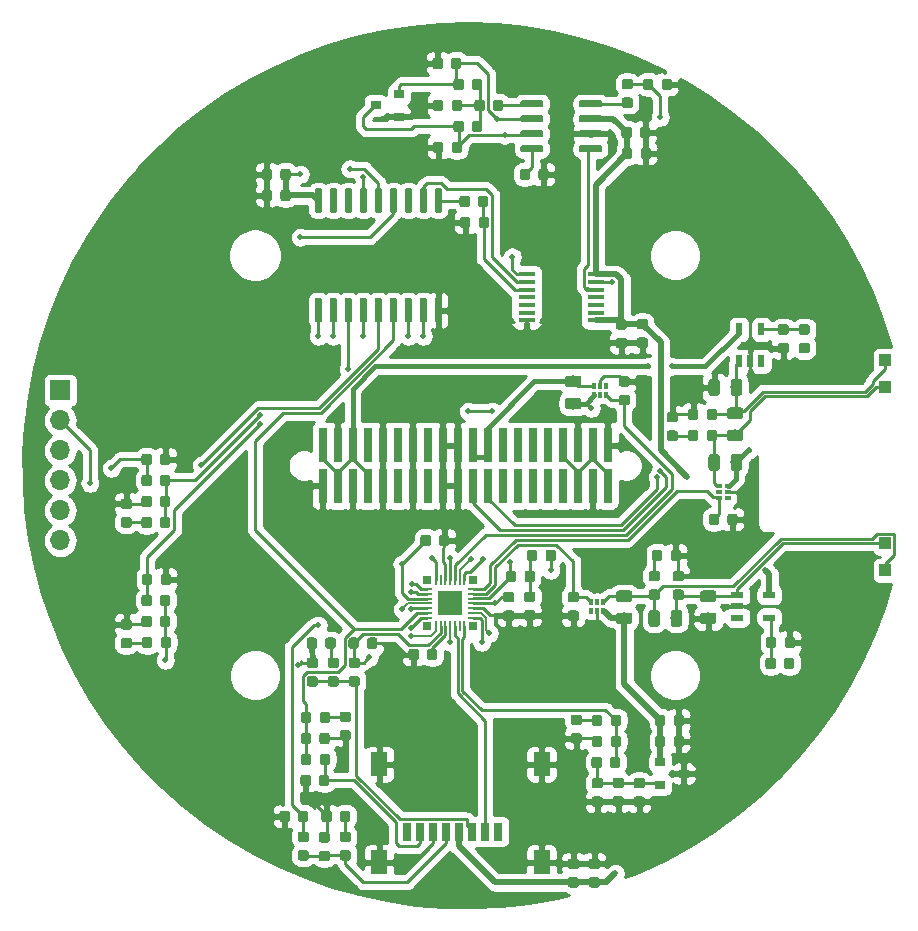
<source format=gbr>
G04 #@! TF.GenerationSoftware,KiCad,Pcbnew,(5.1.4)-1*
G04 #@! TF.CreationDate,2020-01-15T14:03:56-05:00*
G04 #@! TF.ProjectId,PDL_1920,50444c5f-3139-4323-902e-6b696361645f,rev?*
G04 #@! TF.SameCoordinates,Original*
G04 #@! TF.FileFunction,Copper,L1,Top*
G04 #@! TF.FilePolarity,Positive*
%FSLAX46Y46*%
G04 Gerber Fmt 4.6, Leading zero omitted, Abs format (unit mm)*
G04 Created by KiCad (PCBNEW (5.1.4)-1) date 2020-01-15 14:03:56*
%MOMM*%
%LPD*%
G04 APERTURE LIST*
%ADD10R,0.740000X2.920000*%
%ADD11R,0.780000X0.780000*%
%ADD12R,2.000000X2.000000*%
%ADD13R,0.850000X0.200000*%
%ADD14R,0.200000X0.850000*%
%ADD15R,0.300000X0.490000*%
%ADD16R,0.300000X0.520000*%
%ADD17R,1.450000X2.000000*%
%ADD18R,0.800000X1.500000*%
%ADD19C,0.100000*%
%ADD20C,0.875000*%
%ADD21O,1.700000X1.700000*%
%ADD22R,1.700000X1.700000*%
%ADD23C,0.600000*%
%ADD24R,1.475000X0.450000*%
%ADD25R,1.050000X0.600000*%
%ADD26R,0.600000X1.050000*%
%ADD27R,1.000000X1.000000*%
%ADD28R,0.900000X0.800000*%
%ADD29C,0.975000*%
%ADD30R,0.490000X0.300000*%
%ADD31R,0.520000X0.300000*%
%ADD32C,0.508000*%
%ADD33C,0.254000*%
%ADD34C,0.508000*%
%ADD35C,0.381000*%
%ADD36C,0.203200*%
G04 APERTURE END LIST*
D10*
X164465000Y-125314200D03*
X164465000Y-128744200D03*
X163195000Y-125314200D03*
X163195000Y-128744200D03*
X161925000Y-125314200D03*
X161925000Y-128744200D03*
X160655000Y-125314200D03*
X160655000Y-128744200D03*
X159385000Y-125314200D03*
X159385000Y-128744200D03*
X158115000Y-125314200D03*
X158115000Y-128744200D03*
X156845000Y-125314200D03*
X156845000Y-128744200D03*
X155575000Y-125314200D03*
X155575000Y-128744200D03*
X154305000Y-125314200D03*
X154305000Y-128744200D03*
X153035000Y-125314200D03*
X153035000Y-128744200D03*
X151765000Y-125314200D03*
X151765000Y-128744200D03*
X150495000Y-125314200D03*
X150495000Y-128744200D03*
X149225000Y-125314200D03*
X149225000Y-128744200D03*
X147955000Y-125314200D03*
X147955000Y-128744200D03*
X146685000Y-125314200D03*
X146685000Y-128744200D03*
X145415000Y-125314200D03*
X145415000Y-128744200D03*
X144145000Y-125314200D03*
X144145000Y-128744200D03*
X142875000Y-125314200D03*
X142875000Y-128744200D03*
X141605000Y-125314200D03*
X141605000Y-128744200D03*
X140335000Y-125314200D03*
X140335000Y-128744200D03*
D11*
X153080000Y-140634000D03*
X149180000Y-140634000D03*
X149180000Y-136734000D03*
X153080000Y-136734000D03*
D12*
X151130000Y-138684000D03*
D13*
X153080000Y-137484000D03*
X153080000Y-137884000D03*
X153080000Y-138284000D03*
X153080000Y-138684000D03*
X153080000Y-139084000D03*
X153080000Y-139484000D03*
X153080000Y-139884000D03*
D14*
X152330000Y-140634000D03*
X151930000Y-140634000D03*
X151530000Y-140634000D03*
X151130000Y-140634000D03*
X150730000Y-140634000D03*
X150330000Y-140634000D03*
X149930000Y-140634000D03*
D13*
X149180000Y-139884000D03*
X149180000Y-139484000D03*
X149180000Y-139084000D03*
X149180000Y-138684000D03*
X149180000Y-138284000D03*
X149180000Y-137884000D03*
X149180000Y-137484000D03*
D14*
X149930000Y-136734000D03*
X150330000Y-136734000D03*
X150730000Y-136734000D03*
X151130000Y-136734000D03*
X151530000Y-136734000D03*
X151930000Y-136734000D03*
X152330000Y-136734000D03*
D15*
X163330000Y-120275000D03*
X163830000Y-120275000D03*
X164330000Y-120275000D03*
X164330000Y-121025000D03*
D16*
X163330000Y-121040000D03*
D15*
X163830000Y-121025000D03*
D17*
X158860000Y-160610000D03*
X158860000Y-152310000D03*
X145110000Y-152310000D03*
X145110000Y-160610000D03*
D18*
X147490000Y-158010000D03*
X148590000Y-158010000D03*
X149690000Y-158010000D03*
X150790000Y-158010000D03*
X151890000Y-158010000D03*
X152990000Y-158010000D03*
X154090000Y-158010000D03*
X155190000Y-158010000D03*
D19*
G36*
X169150191Y-148116053D02*
G01*
X169171426Y-148119203D01*
X169192250Y-148124419D01*
X169212462Y-148131651D01*
X169231868Y-148140830D01*
X169250281Y-148151866D01*
X169267524Y-148164654D01*
X169283430Y-148179070D01*
X169297846Y-148194976D01*
X169310634Y-148212219D01*
X169321670Y-148230632D01*
X169330849Y-148250038D01*
X169338081Y-148270250D01*
X169343297Y-148291074D01*
X169346447Y-148312309D01*
X169347500Y-148333750D01*
X169347500Y-148846250D01*
X169346447Y-148867691D01*
X169343297Y-148888926D01*
X169338081Y-148909750D01*
X169330849Y-148929962D01*
X169321670Y-148949368D01*
X169310634Y-148967781D01*
X169297846Y-148985024D01*
X169283430Y-149000930D01*
X169267524Y-149015346D01*
X169250281Y-149028134D01*
X169231868Y-149039170D01*
X169212462Y-149048349D01*
X169192250Y-149055581D01*
X169171426Y-149060797D01*
X169150191Y-149063947D01*
X169128750Y-149065000D01*
X168691250Y-149065000D01*
X168669809Y-149063947D01*
X168648574Y-149060797D01*
X168627750Y-149055581D01*
X168607538Y-149048349D01*
X168588132Y-149039170D01*
X168569719Y-149028134D01*
X168552476Y-149015346D01*
X168536570Y-149000930D01*
X168522154Y-148985024D01*
X168509366Y-148967781D01*
X168498330Y-148949368D01*
X168489151Y-148929962D01*
X168481919Y-148909750D01*
X168476703Y-148888926D01*
X168473553Y-148867691D01*
X168472500Y-148846250D01*
X168472500Y-148333750D01*
X168473553Y-148312309D01*
X168476703Y-148291074D01*
X168481919Y-148270250D01*
X168489151Y-148250038D01*
X168498330Y-148230632D01*
X168509366Y-148212219D01*
X168522154Y-148194976D01*
X168536570Y-148179070D01*
X168552476Y-148164654D01*
X168569719Y-148151866D01*
X168588132Y-148140830D01*
X168607538Y-148131651D01*
X168627750Y-148124419D01*
X168648574Y-148119203D01*
X168669809Y-148116053D01*
X168691250Y-148115000D01*
X169128750Y-148115000D01*
X169150191Y-148116053D01*
X169150191Y-148116053D01*
G37*
D20*
X168910000Y-148590000D03*
D19*
G36*
X170725191Y-148116053D02*
G01*
X170746426Y-148119203D01*
X170767250Y-148124419D01*
X170787462Y-148131651D01*
X170806868Y-148140830D01*
X170825281Y-148151866D01*
X170842524Y-148164654D01*
X170858430Y-148179070D01*
X170872846Y-148194976D01*
X170885634Y-148212219D01*
X170896670Y-148230632D01*
X170905849Y-148250038D01*
X170913081Y-148270250D01*
X170918297Y-148291074D01*
X170921447Y-148312309D01*
X170922500Y-148333750D01*
X170922500Y-148846250D01*
X170921447Y-148867691D01*
X170918297Y-148888926D01*
X170913081Y-148909750D01*
X170905849Y-148929962D01*
X170896670Y-148949368D01*
X170885634Y-148967781D01*
X170872846Y-148985024D01*
X170858430Y-149000930D01*
X170842524Y-149015346D01*
X170825281Y-149028134D01*
X170806868Y-149039170D01*
X170787462Y-149048349D01*
X170767250Y-149055581D01*
X170746426Y-149060797D01*
X170725191Y-149063947D01*
X170703750Y-149065000D01*
X170266250Y-149065000D01*
X170244809Y-149063947D01*
X170223574Y-149060797D01*
X170202750Y-149055581D01*
X170182538Y-149048349D01*
X170163132Y-149039170D01*
X170144719Y-149028134D01*
X170127476Y-149015346D01*
X170111570Y-149000930D01*
X170097154Y-148985024D01*
X170084366Y-148967781D01*
X170073330Y-148949368D01*
X170064151Y-148929962D01*
X170056919Y-148909750D01*
X170051703Y-148888926D01*
X170048553Y-148867691D01*
X170047500Y-148846250D01*
X170047500Y-148333750D01*
X170048553Y-148312309D01*
X170051703Y-148291074D01*
X170056919Y-148270250D01*
X170064151Y-148250038D01*
X170073330Y-148230632D01*
X170084366Y-148212219D01*
X170097154Y-148194976D01*
X170111570Y-148179070D01*
X170127476Y-148164654D01*
X170144719Y-148151866D01*
X170163132Y-148140830D01*
X170182538Y-148131651D01*
X170202750Y-148124419D01*
X170223574Y-148119203D01*
X170244809Y-148116053D01*
X170266250Y-148115000D01*
X170703750Y-148115000D01*
X170725191Y-148116053D01*
X170725191Y-148116053D01*
G37*
D20*
X170485000Y-148590000D03*
D21*
X118110000Y-133350000D03*
X118110000Y-130810000D03*
X118110000Y-128270000D03*
X118110000Y-125730000D03*
X118110000Y-123190000D03*
D22*
X118110000Y-120650000D03*
D19*
G36*
X150278703Y-112845722D02*
G01*
X150293264Y-112847882D01*
X150307543Y-112851459D01*
X150321403Y-112856418D01*
X150334710Y-112862712D01*
X150347336Y-112870280D01*
X150359159Y-112879048D01*
X150370066Y-112888934D01*
X150379952Y-112899841D01*
X150388720Y-112911664D01*
X150396288Y-112924290D01*
X150402582Y-112937597D01*
X150407541Y-112951457D01*
X150411118Y-112965736D01*
X150413278Y-112980297D01*
X150414000Y-112995000D01*
X150414000Y-114745000D01*
X150413278Y-114759703D01*
X150411118Y-114774264D01*
X150407541Y-114788543D01*
X150402582Y-114802403D01*
X150396288Y-114815710D01*
X150388720Y-114828336D01*
X150379952Y-114840159D01*
X150370066Y-114851066D01*
X150359159Y-114860952D01*
X150347336Y-114869720D01*
X150334710Y-114877288D01*
X150321403Y-114883582D01*
X150307543Y-114888541D01*
X150293264Y-114892118D01*
X150278703Y-114894278D01*
X150264000Y-114895000D01*
X149964000Y-114895000D01*
X149949297Y-114894278D01*
X149934736Y-114892118D01*
X149920457Y-114888541D01*
X149906597Y-114883582D01*
X149893290Y-114877288D01*
X149880664Y-114869720D01*
X149868841Y-114860952D01*
X149857934Y-114851066D01*
X149848048Y-114840159D01*
X149839280Y-114828336D01*
X149831712Y-114815710D01*
X149825418Y-114802403D01*
X149820459Y-114788543D01*
X149816882Y-114774264D01*
X149814722Y-114759703D01*
X149814000Y-114745000D01*
X149814000Y-112995000D01*
X149814722Y-112980297D01*
X149816882Y-112965736D01*
X149820459Y-112951457D01*
X149825418Y-112937597D01*
X149831712Y-112924290D01*
X149839280Y-112911664D01*
X149848048Y-112899841D01*
X149857934Y-112888934D01*
X149868841Y-112879048D01*
X149880664Y-112870280D01*
X149893290Y-112862712D01*
X149906597Y-112856418D01*
X149920457Y-112851459D01*
X149934736Y-112847882D01*
X149949297Y-112845722D01*
X149964000Y-112845000D01*
X150264000Y-112845000D01*
X150278703Y-112845722D01*
X150278703Y-112845722D01*
G37*
D23*
X150114000Y-113870000D03*
D19*
G36*
X149008703Y-112845722D02*
G01*
X149023264Y-112847882D01*
X149037543Y-112851459D01*
X149051403Y-112856418D01*
X149064710Y-112862712D01*
X149077336Y-112870280D01*
X149089159Y-112879048D01*
X149100066Y-112888934D01*
X149109952Y-112899841D01*
X149118720Y-112911664D01*
X149126288Y-112924290D01*
X149132582Y-112937597D01*
X149137541Y-112951457D01*
X149141118Y-112965736D01*
X149143278Y-112980297D01*
X149144000Y-112995000D01*
X149144000Y-114745000D01*
X149143278Y-114759703D01*
X149141118Y-114774264D01*
X149137541Y-114788543D01*
X149132582Y-114802403D01*
X149126288Y-114815710D01*
X149118720Y-114828336D01*
X149109952Y-114840159D01*
X149100066Y-114851066D01*
X149089159Y-114860952D01*
X149077336Y-114869720D01*
X149064710Y-114877288D01*
X149051403Y-114883582D01*
X149037543Y-114888541D01*
X149023264Y-114892118D01*
X149008703Y-114894278D01*
X148994000Y-114895000D01*
X148694000Y-114895000D01*
X148679297Y-114894278D01*
X148664736Y-114892118D01*
X148650457Y-114888541D01*
X148636597Y-114883582D01*
X148623290Y-114877288D01*
X148610664Y-114869720D01*
X148598841Y-114860952D01*
X148587934Y-114851066D01*
X148578048Y-114840159D01*
X148569280Y-114828336D01*
X148561712Y-114815710D01*
X148555418Y-114802403D01*
X148550459Y-114788543D01*
X148546882Y-114774264D01*
X148544722Y-114759703D01*
X148544000Y-114745000D01*
X148544000Y-112995000D01*
X148544722Y-112980297D01*
X148546882Y-112965736D01*
X148550459Y-112951457D01*
X148555418Y-112937597D01*
X148561712Y-112924290D01*
X148569280Y-112911664D01*
X148578048Y-112899841D01*
X148587934Y-112888934D01*
X148598841Y-112879048D01*
X148610664Y-112870280D01*
X148623290Y-112862712D01*
X148636597Y-112856418D01*
X148650457Y-112851459D01*
X148664736Y-112847882D01*
X148679297Y-112845722D01*
X148694000Y-112845000D01*
X148994000Y-112845000D01*
X149008703Y-112845722D01*
X149008703Y-112845722D01*
G37*
D23*
X148844000Y-113870000D03*
D19*
G36*
X147738703Y-112845722D02*
G01*
X147753264Y-112847882D01*
X147767543Y-112851459D01*
X147781403Y-112856418D01*
X147794710Y-112862712D01*
X147807336Y-112870280D01*
X147819159Y-112879048D01*
X147830066Y-112888934D01*
X147839952Y-112899841D01*
X147848720Y-112911664D01*
X147856288Y-112924290D01*
X147862582Y-112937597D01*
X147867541Y-112951457D01*
X147871118Y-112965736D01*
X147873278Y-112980297D01*
X147874000Y-112995000D01*
X147874000Y-114745000D01*
X147873278Y-114759703D01*
X147871118Y-114774264D01*
X147867541Y-114788543D01*
X147862582Y-114802403D01*
X147856288Y-114815710D01*
X147848720Y-114828336D01*
X147839952Y-114840159D01*
X147830066Y-114851066D01*
X147819159Y-114860952D01*
X147807336Y-114869720D01*
X147794710Y-114877288D01*
X147781403Y-114883582D01*
X147767543Y-114888541D01*
X147753264Y-114892118D01*
X147738703Y-114894278D01*
X147724000Y-114895000D01*
X147424000Y-114895000D01*
X147409297Y-114894278D01*
X147394736Y-114892118D01*
X147380457Y-114888541D01*
X147366597Y-114883582D01*
X147353290Y-114877288D01*
X147340664Y-114869720D01*
X147328841Y-114860952D01*
X147317934Y-114851066D01*
X147308048Y-114840159D01*
X147299280Y-114828336D01*
X147291712Y-114815710D01*
X147285418Y-114802403D01*
X147280459Y-114788543D01*
X147276882Y-114774264D01*
X147274722Y-114759703D01*
X147274000Y-114745000D01*
X147274000Y-112995000D01*
X147274722Y-112980297D01*
X147276882Y-112965736D01*
X147280459Y-112951457D01*
X147285418Y-112937597D01*
X147291712Y-112924290D01*
X147299280Y-112911664D01*
X147308048Y-112899841D01*
X147317934Y-112888934D01*
X147328841Y-112879048D01*
X147340664Y-112870280D01*
X147353290Y-112862712D01*
X147366597Y-112856418D01*
X147380457Y-112851459D01*
X147394736Y-112847882D01*
X147409297Y-112845722D01*
X147424000Y-112845000D01*
X147724000Y-112845000D01*
X147738703Y-112845722D01*
X147738703Y-112845722D01*
G37*
D23*
X147574000Y-113870000D03*
D19*
G36*
X146468703Y-112845722D02*
G01*
X146483264Y-112847882D01*
X146497543Y-112851459D01*
X146511403Y-112856418D01*
X146524710Y-112862712D01*
X146537336Y-112870280D01*
X146549159Y-112879048D01*
X146560066Y-112888934D01*
X146569952Y-112899841D01*
X146578720Y-112911664D01*
X146586288Y-112924290D01*
X146592582Y-112937597D01*
X146597541Y-112951457D01*
X146601118Y-112965736D01*
X146603278Y-112980297D01*
X146604000Y-112995000D01*
X146604000Y-114745000D01*
X146603278Y-114759703D01*
X146601118Y-114774264D01*
X146597541Y-114788543D01*
X146592582Y-114802403D01*
X146586288Y-114815710D01*
X146578720Y-114828336D01*
X146569952Y-114840159D01*
X146560066Y-114851066D01*
X146549159Y-114860952D01*
X146537336Y-114869720D01*
X146524710Y-114877288D01*
X146511403Y-114883582D01*
X146497543Y-114888541D01*
X146483264Y-114892118D01*
X146468703Y-114894278D01*
X146454000Y-114895000D01*
X146154000Y-114895000D01*
X146139297Y-114894278D01*
X146124736Y-114892118D01*
X146110457Y-114888541D01*
X146096597Y-114883582D01*
X146083290Y-114877288D01*
X146070664Y-114869720D01*
X146058841Y-114860952D01*
X146047934Y-114851066D01*
X146038048Y-114840159D01*
X146029280Y-114828336D01*
X146021712Y-114815710D01*
X146015418Y-114802403D01*
X146010459Y-114788543D01*
X146006882Y-114774264D01*
X146004722Y-114759703D01*
X146004000Y-114745000D01*
X146004000Y-112995000D01*
X146004722Y-112980297D01*
X146006882Y-112965736D01*
X146010459Y-112951457D01*
X146015418Y-112937597D01*
X146021712Y-112924290D01*
X146029280Y-112911664D01*
X146038048Y-112899841D01*
X146047934Y-112888934D01*
X146058841Y-112879048D01*
X146070664Y-112870280D01*
X146083290Y-112862712D01*
X146096597Y-112856418D01*
X146110457Y-112851459D01*
X146124736Y-112847882D01*
X146139297Y-112845722D01*
X146154000Y-112845000D01*
X146454000Y-112845000D01*
X146468703Y-112845722D01*
X146468703Y-112845722D01*
G37*
D23*
X146304000Y-113870000D03*
D19*
G36*
X145198703Y-112845722D02*
G01*
X145213264Y-112847882D01*
X145227543Y-112851459D01*
X145241403Y-112856418D01*
X145254710Y-112862712D01*
X145267336Y-112870280D01*
X145279159Y-112879048D01*
X145290066Y-112888934D01*
X145299952Y-112899841D01*
X145308720Y-112911664D01*
X145316288Y-112924290D01*
X145322582Y-112937597D01*
X145327541Y-112951457D01*
X145331118Y-112965736D01*
X145333278Y-112980297D01*
X145334000Y-112995000D01*
X145334000Y-114745000D01*
X145333278Y-114759703D01*
X145331118Y-114774264D01*
X145327541Y-114788543D01*
X145322582Y-114802403D01*
X145316288Y-114815710D01*
X145308720Y-114828336D01*
X145299952Y-114840159D01*
X145290066Y-114851066D01*
X145279159Y-114860952D01*
X145267336Y-114869720D01*
X145254710Y-114877288D01*
X145241403Y-114883582D01*
X145227543Y-114888541D01*
X145213264Y-114892118D01*
X145198703Y-114894278D01*
X145184000Y-114895000D01*
X144884000Y-114895000D01*
X144869297Y-114894278D01*
X144854736Y-114892118D01*
X144840457Y-114888541D01*
X144826597Y-114883582D01*
X144813290Y-114877288D01*
X144800664Y-114869720D01*
X144788841Y-114860952D01*
X144777934Y-114851066D01*
X144768048Y-114840159D01*
X144759280Y-114828336D01*
X144751712Y-114815710D01*
X144745418Y-114802403D01*
X144740459Y-114788543D01*
X144736882Y-114774264D01*
X144734722Y-114759703D01*
X144734000Y-114745000D01*
X144734000Y-112995000D01*
X144734722Y-112980297D01*
X144736882Y-112965736D01*
X144740459Y-112951457D01*
X144745418Y-112937597D01*
X144751712Y-112924290D01*
X144759280Y-112911664D01*
X144768048Y-112899841D01*
X144777934Y-112888934D01*
X144788841Y-112879048D01*
X144800664Y-112870280D01*
X144813290Y-112862712D01*
X144826597Y-112856418D01*
X144840457Y-112851459D01*
X144854736Y-112847882D01*
X144869297Y-112845722D01*
X144884000Y-112845000D01*
X145184000Y-112845000D01*
X145198703Y-112845722D01*
X145198703Y-112845722D01*
G37*
D23*
X145034000Y-113870000D03*
D19*
G36*
X143928703Y-112845722D02*
G01*
X143943264Y-112847882D01*
X143957543Y-112851459D01*
X143971403Y-112856418D01*
X143984710Y-112862712D01*
X143997336Y-112870280D01*
X144009159Y-112879048D01*
X144020066Y-112888934D01*
X144029952Y-112899841D01*
X144038720Y-112911664D01*
X144046288Y-112924290D01*
X144052582Y-112937597D01*
X144057541Y-112951457D01*
X144061118Y-112965736D01*
X144063278Y-112980297D01*
X144064000Y-112995000D01*
X144064000Y-114745000D01*
X144063278Y-114759703D01*
X144061118Y-114774264D01*
X144057541Y-114788543D01*
X144052582Y-114802403D01*
X144046288Y-114815710D01*
X144038720Y-114828336D01*
X144029952Y-114840159D01*
X144020066Y-114851066D01*
X144009159Y-114860952D01*
X143997336Y-114869720D01*
X143984710Y-114877288D01*
X143971403Y-114883582D01*
X143957543Y-114888541D01*
X143943264Y-114892118D01*
X143928703Y-114894278D01*
X143914000Y-114895000D01*
X143614000Y-114895000D01*
X143599297Y-114894278D01*
X143584736Y-114892118D01*
X143570457Y-114888541D01*
X143556597Y-114883582D01*
X143543290Y-114877288D01*
X143530664Y-114869720D01*
X143518841Y-114860952D01*
X143507934Y-114851066D01*
X143498048Y-114840159D01*
X143489280Y-114828336D01*
X143481712Y-114815710D01*
X143475418Y-114802403D01*
X143470459Y-114788543D01*
X143466882Y-114774264D01*
X143464722Y-114759703D01*
X143464000Y-114745000D01*
X143464000Y-112995000D01*
X143464722Y-112980297D01*
X143466882Y-112965736D01*
X143470459Y-112951457D01*
X143475418Y-112937597D01*
X143481712Y-112924290D01*
X143489280Y-112911664D01*
X143498048Y-112899841D01*
X143507934Y-112888934D01*
X143518841Y-112879048D01*
X143530664Y-112870280D01*
X143543290Y-112862712D01*
X143556597Y-112856418D01*
X143570457Y-112851459D01*
X143584736Y-112847882D01*
X143599297Y-112845722D01*
X143614000Y-112845000D01*
X143914000Y-112845000D01*
X143928703Y-112845722D01*
X143928703Y-112845722D01*
G37*
D23*
X143764000Y-113870000D03*
D19*
G36*
X142658703Y-112845722D02*
G01*
X142673264Y-112847882D01*
X142687543Y-112851459D01*
X142701403Y-112856418D01*
X142714710Y-112862712D01*
X142727336Y-112870280D01*
X142739159Y-112879048D01*
X142750066Y-112888934D01*
X142759952Y-112899841D01*
X142768720Y-112911664D01*
X142776288Y-112924290D01*
X142782582Y-112937597D01*
X142787541Y-112951457D01*
X142791118Y-112965736D01*
X142793278Y-112980297D01*
X142794000Y-112995000D01*
X142794000Y-114745000D01*
X142793278Y-114759703D01*
X142791118Y-114774264D01*
X142787541Y-114788543D01*
X142782582Y-114802403D01*
X142776288Y-114815710D01*
X142768720Y-114828336D01*
X142759952Y-114840159D01*
X142750066Y-114851066D01*
X142739159Y-114860952D01*
X142727336Y-114869720D01*
X142714710Y-114877288D01*
X142701403Y-114883582D01*
X142687543Y-114888541D01*
X142673264Y-114892118D01*
X142658703Y-114894278D01*
X142644000Y-114895000D01*
X142344000Y-114895000D01*
X142329297Y-114894278D01*
X142314736Y-114892118D01*
X142300457Y-114888541D01*
X142286597Y-114883582D01*
X142273290Y-114877288D01*
X142260664Y-114869720D01*
X142248841Y-114860952D01*
X142237934Y-114851066D01*
X142228048Y-114840159D01*
X142219280Y-114828336D01*
X142211712Y-114815710D01*
X142205418Y-114802403D01*
X142200459Y-114788543D01*
X142196882Y-114774264D01*
X142194722Y-114759703D01*
X142194000Y-114745000D01*
X142194000Y-112995000D01*
X142194722Y-112980297D01*
X142196882Y-112965736D01*
X142200459Y-112951457D01*
X142205418Y-112937597D01*
X142211712Y-112924290D01*
X142219280Y-112911664D01*
X142228048Y-112899841D01*
X142237934Y-112888934D01*
X142248841Y-112879048D01*
X142260664Y-112870280D01*
X142273290Y-112862712D01*
X142286597Y-112856418D01*
X142300457Y-112851459D01*
X142314736Y-112847882D01*
X142329297Y-112845722D01*
X142344000Y-112845000D01*
X142644000Y-112845000D01*
X142658703Y-112845722D01*
X142658703Y-112845722D01*
G37*
D23*
X142494000Y-113870000D03*
D19*
G36*
X141388703Y-112845722D02*
G01*
X141403264Y-112847882D01*
X141417543Y-112851459D01*
X141431403Y-112856418D01*
X141444710Y-112862712D01*
X141457336Y-112870280D01*
X141469159Y-112879048D01*
X141480066Y-112888934D01*
X141489952Y-112899841D01*
X141498720Y-112911664D01*
X141506288Y-112924290D01*
X141512582Y-112937597D01*
X141517541Y-112951457D01*
X141521118Y-112965736D01*
X141523278Y-112980297D01*
X141524000Y-112995000D01*
X141524000Y-114745000D01*
X141523278Y-114759703D01*
X141521118Y-114774264D01*
X141517541Y-114788543D01*
X141512582Y-114802403D01*
X141506288Y-114815710D01*
X141498720Y-114828336D01*
X141489952Y-114840159D01*
X141480066Y-114851066D01*
X141469159Y-114860952D01*
X141457336Y-114869720D01*
X141444710Y-114877288D01*
X141431403Y-114883582D01*
X141417543Y-114888541D01*
X141403264Y-114892118D01*
X141388703Y-114894278D01*
X141374000Y-114895000D01*
X141074000Y-114895000D01*
X141059297Y-114894278D01*
X141044736Y-114892118D01*
X141030457Y-114888541D01*
X141016597Y-114883582D01*
X141003290Y-114877288D01*
X140990664Y-114869720D01*
X140978841Y-114860952D01*
X140967934Y-114851066D01*
X140958048Y-114840159D01*
X140949280Y-114828336D01*
X140941712Y-114815710D01*
X140935418Y-114802403D01*
X140930459Y-114788543D01*
X140926882Y-114774264D01*
X140924722Y-114759703D01*
X140924000Y-114745000D01*
X140924000Y-112995000D01*
X140924722Y-112980297D01*
X140926882Y-112965736D01*
X140930459Y-112951457D01*
X140935418Y-112937597D01*
X140941712Y-112924290D01*
X140949280Y-112911664D01*
X140958048Y-112899841D01*
X140967934Y-112888934D01*
X140978841Y-112879048D01*
X140990664Y-112870280D01*
X141003290Y-112862712D01*
X141016597Y-112856418D01*
X141030457Y-112851459D01*
X141044736Y-112847882D01*
X141059297Y-112845722D01*
X141074000Y-112845000D01*
X141374000Y-112845000D01*
X141388703Y-112845722D01*
X141388703Y-112845722D01*
G37*
D23*
X141224000Y-113870000D03*
D19*
G36*
X140118703Y-112845722D02*
G01*
X140133264Y-112847882D01*
X140147543Y-112851459D01*
X140161403Y-112856418D01*
X140174710Y-112862712D01*
X140187336Y-112870280D01*
X140199159Y-112879048D01*
X140210066Y-112888934D01*
X140219952Y-112899841D01*
X140228720Y-112911664D01*
X140236288Y-112924290D01*
X140242582Y-112937597D01*
X140247541Y-112951457D01*
X140251118Y-112965736D01*
X140253278Y-112980297D01*
X140254000Y-112995000D01*
X140254000Y-114745000D01*
X140253278Y-114759703D01*
X140251118Y-114774264D01*
X140247541Y-114788543D01*
X140242582Y-114802403D01*
X140236288Y-114815710D01*
X140228720Y-114828336D01*
X140219952Y-114840159D01*
X140210066Y-114851066D01*
X140199159Y-114860952D01*
X140187336Y-114869720D01*
X140174710Y-114877288D01*
X140161403Y-114883582D01*
X140147543Y-114888541D01*
X140133264Y-114892118D01*
X140118703Y-114894278D01*
X140104000Y-114895000D01*
X139804000Y-114895000D01*
X139789297Y-114894278D01*
X139774736Y-114892118D01*
X139760457Y-114888541D01*
X139746597Y-114883582D01*
X139733290Y-114877288D01*
X139720664Y-114869720D01*
X139708841Y-114860952D01*
X139697934Y-114851066D01*
X139688048Y-114840159D01*
X139679280Y-114828336D01*
X139671712Y-114815710D01*
X139665418Y-114802403D01*
X139660459Y-114788543D01*
X139656882Y-114774264D01*
X139654722Y-114759703D01*
X139654000Y-114745000D01*
X139654000Y-112995000D01*
X139654722Y-112980297D01*
X139656882Y-112965736D01*
X139660459Y-112951457D01*
X139665418Y-112937597D01*
X139671712Y-112924290D01*
X139679280Y-112911664D01*
X139688048Y-112899841D01*
X139697934Y-112888934D01*
X139708841Y-112879048D01*
X139720664Y-112870280D01*
X139733290Y-112862712D01*
X139746597Y-112856418D01*
X139760457Y-112851459D01*
X139774736Y-112847882D01*
X139789297Y-112845722D01*
X139804000Y-112845000D01*
X140104000Y-112845000D01*
X140118703Y-112845722D01*
X140118703Y-112845722D01*
G37*
D23*
X139954000Y-113870000D03*
D19*
G36*
X140118703Y-103545722D02*
G01*
X140133264Y-103547882D01*
X140147543Y-103551459D01*
X140161403Y-103556418D01*
X140174710Y-103562712D01*
X140187336Y-103570280D01*
X140199159Y-103579048D01*
X140210066Y-103588934D01*
X140219952Y-103599841D01*
X140228720Y-103611664D01*
X140236288Y-103624290D01*
X140242582Y-103637597D01*
X140247541Y-103651457D01*
X140251118Y-103665736D01*
X140253278Y-103680297D01*
X140254000Y-103695000D01*
X140254000Y-105445000D01*
X140253278Y-105459703D01*
X140251118Y-105474264D01*
X140247541Y-105488543D01*
X140242582Y-105502403D01*
X140236288Y-105515710D01*
X140228720Y-105528336D01*
X140219952Y-105540159D01*
X140210066Y-105551066D01*
X140199159Y-105560952D01*
X140187336Y-105569720D01*
X140174710Y-105577288D01*
X140161403Y-105583582D01*
X140147543Y-105588541D01*
X140133264Y-105592118D01*
X140118703Y-105594278D01*
X140104000Y-105595000D01*
X139804000Y-105595000D01*
X139789297Y-105594278D01*
X139774736Y-105592118D01*
X139760457Y-105588541D01*
X139746597Y-105583582D01*
X139733290Y-105577288D01*
X139720664Y-105569720D01*
X139708841Y-105560952D01*
X139697934Y-105551066D01*
X139688048Y-105540159D01*
X139679280Y-105528336D01*
X139671712Y-105515710D01*
X139665418Y-105502403D01*
X139660459Y-105488543D01*
X139656882Y-105474264D01*
X139654722Y-105459703D01*
X139654000Y-105445000D01*
X139654000Y-103695000D01*
X139654722Y-103680297D01*
X139656882Y-103665736D01*
X139660459Y-103651457D01*
X139665418Y-103637597D01*
X139671712Y-103624290D01*
X139679280Y-103611664D01*
X139688048Y-103599841D01*
X139697934Y-103588934D01*
X139708841Y-103579048D01*
X139720664Y-103570280D01*
X139733290Y-103562712D01*
X139746597Y-103556418D01*
X139760457Y-103551459D01*
X139774736Y-103547882D01*
X139789297Y-103545722D01*
X139804000Y-103545000D01*
X140104000Y-103545000D01*
X140118703Y-103545722D01*
X140118703Y-103545722D01*
G37*
D23*
X139954000Y-104570000D03*
D19*
G36*
X141388703Y-103545722D02*
G01*
X141403264Y-103547882D01*
X141417543Y-103551459D01*
X141431403Y-103556418D01*
X141444710Y-103562712D01*
X141457336Y-103570280D01*
X141469159Y-103579048D01*
X141480066Y-103588934D01*
X141489952Y-103599841D01*
X141498720Y-103611664D01*
X141506288Y-103624290D01*
X141512582Y-103637597D01*
X141517541Y-103651457D01*
X141521118Y-103665736D01*
X141523278Y-103680297D01*
X141524000Y-103695000D01*
X141524000Y-105445000D01*
X141523278Y-105459703D01*
X141521118Y-105474264D01*
X141517541Y-105488543D01*
X141512582Y-105502403D01*
X141506288Y-105515710D01*
X141498720Y-105528336D01*
X141489952Y-105540159D01*
X141480066Y-105551066D01*
X141469159Y-105560952D01*
X141457336Y-105569720D01*
X141444710Y-105577288D01*
X141431403Y-105583582D01*
X141417543Y-105588541D01*
X141403264Y-105592118D01*
X141388703Y-105594278D01*
X141374000Y-105595000D01*
X141074000Y-105595000D01*
X141059297Y-105594278D01*
X141044736Y-105592118D01*
X141030457Y-105588541D01*
X141016597Y-105583582D01*
X141003290Y-105577288D01*
X140990664Y-105569720D01*
X140978841Y-105560952D01*
X140967934Y-105551066D01*
X140958048Y-105540159D01*
X140949280Y-105528336D01*
X140941712Y-105515710D01*
X140935418Y-105502403D01*
X140930459Y-105488543D01*
X140926882Y-105474264D01*
X140924722Y-105459703D01*
X140924000Y-105445000D01*
X140924000Y-103695000D01*
X140924722Y-103680297D01*
X140926882Y-103665736D01*
X140930459Y-103651457D01*
X140935418Y-103637597D01*
X140941712Y-103624290D01*
X140949280Y-103611664D01*
X140958048Y-103599841D01*
X140967934Y-103588934D01*
X140978841Y-103579048D01*
X140990664Y-103570280D01*
X141003290Y-103562712D01*
X141016597Y-103556418D01*
X141030457Y-103551459D01*
X141044736Y-103547882D01*
X141059297Y-103545722D01*
X141074000Y-103545000D01*
X141374000Y-103545000D01*
X141388703Y-103545722D01*
X141388703Y-103545722D01*
G37*
D23*
X141224000Y-104570000D03*
D19*
G36*
X142658703Y-103545722D02*
G01*
X142673264Y-103547882D01*
X142687543Y-103551459D01*
X142701403Y-103556418D01*
X142714710Y-103562712D01*
X142727336Y-103570280D01*
X142739159Y-103579048D01*
X142750066Y-103588934D01*
X142759952Y-103599841D01*
X142768720Y-103611664D01*
X142776288Y-103624290D01*
X142782582Y-103637597D01*
X142787541Y-103651457D01*
X142791118Y-103665736D01*
X142793278Y-103680297D01*
X142794000Y-103695000D01*
X142794000Y-105445000D01*
X142793278Y-105459703D01*
X142791118Y-105474264D01*
X142787541Y-105488543D01*
X142782582Y-105502403D01*
X142776288Y-105515710D01*
X142768720Y-105528336D01*
X142759952Y-105540159D01*
X142750066Y-105551066D01*
X142739159Y-105560952D01*
X142727336Y-105569720D01*
X142714710Y-105577288D01*
X142701403Y-105583582D01*
X142687543Y-105588541D01*
X142673264Y-105592118D01*
X142658703Y-105594278D01*
X142644000Y-105595000D01*
X142344000Y-105595000D01*
X142329297Y-105594278D01*
X142314736Y-105592118D01*
X142300457Y-105588541D01*
X142286597Y-105583582D01*
X142273290Y-105577288D01*
X142260664Y-105569720D01*
X142248841Y-105560952D01*
X142237934Y-105551066D01*
X142228048Y-105540159D01*
X142219280Y-105528336D01*
X142211712Y-105515710D01*
X142205418Y-105502403D01*
X142200459Y-105488543D01*
X142196882Y-105474264D01*
X142194722Y-105459703D01*
X142194000Y-105445000D01*
X142194000Y-103695000D01*
X142194722Y-103680297D01*
X142196882Y-103665736D01*
X142200459Y-103651457D01*
X142205418Y-103637597D01*
X142211712Y-103624290D01*
X142219280Y-103611664D01*
X142228048Y-103599841D01*
X142237934Y-103588934D01*
X142248841Y-103579048D01*
X142260664Y-103570280D01*
X142273290Y-103562712D01*
X142286597Y-103556418D01*
X142300457Y-103551459D01*
X142314736Y-103547882D01*
X142329297Y-103545722D01*
X142344000Y-103545000D01*
X142644000Y-103545000D01*
X142658703Y-103545722D01*
X142658703Y-103545722D01*
G37*
D23*
X142494000Y-104570000D03*
D19*
G36*
X143928703Y-103545722D02*
G01*
X143943264Y-103547882D01*
X143957543Y-103551459D01*
X143971403Y-103556418D01*
X143984710Y-103562712D01*
X143997336Y-103570280D01*
X144009159Y-103579048D01*
X144020066Y-103588934D01*
X144029952Y-103599841D01*
X144038720Y-103611664D01*
X144046288Y-103624290D01*
X144052582Y-103637597D01*
X144057541Y-103651457D01*
X144061118Y-103665736D01*
X144063278Y-103680297D01*
X144064000Y-103695000D01*
X144064000Y-105445000D01*
X144063278Y-105459703D01*
X144061118Y-105474264D01*
X144057541Y-105488543D01*
X144052582Y-105502403D01*
X144046288Y-105515710D01*
X144038720Y-105528336D01*
X144029952Y-105540159D01*
X144020066Y-105551066D01*
X144009159Y-105560952D01*
X143997336Y-105569720D01*
X143984710Y-105577288D01*
X143971403Y-105583582D01*
X143957543Y-105588541D01*
X143943264Y-105592118D01*
X143928703Y-105594278D01*
X143914000Y-105595000D01*
X143614000Y-105595000D01*
X143599297Y-105594278D01*
X143584736Y-105592118D01*
X143570457Y-105588541D01*
X143556597Y-105583582D01*
X143543290Y-105577288D01*
X143530664Y-105569720D01*
X143518841Y-105560952D01*
X143507934Y-105551066D01*
X143498048Y-105540159D01*
X143489280Y-105528336D01*
X143481712Y-105515710D01*
X143475418Y-105502403D01*
X143470459Y-105488543D01*
X143466882Y-105474264D01*
X143464722Y-105459703D01*
X143464000Y-105445000D01*
X143464000Y-103695000D01*
X143464722Y-103680297D01*
X143466882Y-103665736D01*
X143470459Y-103651457D01*
X143475418Y-103637597D01*
X143481712Y-103624290D01*
X143489280Y-103611664D01*
X143498048Y-103599841D01*
X143507934Y-103588934D01*
X143518841Y-103579048D01*
X143530664Y-103570280D01*
X143543290Y-103562712D01*
X143556597Y-103556418D01*
X143570457Y-103551459D01*
X143584736Y-103547882D01*
X143599297Y-103545722D01*
X143614000Y-103545000D01*
X143914000Y-103545000D01*
X143928703Y-103545722D01*
X143928703Y-103545722D01*
G37*
D23*
X143764000Y-104570000D03*
D19*
G36*
X145198703Y-103545722D02*
G01*
X145213264Y-103547882D01*
X145227543Y-103551459D01*
X145241403Y-103556418D01*
X145254710Y-103562712D01*
X145267336Y-103570280D01*
X145279159Y-103579048D01*
X145290066Y-103588934D01*
X145299952Y-103599841D01*
X145308720Y-103611664D01*
X145316288Y-103624290D01*
X145322582Y-103637597D01*
X145327541Y-103651457D01*
X145331118Y-103665736D01*
X145333278Y-103680297D01*
X145334000Y-103695000D01*
X145334000Y-105445000D01*
X145333278Y-105459703D01*
X145331118Y-105474264D01*
X145327541Y-105488543D01*
X145322582Y-105502403D01*
X145316288Y-105515710D01*
X145308720Y-105528336D01*
X145299952Y-105540159D01*
X145290066Y-105551066D01*
X145279159Y-105560952D01*
X145267336Y-105569720D01*
X145254710Y-105577288D01*
X145241403Y-105583582D01*
X145227543Y-105588541D01*
X145213264Y-105592118D01*
X145198703Y-105594278D01*
X145184000Y-105595000D01*
X144884000Y-105595000D01*
X144869297Y-105594278D01*
X144854736Y-105592118D01*
X144840457Y-105588541D01*
X144826597Y-105583582D01*
X144813290Y-105577288D01*
X144800664Y-105569720D01*
X144788841Y-105560952D01*
X144777934Y-105551066D01*
X144768048Y-105540159D01*
X144759280Y-105528336D01*
X144751712Y-105515710D01*
X144745418Y-105502403D01*
X144740459Y-105488543D01*
X144736882Y-105474264D01*
X144734722Y-105459703D01*
X144734000Y-105445000D01*
X144734000Y-103695000D01*
X144734722Y-103680297D01*
X144736882Y-103665736D01*
X144740459Y-103651457D01*
X144745418Y-103637597D01*
X144751712Y-103624290D01*
X144759280Y-103611664D01*
X144768048Y-103599841D01*
X144777934Y-103588934D01*
X144788841Y-103579048D01*
X144800664Y-103570280D01*
X144813290Y-103562712D01*
X144826597Y-103556418D01*
X144840457Y-103551459D01*
X144854736Y-103547882D01*
X144869297Y-103545722D01*
X144884000Y-103545000D01*
X145184000Y-103545000D01*
X145198703Y-103545722D01*
X145198703Y-103545722D01*
G37*
D23*
X145034000Y-104570000D03*
D19*
G36*
X146468703Y-103545722D02*
G01*
X146483264Y-103547882D01*
X146497543Y-103551459D01*
X146511403Y-103556418D01*
X146524710Y-103562712D01*
X146537336Y-103570280D01*
X146549159Y-103579048D01*
X146560066Y-103588934D01*
X146569952Y-103599841D01*
X146578720Y-103611664D01*
X146586288Y-103624290D01*
X146592582Y-103637597D01*
X146597541Y-103651457D01*
X146601118Y-103665736D01*
X146603278Y-103680297D01*
X146604000Y-103695000D01*
X146604000Y-105445000D01*
X146603278Y-105459703D01*
X146601118Y-105474264D01*
X146597541Y-105488543D01*
X146592582Y-105502403D01*
X146586288Y-105515710D01*
X146578720Y-105528336D01*
X146569952Y-105540159D01*
X146560066Y-105551066D01*
X146549159Y-105560952D01*
X146537336Y-105569720D01*
X146524710Y-105577288D01*
X146511403Y-105583582D01*
X146497543Y-105588541D01*
X146483264Y-105592118D01*
X146468703Y-105594278D01*
X146454000Y-105595000D01*
X146154000Y-105595000D01*
X146139297Y-105594278D01*
X146124736Y-105592118D01*
X146110457Y-105588541D01*
X146096597Y-105583582D01*
X146083290Y-105577288D01*
X146070664Y-105569720D01*
X146058841Y-105560952D01*
X146047934Y-105551066D01*
X146038048Y-105540159D01*
X146029280Y-105528336D01*
X146021712Y-105515710D01*
X146015418Y-105502403D01*
X146010459Y-105488543D01*
X146006882Y-105474264D01*
X146004722Y-105459703D01*
X146004000Y-105445000D01*
X146004000Y-103695000D01*
X146004722Y-103680297D01*
X146006882Y-103665736D01*
X146010459Y-103651457D01*
X146015418Y-103637597D01*
X146021712Y-103624290D01*
X146029280Y-103611664D01*
X146038048Y-103599841D01*
X146047934Y-103588934D01*
X146058841Y-103579048D01*
X146070664Y-103570280D01*
X146083290Y-103562712D01*
X146096597Y-103556418D01*
X146110457Y-103551459D01*
X146124736Y-103547882D01*
X146139297Y-103545722D01*
X146154000Y-103545000D01*
X146454000Y-103545000D01*
X146468703Y-103545722D01*
X146468703Y-103545722D01*
G37*
D23*
X146304000Y-104570000D03*
D19*
G36*
X147738703Y-103545722D02*
G01*
X147753264Y-103547882D01*
X147767543Y-103551459D01*
X147781403Y-103556418D01*
X147794710Y-103562712D01*
X147807336Y-103570280D01*
X147819159Y-103579048D01*
X147830066Y-103588934D01*
X147839952Y-103599841D01*
X147848720Y-103611664D01*
X147856288Y-103624290D01*
X147862582Y-103637597D01*
X147867541Y-103651457D01*
X147871118Y-103665736D01*
X147873278Y-103680297D01*
X147874000Y-103695000D01*
X147874000Y-105445000D01*
X147873278Y-105459703D01*
X147871118Y-105474264D01*
X147867541Y-105488543D01*
X147862582Y-105502403D01*
X147856288Y-105515710D01*
X147848720Y-105528336D01*
X147839952Y-105540159D01*
X147830066Y-105551066D01*
X147819159Y-105560952D01*
X147807336Y-105569720D01*
X147794710Y-105577288D01*
X147781403Y-105583582D01*
X147767543Y-105588541D01*
X147753264Y-105592118D01*
X147738703Y-105594278D01*
X147724000Y-105595000D01*
X147424000Y-105595000D01*
X147409297Y-105594278D01*
X147394736Y-105592118D01*
X147380457Y-105588541D01*
X147366597Y-105583582D01*
X147353290Y-105577288D01*
X147340664Y-105569720D01*
X147328841Y-105560952D01*
X147317934Y-105551066D01*
X147308048Y-105540159D01*
X147299280Y-105528336D01*
X147291712Y-105515710D01*
X147285418Y-105502403D01*
X147280459Y-105488543D01*
X147276882Y-105474264D01*
X147274722Y-105459703D01*
X147274000Y-105445000D01*
X147274000Y-103695000D01*
X147274722Y-103680297D01*
X147276882Y-103665736D01*
X147280459Y-103651457D01*
X147285418Y-103637597D01*
X147291712Y-103624290D01*
X147299280Y-103611664D01*
X147308048Y-103599841D01*
X147317934Y-103588934D01*
X147328841Y-103579048D01*
X147340664Y-103570280D01*
X147353290Y-103562712D01*
X147366597Y-103556418D01*
X147380457Y-103551459D01*
X147394736Y-103547882D01*
X147409297Y-103545722D01*
X147424000Y-103545000D01*
X147724000Y-103545000D01*
X147738703Y-103545722D01*
X147738703Y-103545722D01*
G37*
D23*
X147574000Y-104570000D03*
D19*
G36*
X149008703Y-103545722D02*
G01*
X149023264Y-103547882D01*
X149037543Y-103551459D01*
X149051403Y-103556418D01*
X149064710Y-103562712D01*
X149077336Y-103570280D01*
X149089159Y-103579048D01*
X149100066Y-103588934D01*
X149109952Y-103599841D01*
X149118720Y-103611664D01*
X149126288Y-103624290D01*
X149132582Y-103637597D01*
X149137541Y-103651457D01*
X149141118Y-103665736D01*
X149143278Y-103680297D01*
X149144000Y-103695000D01*
X149144000Y-105445000D01*
X149143278Y-105459703D01*
X149141118Y-105474264D01*
X149137541Y-105488543D01*
X149132582Y-105502403D01*
X149126288Y-105515710D01*
X149118720Y-105528336D01*
X149109952Y-105540159D01*
X149100066Y-105551066D01*
X149089159Y-105560952D01*
X149077336Y-105569720D01*
X149064710Y-105577288D01*
X149051403Y-105583582D01*
X149037543Y-105588541D01*
X149023264Y-105592118D01*
X149008703Y-105594278D01*
X148994000Y-105595000D01*
X148694000Y-105595000D01*
X148679297Y-105594278D01*
X148664736Y-105592118D01*
X148650457Y-105588541D01*
X148636597Y-105583582D01*
X148623290Y-105577288D01*
X148610664Y-105569720D01*
X148598841Y-105560952D01*
X148587934Y-105551066D01*
X148578048Y-105540159D01*
X148569280Y-105528336D01*
X148561712Y-105515710D01*
X148555418Y-105502403D01*
X148550459Y-105488543D01*
X148546882Y-105474264D01*
X148544722Y-105459703D01*
X148544000Y-105445000D01*
X148544000Y-103695000D01*
X148544722Y-103680297D01*
X148546882Y-103665736D01*
X148550459Y-103651457D01*
X148555418Y-103637597D01*
X148561712Y-103624290D01*
X148569280Y-103611664D01*
X148578048Y-103599841D01*
X148587934Y-103588934D01*
X148598841Y-103579048D01*
X148610664Y-103570280D01*
X148623290Y-103562712D01*
X148636597Y-103556418D01*
X148650457Y-103551459D01*
X148664736Y-103547882D01*
X148679297Y-103545722D01*
X148694000Y-103545000D01*
X148994000Y-103545000D01*
X149008703Y-103545722D01*
X149008703Y-103545722D01*
G37*
D23*
X148844000Y-104570000D03*
D19*
G36*
X150278703Y-103545722D02*
G01*
X150293264Y-103547882D01*
X150307543Y-103551459D01*
X150321403Y-103556418D01*
X150334710Y-103562712D01*
X150347336Y-103570280D01*
X150359159Y-103579048D01*
X150370066Y-103588934D01*
X150379952Y-103599841D01*
X150388720Y-103611664D01*
X150396288Y-103624290D01*
X150402582Y-103637597D01*
X150407541Y-103651457D01*
X150411118Y-103665736D01*
X150413278Y-103680297D01*
X150414000Y-103695000D01*
X150414000Y-105445000D01*
X150413278Y-105459703D01*
X150411118Y-105474264D01*
X150407541Y-105488543D01*
X150402582Y-105502403D01*
X150396288Y-105515710D01*
X150388720Y-105528336D01*
X150379952Y-105540159D01*
X150370066Y-105551066D01*
X150359159Y-105560952D01*
X150347336Y-105569720D01*
X150334710Y-105577288D01*
X150321403Y-105583582D01*
X150307543Y-105588541D01*
X150293264Y-105592118D01*
X150278703Y-105594278D01*
X150264000Y-105595000D01*
X149964000Y-105595000D01*
X149949297Y-105594278D01*
X149934736Y-105592118D01*
X149920457Y-105588541D01*
X149906597Y-105583582D01*
X149893290Y-105577288D01*
X149880664Y-105569720D01*
X149868841Y-105560952D01*
X149857934Y-105551066D01*
X149848048Y-105540159D01*
X149839280Y-105528336D01*
X149831712Y-105515710D01*
X149825418Y-105502403D01*
X149820459Y-105488543D01*
X149816882Y-105474264D01*
X149814722Y-105459703D01*
X149814000Y-105445000D01*
X149814000Y-103695000D01*
X149814722Y-103680297D01*
X149816882Y-103665736D01*
X149820459Y-103651457D01*
X149825418Y-103637597D01*
X149831712Y-103624290D01*
X149839280Y-103611664D01*
X149848048Y-103599841D01*
X149857934Y-103588934D01*
X149868841Y-103579048D01*
X149880664Y-103570280D01*
X149893290Y-103562712D01*
X149906597Y-103556418D01*
X149920457Y-103551459D01*
X149934736Y-103547882D01*
X149949297Y-103545722D01*
X149964000Y-103545000D01*
X150264000Y-103545000D01*
X150278703Y-103545722D01*
X150278703Y-103545722D01*
G37*
D23*
X150114000Y-104570000D03*
D19*
G36*
X158892703Y-99903722D02*
G01*
X158907264Y-99905882D01*
X158921543Y-99909459D01*
X158935403Y-99914418D01*
X158948710Y-99920712D01*
X158961336Y-99928280D01*
X158973159Y-99937048D01*
X158984066Y-99946934D01*
X158993952Y-99957841D01*
X159002720Y-99969664D01*
X159010288Y-99982290D01*
X159016582Y-99995597D01*
X159021541Y-100009457D01*
X159025118Y-100023736D01*
X159027278Y-100038297D01*
X159028000Y-100053000D01*
X159028000Y-100353000D01*
X159027278Y-100367703D01*
X159025118Y-100382264D01*
X159021541Y-100396543D01*
X159016582Y-100410403D01*
X159010288Y-100423710D01*
X159002720Y-100436336D01*
X158993952Y-100448159D01*
X158984066Y-100459066D01*
X158973159Y-100468952D01*
X158961336Y-100477720D01*
X158948710Y-100485288D01*
X158935403Y-100491582D01*
X158921543Y-100496541D01*
X158907264Y-100500118D01*
X158892703Y-100502278D01*
X158878000Y-100503000D01*
X157228000Y-100503000D01*
X157213297Y-100502278D01*
X157198736Y-100500118D01*
X157184457Y-100496541D01*
X157170597Y-100491582D01*
X157157290Y-100485288D01*
X157144664Y-100477720D01*
X157132841Y-100468952D01*
X157121934Y-100459066D01*
X157112048Y-100448159D01*
X157103280Y-100436336D01*
X157095712Y-100423710D01*
X157089418Y-100410403D01*
X157084459Y-100396543D01*
X157080882Y-100382264D01*
X157078722Y-100367703D01*
X157078000Y-100353000D01*
X157078000Y-100053000D01*
X157078722Y-100038297D01*
X157080882Y-100023736D01*
X157084459Y-100009457D01*
X157089418Y-99995597D01*
X157095712Y-99982290D01*
X157103280Y-99969664D01*
X157112048Y-99957841D01*
X157121934Y-99946934D01*
X157132841Y-99937048D01*
X157144664Y-99928280D01*
X157157290Y-99920712D01*
X157170597Y-99914418D01*
X157184457Y-99909459D01*
X157198736Y-99905882D01*
X157213297Y-99903722D01*
X157228000Y-99903000D01*
X158878000Y-99903000D01*
X158892703Y-99903722D01*
X158892703Y-99903722D01*
G37*
D23*
X158053000Y-100203000D03*
D19*
G36*
X158892703Y-98633722D02*
G01*
X158907264Y-98635882D01*
X158921543Y-98639459D01*
X158935403Y-98644418D01*
X158948710Y-98650712D01*
X158961336Y-98658280D01*
X158973159Y-98667048D01*
X158984066Y-98676934D01*
X158993952Y-98687841D01*
X159002720Y-98699664D01*
X159010288Y-98712290D01*
X159016582Y-98725597D01*
X159021541Y-98739457D01*
X159025118Y-98753736D01*
X159027278Y-98768297D01*
X159028000Y-98783000D01*
X159028000Y-99083000D01*
X159027278Y-99097703D01*
X159025118Y-99112264D01*
X159021541Y-99126543D01*
X159016582Y-99140403D01*
X159010288Y-99153710D01*
X159002720Y-99166336D01*
X158993952Y-99178159D01*
X158984066Y-99189066D01*
X158973159Y-99198952D01*
X158961336Y-99207720D01*
X158948710Y-99215288D01*
X158935403Y-99221582D01*
X158921543Y-99226541D01*
X158907264Y-99230118D01*
X158892703Y-99232278D01*
X158878000Y-99233000D01*
X157228000Y-99233000D01*
X157213297Y-99232278D01*
X157198736Y-99230118D01*
X157184457Y-99226541D01*
X157170597Y-99221582D01*
X157157290Y-99215288D01*
X157144664Y-99207720D01*
X157132841Y-99198952D01*
X157121934Y-99189066D01*
X157112048Y-99178159D01*
X157103280Y-99166336D01*
X157095712Y-99153710D01*
X157089418Y-99140403D01*
X157084459Y-99126543D01*
X157080882Y-99112264D01*
X157078722Y-99097703D01*
X157078000Y-99083000D01*
X157078000Y-98783000D01*
X157078722Y-98768297D01*
X157080882Y-98753736D01*
X157084459Y-98739457D01*
X157089418Y-98725597D01*
X157095712Y-98712290D01*
X157103280Y-98699664D01*
X157112048Y-98687841D01*
X157121934Y-98676934D01*
X157132841Y-98667048D01*
X157144664Y-98658280D01*
X157157290Y-98650712D01*
X157170597Y-98644418D01*
X157184457Y-98639459D01*
X157198736Y-98635882D01*
X157213297Y-98633722D01*
X157228000Y-98633000D01*
X158878000Y-98633000D01*
X158892703Y-98633722D01*
X158892703Y-98633722D01*
G37*
D23*
X158053000Y-98933000D03*
D19*
G36*
X158892703Y-97363722D02*
G01*
X158907264Y-97365882D01*
X158921543Y-97369459D01*
X158935403Y-97374418D01*
X158948710Y-97380712D01*
X158961336Y-97388280D01*
X158973159Y-97397048D01*
X158984066Y-97406934D01*
X158993952Y-97417841D01*
X159002720Y-97429664D01*
X159010288Y-97442290D01*
X159016582Y-97455597D01*
X159021541Y-97469457D01*
X159025118Y-97483736D01*
X159027278Y-97498297D01*
X159028000Y-97513000D01*
X159028000Y-97813000D01*
X159027278Y-97827703D01*
X159025118Y-97842264D01*
X159021541Y-97856543D01*
X159016582Y-97870403D01*
X159010288Y-97883710D01*
X159002720Y-97896336D01*
X158993952Y-97908159D01*
X158984066Y-97919066D01*
X158973159Y-97928952D01*
X158961336Y-97937720D01*
X158948710Y-97945288D01*
X158935403Y-97951582D01*
X158921543Y-97956541D01*
X158907264Y-97960118D01*
X158892703Y-97962278D01*
X158878000Y-97963000D01*
X157228000Y-97963000D01*
X157213297Y-97962278D01*
X157198736Y-97960118D01*
X157184457Y-97956541D01*
X157170597Y-97951582D01*
X157157290Y-97945288D01*
X157144664Y-97937720D01*
X157132841Y-97928952D01*
X157121934Y-97919066D01*
X157112048Y-97908159D01*
X157103280Y-97896336D01*
X157095712Y-97883710D01*
X157089418Y-97870403D01*
X157084459Y-97856543D01*
X157080882Y-97842264D01*
X157078722Y-97827703D01*
X157078000Y-97813000D01*
X157078000Y-97513000D01*
X157078722Y-97498297D01*
X157080882Y-97483736D01*
X157084459Y-97469457D01*
X157089418Y-97455597D01*
X157095712Y-97442290D01*
X157103280Y-97429664D01*
X157112048Y-97417841D01*
X157121934Y-97406934D01*
X157132841Y-97397048D01*
X157144664Y-97388280D01*
X157157290Y-97380712D01*
X157170597Y-97374418D01*
X157184457Y-97369459D01*
X157198736Y-97365882D01*
X157213297Y-97363722D01*
X157228000Y-97363000D01*
X158878000Y-97363000D01*
X158892703Y-97363722D01*
X158892703Y-97363722D01*
G37*
D23*
X158053000Y-97663000D03*
D19*
G36*
X158892703Y-96093722D02*
G01*
X158907264Y-96095882D01*
X158921543Y-96099459D01*
X158935403Y-96104418D01*
X158948710Y-96110712D01*
X158961336Y-96118280D01*
X158973159Y-96127048D01*
X158984066Y-96136934D01*
X158993952Y-96147841D01*
X159002720Y-96159664D01*
X159010288Y-96172290D01*
X159016582Y-96185597D01*
X159021541Y-96199457D01*
X159025118Y-96213736D01*
X159027278Y-96228297D01*
X159028000Y-96243000D01*
X159028000Y-96543000D01*
X159027278Y-96557703D01*
X159025118Y-96572264D01*
X159021541Y-96586543D01*
X159016582Y-96600403D01*
X159010288Y-96613710D01*
X159002720Y-96626336D01*
X158993952Y-96638159D01*
X158984066Y-96649066D01*
X158973159Y-96658952D01*
X158961336Y-96667720D01*
X158948710Y-96675288D01*
X158935403Y-96681582D01*
X158921543Y-96686541D01*
X158907264Y-96690118D01*
X158892703Y-96692278D01*
X158878000Y-96693000D01*
X157228000Y-96693000D01*
X157213297Y-96692278D01*
X157198736Y-96690118D01*
X157184457Y-96686541D01*
X157170597Y-96681582D01*
X157157290Y-96675288D01*
X157144664Y-96667720D01*
X157132841Y-96658952D01*
X157121934Y-96649066D01*
X157112048Y-96638159D01*
X157103280Y-96626336D01*
X157095712Y-96613710D01*
X157089418Y-96600403D01*
X157084459Y-96586543D01*
X157080882Y-96572264D01*
X157078722Y-96557703D01*
X157078000Y-96543000D01*
X157078000Y-96243000D01*
X157078722Y-96228297D01*
X157080882Y-96213736D01*
X157084459Y-96199457D01*
X157089418Y-96185597D01*
X157095712Y-96172290D01*
X157103280Y-96159664D01*
X157112048Y-96147841D01*
X157121934Y-96136934D01*
X157132841Y-96127048D01*
X157144664Y-96118280D01*
X157157290Y-96110712D01*
X157170597Y-96104418D01*
X157184457Y-96099459D01*
X157198736Y-96095882D01*
X157213297Y-96093722D01*
X157228000Y-96093000D01*
X158878000Y-96093000D01*
X158892703Y-96093722D01*
X158892703Y-96093722D01*
G37*
D23*
X158053000Y-96393000D03*
D19*
G36*
X163842703Y-96093722D02*
G01*
X163857264Y-96095882D01*
X163871543Y-96099459D01*
X163885403Y-96104418D01*
X163898710Y-96110712D01*
X163911336Y-96118280D01*
X163923159Y-96127048D01*
X163934066Y-96136934D01*
X163943952Y-96147841D01*
X163952720Y-96159664D01*
X163960288Y-96172290D01*
X163966582Y-96185597D01*
X163971541Y-96199457D01*
X163975118Y-96213736D01*
X163977278Y-96228297D01*
X163978000Y-96243000D01*
X163978000Y-96543000D01*
X163977278Y-96557703D01*
X163975118Y-96572264D01*
X163971541Y-96586543D01*
X163966582Y-96600403D01*
X163960288Y-96613710D01*
X163952720Y-96626336D01*
X163943952Y-96638159D01*
X163934066Y-96649066D01*
X163923159Y-96658952D01*
X163911336Y-96667720D01*
X163898710Y-96675288D01*
X163885403Y-96681582D01*
X163871543Y-96686541D01*
X163857264Y-96690118D01*
X163842703Y-96692278D01*
X163828000Y-96693000D01*
X162178000Y-96693000D01*
X162163297Y-96692278D01*
X162148736Y-96690118D01*
X162134457Y-96686541D01*
X162120597Y-96681582D01*
X162107290Y-96675288D01*
X162094664Y-96667720D01*
X162082841Y-96658952D01*
X162071934Y-96649066D01*
X162062048Y-96638159D01*
X162053280Y-96626336D01*
X162045712Y-96613710D01*
X162039418Y-96600403D01*
X162034459Y-96586543D01*
X162030882Y-96572264D01*
X162028722Y-96557703D01*
X162028000Y-96543000D01*
X162028000Y-96243000D01*
X162028722Y-96228297D01*
X162030882Y-96213736D01*
X162034459Y-96199457D01*
X162039418Y-96185597D01*
X162045712Y-96172290D01*
X162053280Y-96159664D01*
X162062048Y-96147841D01*
X162071934Y-96136934D01*
X162082841Y-96127048D01*
X162094664Y-96118280D01*
X162107290Y-96110712D01*
X162120597Y-96104418D01*
X162134457Y-96099459D01*
X162148736Y-96095882D01*
X162163297Y-96093722D01*
X162178000Y-96093000D01*
X163828000Y-96093000D01*
X163842703Y-96093722D01*
X163842703Y-96093722D01*
G37*
D23*
X163003000Y-96393000D03*
D19*
G36*
X163842703Y-97363722D02*
G01*
X163857264Y-97365882D01*
X163871543Y-97369459D01*
X163885403Y-97374418D01*
X163898710Y-97380712D01*
X163911336Y-97388280D01*
X163923159Y-97397048D01*
X163934066Y-97406934D01*
X163943952Y-97417841D01*
X163952720Y-97429664D01*
X163960288Y-97442290D01*
X163966582Y-97455597D01*
X163971541Y-97469457D01*
X163975118Y-97483736D01*
X163977278Y-97498297D01*
X163978000Y-97513000D01*
X163978000Y-97813000D01*
X163977278Y-97827703D01*
X163975118Y-97842264D01*
X163971541Y-97856543D01*
X163966582Y-97870403D01*
X163960288Y-97883710D01*
X163952720Y-97896336D01*
X163943952Y-97908159D01*
X163934066Y-97919066D01*
X163923159Y-97928952D01*
X163911336Y-97937720D01*
X163898710Y-97945288D01*
X163885403Y-97951582D01*
X163871543Y-97956541D01*
X163857264Y-97960118D01*
X163842703Y-97962278D01*
X163828000Y-97963000D01*
X162178000Y-97963000D01*
X162163297Y-97962278D01*
X162148736Y-97960118D01*
X162134457Y-97956541D01*
X162120597Y-97951582D01*
X162107290Y-97945288D01*
X162094664Y-97937720D01*
X162082841Y-97928952D01*
X162071934Y-97919066D01*
X162062048Y-97908159D01*
X162053280Y-97896336D01*
X162045712Y-97883710D01*
X162039418Y-97870403D01*
X162034459Y-97856543D01*
X162030882Y-97842264D01*
X162028722Y-97827703D01*
X162028000Y-97813000D01*
X162028000Y-97513000D01*
X162028722Y-97498297D01*
X162030882Y-97483736D01*
X162034459Y-97469457D01*
X162039418Y-97455597D01*
X162045712Y-97442290D01*
X162053280Y-97429664D01*
X162062048Y-97417841D01*
X162071934Y-97406934D01*
X162082841Y-97397048D01*
X162094664Y-97388280D01*
X162107290Y-97380712D01*
X162120597Y-97374418D01*
X162134457Y-97369459D01*
X162148736Y-97365882D01*
X162163297Y-97363722D01*
X162178000Y-97363000D01*
X163828000Y-97363000D01*
X163842703Y-97363722D01*
X163842703Y-97363722D01*
G37*
D23*
X163003000Y-97663000D03*
D19*
G36*
X163842703Y-98633722D02*
G01*
X163857264Y-98635882D01*
X163871543Y-98639459D01*
X163885403Y-98644418D01*
X163898710Y-98650712D01*
X163911336Y-98658280D01*
X163923159Y-98667048D01*
X163934066Y-98676934D01*
X163943952Y-98687841D01*
X163952720Y-98699664D01*
X163960288Y-98712290D01*
X163966582Y-98725597D01*
X163971541Y-98739457D01*
X163975118Y-98753736D01*
X163977278Y-98768297D01*
X163978000Y-98783000D01*
X163978000Y-99083000D01*
X163977278Y-99097703D01*
X163975118Y-99112264D01*
X163971541Y-99126543D01*
X163966582Y-99140403D01*
X163960288Y-99153710D01*
X163952720Y-99166336D01*
X163943952Y-99178159D01*
X163934066Y-99189066D01*
X163923159Y-99198952D01*
X163911336Y-99207720D01*
X163898710Y-99215288D01*
X163885403Y-99221582D01*
X163871543Y-99226541D01*
X163857264Y-99230118D01*
X163842703Y-99232278D01*
X163828000Y-99233000D01*
X162178000Y-99233000D01*
X162163297Y-99232278D01*
X162148736Y-99230118D01*
X162134457Y-99226541D01*
X162120597Y-99221582D01*
X162107290Y-99215288D01*
X162094664Y-99207720D01*
X162082841Y-99198952D01*
X162071934Y-99189066D01*
X162062048Y-99178159D01*
X162053280Y-99166336D01*
X162045712Y-99153710D01*
X162039418Y-99140403D01*
X162034459Y-99126543D01*
X162030882Y-99112264D01*
X162028722Y-99097703D01*
X162028000Y-99083000D01*
X162028000Y-98783000D01*
X162028722Y-98768297D01*
X162030882Y-98753736D01*
X162034459Y-98739457D01*
X162039418Y-98725597D01*
X162045712Y-98712290D01*
X162053280Y-98699664D01*
X162062048Y-98687841D01*
X162071934Y-98676934D01*
X162082841Y-98667048D01*
X162094664Y-98658280D01*
X162107290Y-98650712D01*
X162120597Y-98644418D01*
X162134457Y-98639459D01*
X162148736Y-98635882D01*
X162163297Y-98633722D01*
X162178000Y-98633000D01*
X163828000Y-98633000D01*
X163842703Y-98633722D01*
X163842703Y-98633722D01*
G37*
D23*
X163003000Y-98933000D03*
D19*
G36*
X163842703Y-99903722D02*
G01*
X163857264Y-99905882D01*
X163871543Y-99909459D01*
X163885403Y-99914418D01*
X163898710Y-99920712D01*
X163911336Y-99928280D01*
X163923159Y-99937048D01*
X163934066Y-99946934D01*
X163943952Y-99957841D01*
X163952720Y-99969664D01*
X163960288Y-99982290D01*
X163966582Y-99995597D01*
X163971541Y-100009457D01*
X163975118Y-100023736D01*
X163977278Y-100038297D01*
X163978000Y-100053000D01*
X163978000Y-100353000D01*
X163977278Y-100367703D01*
X163975118Y-100382264D01*
X163971541Y-100396543D01*
X163966582Y-100410403D01*
X163960288Y-100423710D01*
X163952720Y-100436336D01*
X163943952Y-100448159D01*
X163934066Y-100459066D01*
X163923159Y-100468952D01*
X163911336Y-100477720D01*
X163898710Y-100485288D01*
X163885403Y-100491582D01*
X163871543Y-100496541D01*
X163857264Y-100500118D01*
X163842703Y-100502278D01*
X163828000Y-100503000D01*
X162178000Y-100503000D01*
X162163297Y-100502278D01*
X162148736Y-100500118D01*
X162134457Y-100496541D01*
X162120597Y-100491582D01*
X162107290Y-100485288D01*
X162094664Y-100477720D01*
X162082841Y-100468952D01*
X162071934Y-100459066D01*
X162062048Y-100448159D01*
X162053280Y-100436336D01*
X162045712Y-100423710D01*
X162039418Y-100410403D01*
X162034459Y-100396543D01*
X162030882Y-100382264D01*
X162028722Y-100367703D01*
X162028000Y-100353000D01*
X162028000Y-100053000D01*
X162028722Y-100038297D01*
X162030882Y-100023736D01*
X162034459Y-100009457D01*
X162039418Y-99995597D01*
X162045712Y-99982290D01*
X162053280Y-99969664D01*
X162062048Y-99957841D01*
X162071934Y-99946934D01*
X162082841Y-99937048D01*
X162094664Y-99928280D01*
X162107290Y-99920712D01*
X162120597Y-99914418D01*
X162134457Y-99909459D01*
X162148736Y-99905882D01*
X162163297Y-99903722D01*
X162178000Y-99903000D01*
X163828000Y-99903000D01*
X163842703Y-99903722D01*
X163842703Y-99903722D01*
G37*
D23*
X163003000Y-100203000D03*
D24*
X157590000Y-110826000D03*
X157590000Y-111476000D03*
X157590000Y-112126000D03*
X157590000Y-112776000D03*
X157590000Y-113426000D03*
X157590000Y-114076000D03*
X157590000Y-114726000D03*
X163466000Y-114726000D03*
X163466000Y-114076000D03*
X163466000Y-113426000D03*
X163466000Y-112776000D03*
X163466000Y-112126000D03*
X163466000Y-111476000D03*
X163466000Y-110826000D03*
D25*
X175434000Y-137988000D03*
X175434000Y-138938000D03*
X175434000Y-139888000D03*
X178134000Y-139888000D03*
X178134000Y-137988000D03*
D26*
X175580000Y-118190000D03*
X176530000Y-118190000D03*
X177480000Y-118190000D03*
X177480000Y-115490000D03*
X175580000Y-115490000D03*
D27*
X187960000Y-135890000D03*
X187960000Y-133604000D03*
X187960000Y-120396000D03*
X187960000Y-118110000D03*
D28*
X170910000Y-153096000D03*
X168910000Y-154046000D03*
X168910000Y-152146000D03*
D19*
G36*
X165885691Y-116200553D02*
G01*
X165906926Y-116203703D01*
X165927750Y-116208919D01*
X165947962Y-116216151D01*
X165967368Y-116225330D01*
X165985781Y-116236366D01*
X166003024Y-116249154D01*
X166018930Y-116263570D01*
X166033346Y-116279476D01*
X166046134Y-116296719D01*
X166057170Y-116315132D01*
X166066349Y-116334538D01*
X166073581Y-116354750D01*
X166078797Y-116375574D01*
X166081947Y-116396809D01*
X166083000Y-116418250D01*
X166083000Y-116855750D01*
X166081947Y-116877191D01*
X166078797Y-116898426D01*
X166073581Y-116919250D01*
X166066349Y-116939462D01*
X166057170Y-116958868D01*
X166046134Y-116977281D01*
X166033346Y-116994524D01*
X166018930Y-117010430D01*
X166003024Y-117024846D01*
X165985781Y-117037634D01*
X165967368Y-117048670D01*
X165947962Y-117057849D01*
X165927750Y-117065081D01*
X165906926Y-117070297D01*
X165885691Y-117073447D01*
X165864250Y-117074500D01*
X165351750Y-117074500D01*
X165330309Y-117073447D01*
X165309074Y-117070297D01*
X165288250Y-117065081D01*
X165268038Y-117057849D01*
X165248632Y-117048670D01*
X165230219Y-117037634D01*
X165212976Y-117024846D01*
X165197070Y-117010430D01*
X165182654Y-116994524D01*
X165169866Y-116977281D01*
X165158830Y-116958868D01*
X165149651Y-116939462D01*
X165142419Y-116919250D01*
X165137203Y-116898426D01*
X165134053Y-116877191D01*
X165133000Y-116855750D01*
X165133000Y-116418250D01*
X165134053Y-116396809D01*
X165137203Y-116375574D01*
X165142419Y-116354750D01*
X165149651Y-116334538D01*
X165158830Y-116315132D01*
X165169866Y-116296719D01*
X165182654Y-116279476D01*
X165197070Y-116263570D01*
X165212976Y-116249154D01*
X165230219Y-116236366D01*
X165248632Y-116225330D01*
X165268038Y-116216151D01*
X165288250Y-116208919D01*
X165309074Y-116203703D01*
X165330309Y-116200553D01*
X165351750Y-116199500D01*
X165864250Y-116199500D01*
X165885691Y-116200553D01*
X165885691Y-116200553D01*
G37*
D20*
X165608000Y-116637000D03*
D19*
G36*
X165885691Y-114625553D02*
G01*
X165906926Y-114628703D01*
X165927750Y-114633919D01*
X165947962Y-114641151D01*
X165967368Y-114650330D01*
X165985781Y-114661366D01*
X166003024Y-114674154D01*
X166018930Y-114688570D01*
X166033346Y-114704476D01*
X166046134Y-114721719D01*
X166057170Y-114740132D01*
X166066349Y-114759538D01*
X166073581Y-114779750D01*
X166078797Y-114800574D01*
X166081947Y-114821809D01*
X166083000Y-114843250D01*
X166083000Y-115280750D01*
X166081947Y-115302191D01*
X166078797Y-115323426D01*
X166073581Y-115344250D01*
X166066349Y-115364462D01*
X166057170Y-115383868D01*
X166046134Y-115402281D01*
X166033346Y-115419524D01*
X166018930Y-115435430D01*
X166003024Y-115449846D01*
X165985781Y-115462634D01*
X165967368Y-115473670D01*
X165947962Y-115482849D01*
X165927750Y-115490081D01*
X165906926Y-115495297D01*
X165885691Y-115498447D01*
X165864250Y-115499500D01*
X165351750Y-115499500D01*
X165330309Y-115498447D01*
X165309074Y-115495297D01*
X165288250Y-115490081D01*
X165268038Y-115482849D01*
X165248632Y-115473670D01*
X165230219Y-115462634D01*
X165212976Y-115449846D01*
X165197070Y-115435430D01*
X165182654Y-115419524D01*
X165169866Y-115402281D01*
X165158830Y-115383868D01*
X165149651Y-115364462D01*
X165142419Y-115344250D01*
X165137203Y-115323426D01*
X165134053Y-115302191D01*
X165133000Y-115280750D01*
X165133000Y-114843250D01*
X165134053Y-114821809D01*
X165137203Y-114800574D01*
X165142419Y-114779750D01*
X165149651Y-114759538D01*
X165158830Y-114740132D01*
X165169866Y-114721719D01*
X165182654Y-114704476D01*
X165197070Y-114688570D01*
X165212976Y-114674154D01*
X165230219Y-114661366D01*
X165248632Y-114650330D01*
X165268038Y-114641151D01*
X165288250Y-114633919D01*
X165309074Y-114628703D01*
X165330309Y-114625553D01*
X165351750Y-114624500D01*
X165864250Y-114624500D01*
X165885691Y-114625553D01*
X165885691Y-114625553D01*
G37*
D20*
X165608000Y-115062000D03*
D19*
G36*
X159269691Y-101888053D02*
G01*
X159290926Y-101891203D01*
X159311750Y-101896419D01*
X159331962Y-101903651D01*
X159351368Y-101912830D01*
X159369781Y-101923866D01*
X159387024Y-101936654D01*
X159402930Y-101951070D01*
X159417346Y-101966976D01*
X159430134Y-101984219D01*
X159441170Y-102002632D01*
X159450349Y-102022038D01*
X159457581Y-102042250D01*
X159462797Y-102063074D01*
X159465947Y-102084309D01*
X159467000Y-102105750D01*
X159467000Y-102618250D01*
X159465947Y-102639691D01*
X159462797Y-102660926D01*
X159457581Y-102681750D01*
X159450349Y-102701962D01*
X159441170Y-102721368D01*
X159430134Y-102739781D01*
X159417346Y-102757024D01*
X159402930Y-102772930D01*
X159387024Y-102787346D01*
X159369781Y-102800134D01*
X159351368Y-102811170D01*
X159331962Y-102820349D01*
X159311750Y-102827581D01*
X159290926Y-102832797D01*
X159269691Y-102835947D01*
X159248250Y-102837000D01*
X158810750Y-102837000D01*
X158789309Y-102835947D01*
X158768074Y-102832797D01*
X158747250Y-102827581D01*
X158727038Y-102820349D01*
X158707632Y-102811170D01*
X158689219Y-102800134D01*
X158671976Y-102787346D01*
X158656070Y-102772930D01*
X158641654Y-102757024D01*
X158628866Y-102739781D01*
X158617830Y-102721368D01*
X158608651Y-102701962D01*
X158601419Y-102681750D01*
X158596203Y-102660926D01*
X158593053Y-102639691D01*
X158592000Y-102618250D01*
X158592000Y-102105750D01*
X158593053Y-102084309D01*
X158596203Y-102063074D01*
X158601419Y-102042250D01*
X158608651Y-102022038D01*
X158617830Y-102002632D01*
X158628866Y-101984219D01*
X158641654Y-101966976D01*
X158656070Y-101951070D01*
X158671976Y-101936654D01*
X158689219Y-101923866D01*
X158707632Y-101912830D01*
X158727038Y-101903651D01*
X158747250Y-101896419D01*
X158768074Y-101891203D01*
X158789309Y-101888053D01*
X158810750Y-101887000D01*
X159248250Y-101887000D01*
X159269691Y-101888053D01*
X159269691Y-101888053D01*
G37*
D20*
X159029500Y-102362000D03*
D19*
G36*
X157694691Y-101888053D02*
G01*
X157715926Y-101891203D01*
X157736750Y-101896419D01*
X157756962Y-101903651D01*
X157776368Y-101912830D01*
X157794781Y-101923866D01*
X157812024Y-101936654D01*
X157827930Y-101951070D01*
X157842346Y-101966976D01*
X157855134Y-101984219D01*
X157866170Y-102002632D01*
X157875349Y-102022038D01*
X157882581Y-102042250D01*
X157887797Y-102063074D01*
X157890947Y-102084309D01*
X157892000Y-102105750D01*
X157892000Y-102618250D01*
X157890947Y-102639691D01*
X157887797Y-102660926D01*
X157882581Y-102681750D01*
X157875349Y-102701962D01*
X157866170Y-102721368D01*
X157855134Y-102739781D01*
X157842346Y-102757024D01*
X157827930Y-102772930D01*
X157812024Y-102787346D01*
X157794781Y-102800134D01*
X157776368Y-102811170D01*
X157756962Y-102820349D01*
X157736750Y-102827581D01*
X157715926Y-102832797D01*
X157694691Y-102835947D01*
X157673250Y-102837000D01*
X157235750Y-102837000D01*
X157214309Y-102835947D01*
X157193074Y-102832797D01*
X157172250Y-102827581D01*
X157152038Y-102820349D01*
X157132632Y-102811170D01*
X157114219Y-102800134D01*
X157096976Y-102787346D01*
X157081070Y-102772930D01*
X157066654Y-102757024D01*
X157053866Y-102739781D01*
X157042830Y-102721368D01*
X157033651Y-102701962D01*
X157026419Y-102681750D01*
X157021203Y-102660926D01*
X157018053Y-102639691D01*
X157017000Y-102618250D01*
X157017000Y-102105750D01*
X157018053Y-102084309D01*
X157021203Y-102063074D01*
X157026419Y-102042250D01*
X157033651Y-102022038D01*
X157042830Y-102002632D01*
X157053866Y-101984219D01*
X157066654Y-101966976D01*
X157081070Y-101951070D01*
X157096976Y-101936654D01*
X157114219Y-101923866D01*
X157132632Y-101912830D01*
X157152038Y-101903651D01*
X157172250Y-101896419D01*
X157193074Y-101891203D01*
X157214309Y-101888053D01*
X157235750Y-101887000D01*
X157673250Y-101887000D01*
X157694691Y-101888053D01*
X157694691Y-101888053D01*
G37*
D20*
X157454500Y-102362000D03*
D19*
G36*
X153859191Y-96046053D02*
G01*
X153880426Y-96049203D01*
X153901250Y-96054419D01*
X153921462Y-96061651D01*
X153940868Y-96070830D01*
X153959281Y-96081866D01*
X153976524Y-96094654D01*
X153992430Y-96109070D01*
X154006846Y-96124976D01*
X154019634Y-96142219D01*
X154030670Y-96160632D01*
X154039849Y-96180038D01*
X154047081Y-96200250D01*
X154052297Y-96221074D01*
X154055447Y-96242309D01*
X154056500Y-96263750D01*
X154056500Y-96776250D01*
X154055447Y-96797691D01*
X154052297Y-96818926D01*
X154047081Y-96839750D01*
X154039849Y-96859962D01*
X154030670Y-96879368D01*
X154019634Y-96897781D01*
X154006846Y-96915024D01*
X153992430Y-96930930D01*
X153976524Y-96945346D01*
X153959281Y-96958134D01*
X153940868Y-96969170D01*
X153921462Y-96978349D01*
X153901250Y-96985581D01*
X153880426Y-96990797D01*
X153859191Y-96993947D01*
X153837750Y-96995000D01*
X153400250Y-96995000D01*
X153378809Y-96993947D01*
X153357574Y-96990797D01*
X153336750Y-96985581D01*
X153316538Y-96978349D01*
X153297132Y-96969170D01*
X153278719Y-96958134D01*
X153261476Y-96945346D01*
X153245570Y-96930930D01*
X153231154Y-96915024D01*
X153218366Y-96897781D01*
X153207330Y-96879368D01*
X153198151Y-96859962D01*
X153190919Y-96839750D01*
X153185703Y-96818926D01*
X153182553Y-96797691D01*
X153181500Y-96776250D01*
X153181500Y-96263750D01*
X153182553Y-96242309D01*
X153185703Y-96221074D01*
X153190919Y-96200250D01*
X153198151Y-96180038D01*
X153207330Y-96160632D01*
X153218366Y-96142219D01*
X153231154Y-96124976D01*
X153245570Y-96109070D01*
X153261476Y-96094654D01*
X153278719Y-96081866D01*
X153297132Y-96070830D01*
X153316538Y-96061651D01*
X153336750Y-96054419D01*
X153357574Y-96049203D01*
X153378809Y-96046053D01*
X153400250Y-96045000D01*
X153837750Y-96045000D01*
X153859191Y-96046053D01*
X153859191Y-96046053D01*
G37*
D20*
X153619000Y-96520000D03*
D19*
G36*
X155434191Y-96046053D02*
G01*
X155455426Y-96049203D01*
X155476250Y-96054419D01*
X155496462Y-96061651D01*
X155515868Y-96070830D01*
X155534281Y-96081866D01*
X155551524Y-96094654D01*
X155567430Y-96109070D01*
X155581846Y-96124976D01*
X155594634Y-96142219D01*
X155605670Y-96160632D01*
X155614849Y-96180038D01*
X155622081Y-96200250D01*
X155627297Y-96221074D01*
X155630447Y-96242309D01*
X155631500Y-96263750D01*
X155631500Y-96776250D01*
X155630447Y-96797691D01*
X155627297Y-96818926D01*
X155622081Y-96839750D01*
X155614849Y-96859962D01*
X155605670Y-96879368D01*
X155594634Y-96897781D01*
X155581846Y-96915024D01*
X155567430Y-96930930D01*
X155551524Y-96945346D01*
X155534281Y-96958134D01*
X155515868Y-96969170D01*
X155496462Y-96978349D01*
X155476250Y-96985581D01*
X155455426Y-96990797D01*
X155434191Y-96993947D01*
X155412750Y-96995000D01*
X154975250Y-96995000D01*
X154953809Y-96993947D01*
X154932574Y-96990797D01*
X154911750Y-96985581D01*
X154891538Y-96978349D01*
X154872132Y-96969170D01*
X154853719Y-96958134D01*
X154836476Y-96945346D01*
X154820570Y-96930930D01*
X154806154Y-96915024D01*
X154793366Y-96897781D01*
X154782330Y-96879368D01*
X154773151Y-96859962D01*
X154765919Y-96839750D01*
X154760703Y-96818926D01*
X154757553Y-96797691D01*
X154756500Y-96776250D01*
X154756500Y-96263750D01*
X154757553Y-96242309D01*
X154760703Y-96221074D01*
X154765919Y-96200250D01*
X154773151Y-96180038D01*
X154782330Y-96160632D01*
X154793366Y-96142219D01*
X154806154Y-96124976D01*
X154820570Y-96109070D01*
X154836476Y-96094654D01*
X154853719Y-96081866D01*
X154872132Y-96070830D01*
X154891538Y-96061651D01*
X154911750Y-96054419D01*
X154932574Y-96049203D01*
X154953809Y-96046053D01*
X154975250Y-96045000D01*
X155412750Y-96045000D01*
X155434191Y-96046053D01*
X155434191Y-96046053D01*
G37*
D20*
X155194000Y-96520000D03*
D19*
G36*
X152589191Y-104174053D02*
G01*
X152610426Y-104177203D01*
X152631250Y-104182419D01*
X152651462Y-104189651D01*
X152670868Y-104198830D01*
X152689281Y-104209866D01*
X152706524Y-104222654D01*
X152722430Y-104237070D01*
X152736846Y-104252976D01*
X152749634Y-104270219D01*
X152760670Y-104288632D01*
X152769849Y-104308038D01*
X152777081Y-104328250D01*
X152782297Y-104349074D01*
X152785447Y-104370309D01*
X152786500Y-104391750D01*
X152786500Y-104904250D01*
X152785447Y-104925691D01*
X152782297Y-104946926D01*
X152777081Y-104967750D01*
X152769849Y-104987962D01*
X152760670Y-105007368D01*
X152749634Y-105025781D01*
X152736846Y-105043024D01*
X152722430Y-105058930D01*
X152706524Y-105073346D01*
X152689281Y-105086134D01*
X152670868Y-105097170D01*
X152651462Y-105106349D01*
X152631250Y-105113581D01*
X152610426Y-105118797D01*
X152589191Y-105121947D01*
X152567750Y-105123000D01*
X152130250Y-105123000D01*
X152108809Y-105121947D01*
X152087574Y-105118797D01*
X152066750Y-105113581D01*
X152046538Y-105106349D01*
X152027132Y-105097170D01*
X152008719Y-105086134D01*
X151991476Y-105073346D01*
X151975570Y-105058930D01*
X151961154Y-105043024D01*
X151948366Y-105025781D01*
X151937330Y-105007368D01*
X151928151Y-104987962D01*
X151920919Y-104967750D01*
X151915703Y-104946926D01*
X151912553Y-104925691D01*
X151911500Y-104904250D01*
X151911500Y-104391750D01*
X151912553Y-104370309D01*
X151915703Y-104349074D01*
X151920919Y-104328250D01*
X151928151Y-104308038D01*
X151937330Y-104288632D01*
X151948366Y-104270219D01*
X151961154Y-104252976D01*
X151975570Y-104237070D01*
X151991476Y-104222654D01*
X152008719Y-104209866D01*
X152027132Y-104198830D01*
X152046538Y-104189651D01*
X152066750Y-104182419D01*
X152087574Y-104177203D01*
X152108809Y-104174053D01*
X152130250Y-104173000D01*
X152567750Y-104173000D01*
X152589191Y-104174053D01*
X152589191Y-104174053D01*
G37*
D20*
X152349000Y-104648000D03*
D19*
G36*
X154164191Y-104174053D02*
G01*
X154185426Y-104177203D01*
X154206250Y-104182419D01*
X154226462Y-104189651D01*
X154245868Y-104198830D01*
X154264281Y-104209866D01*
X154281524Y-104222654D01*
X154297430Y-104237070D01*
X154311846Y-104252976D01*
X154324634Y-104270219D01*
X154335670Y-104288632D01*
X154344849Y-104308038D01*
X154352081Y-104328250D01*
X154357297Y-104349074D01*
X154360447Y-104370309D01*
X154361500Y-104391750D01*
X154361500Y-104904250D01*
X154360447Y-104925691D01*
X154357297Y-104946926D01*
X154352081Y-104967750D01*
X154344849Y-104987962D01*
X154335670Y-105007368D01*
X154324634Y-105025781D01*
X154311846Y-105043024D01*
X154297430Y-105058930D01*
X154281524Y-105073346D01*
X154264281Y-105086134D01*
X154245868Y-105097170D01*
X154226462Y-105106349D01*
X154206250Y-105113581D01*
X154185426Y-105118797D01*
X154164191Y-105121947D01*
X154142750Y-105123000D01*
X153705250Y-105123000D01*
X153683809Y-105121947D01*
X153662574Y-105118797D01*
X153641750Y-105113581D01*
X153621538Y-105106349D01*
X153602132Y-105097170D01*
X153583719Y-105086134D01*
X153566476Y-105073346D01*
X153550570Y-105058930D01*
X153536154Y-105043024D01*
X153523366Y-105025781D01*
X153512330Y-105007368D01*
X153503151Y-104987962D01*
X153495919Y-104967750D01*
X153490703Y-104946926D01*
X153487553Y-104925691D01*
X153486500Y-104904250D01*
X153486500Y-104391750D01*
X153487553Y-104370309D01*
X153490703Y-104349074D01*
X153495919Y-104328250D01*
X153503151Y-104308038D01*
X153512330Y-104288632D01*
X153523366Y-104270219D01*
X153536154Y-104252976D01*
X153550570Y-104237070D01*
X153566476Y-104222654D01*
X153583719Y-104209866D01*
X153602132Y-104198830D01*
X153621538Y-104189651D01*
X153641750Y-104182419D01*
X153662574Y-104177203D01*
X153683809Y-104174053D01*
X153705250Y-104173000D01*
X154142750Y-104173000D01*
X154164191Y-104174053D01*
X154164191Y-104174053D01*
G37*
D20*
X153924000Y-104648000D03*
D19*
G36*
X166393691Y-95855053D02*
G01*
X166414926Y-95858203D01*
X166435750Y-95863419D01*
X166455962Y-95870651D01*
X166475368Y-95879830D01*
X166493781Y-95890866D01*
X166511024Y-95903654D01*
X166526930Y-95918070D01*
X166541346Y-95933976D01*
X166554134Y-95951219D01*
X166565170Y-95969632D01*
X166574349Y-95989038D01*
X166581581Y-96009250D01*
X166586797Y-96030074D01*
X166589947Y-96051309D01*
X166591000Y-96072750D01*
X166591000Y-96510250D01*
X166589947Y-96531691D01*
X166586797Y-96552926D01*
X166581581Y-96573750D01*
X166574349Y-96593962D01*
X166565170Y-96613368D01*
X166554134Y-96631781D01*
X166541346Y-96649024D01*
X166526930Y-96664930D01*
X166511024Y-96679346D01*
X166493781Y-96692134D01*
X166475368Y-96703170D01*
X166455962Y-96712349D01*
X166435750Y-96719581D01*
X166414926Y-96724797D01*
X166393691Y-96727947D01*
X166372250Y-96729000D01*
X165859750Y-96729000D01*
X165838309Y-96727947D01*
X165817074Y-96724797D01*
X165796250Y-96719581D01*
X165776038Y-96712349D01*
X165756632Y-96703170D01*
X165738219Y-96692134D01*
X165720976Y-96679346D01*
X165705070Y-96664930D01*
X165690654Y-96649024D01*
X165677866Y-96631781D01*
X165666830Y-96613368D01*
X165657651Y-96593962D01*
X165650419Y-96573750D01*
X165645203Y-96552926D01*
X165642053Y-96531691D01*
X165641000Y-96510250D01*
X165641000Y-96072750D01*
X165642053Y-96051309D01*
X165645203Y-96030074D01*
X165650419Y-96009250D01*
X165657651Y-95989038D01*
X165666830Y-95969632D01*
X165677866Y-95951219D01*
X165690654Y-95933976D01*
X165705070Y-95918070D01*
X165720976Y-95903654D01*
X165738219Y-95890866D01*
X165756632Y-95879830D01*
X165776038Y-95870651D01*
X165796250Y-95863419D01*
X165817074Y-95858203D01*
X165838309Y-95855053D01*
X165859750Y-95854000D01*
X166372250Y-95854000D01*
X166393691Y-95855053D01*
X166393691Y-95855053D01*
G37*
D20*
X166116000Y-96291500D03*
D19*
G36*
X166393691Y-94280053D02*
G01*
X166414926Y-94283203D01*
X166435750Y-94288419D01*
X166455962Y-94295651D01*
X166475368Y-94304830D01*
X166493781Y-94315866D01*
X166511024Y-94328654D01*
X166526930Y-94343070D01*
X166541346Y-94358976D01*
X166554134Y-94376219D01*
X166565170Y-94394632D01*
X166574349Y-94414038D01*
X166581581Y-94434250D01*
X166586797Y-94455074D01*
X166589947Y-94476309D01*
X166591000Y-94497750D01*
X166591000Y-94935250D01*
X166589947Y-94956691D01*
X166586797Y-94977926D01*
X166581581Y-94998750D01*
X166574349Y-95018962D01*
X166565170Y-95038368D01*
X166554134Y-95056781D01*
X166541346Y-95074024D01*
X166526930Y-95089930D01*
X166511024Y-95104346D01*
X166493781Y-95117134D01*
X166475368Y-95128170D01*
X166455962Y-95137349D01*
X166435750Y-95144581D01*
X166414926Y-95149797D01*
X166393691Y-95152947D01*
X166372250Y-95154000D01*
X165859750Y-95154000D01*
X165838309Y-95152947D01*
X165817074Y-95149797D01*
X165796250Y-95144581D01*
X165776038Y-95137349D01*
X165756632Y-95128170D01*
X165738219Y-95117134D01*
X165720976Y-95104346D01*
X165705070Y-95089930D01*
X165690654Y-95074024D01*
X165677866Y-95056781D01*
X165666830Y-95038368D01*
X165657651Y-95018962D01*
X165650419Y-94998750D01*
X165645203Y-94977926D01*
X165642053Y-94956691D01*
X165641000Y-94935250D01*
X165641000Y-94497750D01*
X165642053Y-94476309D01*
X165645203Y-94455074D01*
X165650419Y-94434250D01*
X165657651Y-94414038D01*
X165666830Y-94394632D01*
X165677866Y-94376219D01*
X165690654Y-94358976D01*
X165705070Y-94343070D01*
X165720976Y-94328654D01*
X165738219Y-94315866D01*
X165756632Y-94304830D01*
X165776038Y-94295651D01*
X165796250Y-94288419D01*
X165817074Y-94283203D01*
X165838309Y-94280053D01*
X165859750Y-94279000D01*
X166372250Y-94279000D01*
X166393691Y-94280053D01*
X166393691Y-94280053D01*
G37*
D20*
X166116000Y-94716500D03*
D19*
G36*
X140905191Y-156244053D02*
G01*
X140926426Y-156247203D01*
X140947250Y-156252419D01*
X140967462Y-156259651D01*
X140986868Y-156268830D01*
X141005281Y-156279866D01*
X141022524Y-156292654D01*
X141038430Y-156307070D01*
X141052846Y-156322976D01*
X141065634Y-156340219D01*
X141076670Y-156358632D01*
X141085849Y-156378038D01*
X141093081Y-156398250D01*
X141098297Y-156419074D01*
X141101447Y-156440309D01*
X141102500Y-156461750D01*
X141102500Y-156974250D01*
X141101447Y-156995691D01*
X141098297Y-157016926D01*
X141093081Y-157037750D01*
X141085849Y-157057962D01*
X141076670Y-157077368D01*
X141065634Y-157095781D01*
X141052846Y-157113024D01*
X141038430Y-157128930D01*
X141022524Y-157143346D01*
X141005281Y-157156134D01*
X140986868Y-157167170D01*
X140967462Y-157176349D01*
X140947250Y-157183581D01*
X140926426Y-157188797D01*
X140905191Y-157191947D01*
X140883750Y-157193000D01*
X140446250Y-157193000D01*
X140424809Y-157191947D01*
X140403574Y-157188797D01*
X140382750Y-157183581D01*
X140362538Y-157176349D01*
X140343132Y-157167170D01*
X140324719Y-157156134D01*
X140307476Y-157143346D01*
X140291570Y-157128930D01*
X140277154Y-157113024D01*
X140264366Y-157095781D01*
X140253330Y-157077368D01*
X140244151Y-157057962D01*
X140236919Y-157037750D01*
X140231703Y-157016926D01*
X140228553Y-156995691D01*
X140227500Y-156974250D01*
X140227500Y-156461750D01*
X140228553Y-156440309D01*
X140231703Y-156419074D01*
X140236919Y-156398250D01*
X140244151Y-156378038D01*
X140253330Y-156358632D01*
X140264366Y-156340219D01*
X140277154Y-156322976D01*
X140291570Y-156307070D01*
X140307476Y-156292654D01*
X140324719Y-156279866D01*
X140343132Y-156268830D01*
X140362538Y-156259651D01*
X140382750Y-156252419D01*
X140403574Y-156247203D01*
X140424809Y-156244053D01*
X140446250Y-156243000D01*
X140883750Y-156243000D01*
X140905191Y-156244053D01*
X140905191Y-156244053D01*
G37*
D20*
X140665000Y-156718000D03*
D19*
G36*
X142480191Y-156244053D02*
G01*
X142501426Y-156247203D01*
X142522250Y-156252419D01*
X142542462Y-156259651D01*
X142561868Y-156268830D01*
X142580281Y-156279866D01*
X142597524Y-156292654D01*
X142613430Y-156307070D01*
X142627846Y-156322976D01*
X142640634Y-156340219D01*
X142651670Y-156358632D01*
X142660849Y-156378038D01*
X142668081Y-156398250D01*
X142673297Y-156419074D01*
X142676447Y-156440309D01*
X142677500Y-156461750D01*
X142677500Y-156974250D01*
X142676447Y-156995691D01*
X142673297Y-157016926D01*
X142668081Y-157037750D01*
X142660849Y-157057962D01*
X142651670Y-157077368D01*
X142640634Y-157095781D01*
X142627846Y-157113024D01*
X142613430Y-157128930D01*
X142597524Y-157143346D01*
X142580281Y-157156134D01*
X142561868Y-157167170D01*
X142542462Y-157176349D01*
X142522250Y-157183581D01*
X142501426Y-157188797D01*
X142480191Y-157191947D01*
X142458750Y-157193000D01*
X142021250Y-157193000D01*
X141999809Y-157191947D01*
X141978574Y-157188797D01*
X141957750Y-157183581D01*
X141937538Y-157176349D01*
X141918132Y-157167170D01*
X141899719Y-157156134D01*
X141882476Y-157143346D01*
X141866570Y-157128930D01*
X141852154Y-157113024D01*
X141839366Y-157095781D01*
X141828330Y-157077368D01*
X141819151Y-157057962D01*
X141811919Y-157037750D01*
X141806703Y-157016926D01*
X141803553Y-156995691D01*
X141802500Y-156974250D01*
X141802500Y-156461750D01*
X141803553Y-156440309D01*
X141806703Y-156419074D01*
X141811919Y-156398250D01*
X141819151Y-156378038D01*
X141828330Y-156358632D01*
X141839366Y-156340219D01*
X141852154Y-156322976D01*
X141866570Y-156307070D01*
X141882476Y-156292654D01*
X141899719Y-156279866D01*
X141918132Y-156268830D01*
X141937538Y-156259651D01*
X141957750Y-156252419D01*
X141978574Y-156247203D01*
X141999809Y-156244053D01*
X142021250Y-156243000D01*
X142458750Y-156243000D01*
X142480191Y-156244053D01*
X142480191Y-156244053D01*
G37*
D20*
X142240000Y-156718000D03*
D19*
G36*
X142517691Y-149423553D02*
G01*
X142538926Y-149426703D01*
X142559750Y-149431919D01*
X142579962Y-149439151D01*
X142599368Y-149448330D01*
X142617781Y-149459366D01*
X142635024Y-149472154D01*
X142650930Y-149486570D01*
X142665346Y-149502476D01*
X142678134Y-149519719D01*
X142689170Y-149538132D01*
X142698349Y-149557538D01*
X142705581Y-149577750D01*
X142710797Y-149598574D01*
X142713947Y-149619809D01*
X142715000Y-149641250D01*
X142715000Y-150078750D01*
X142713947Y-150100191D01*
X142710797Y-150121426D01*
X142705581Y-150142250D01*
X142698349Y-150162462D01*
X142689170Y-150181868D01*
X142678134Y-150200281D01*
X142665346Y-150217524D01*
X142650930Y-150233430D01*
X142635024Y-150247846D01*
X142617781Y-150260634D01*
X142599368Y-150271670D01*
X142579962Y-150280849D01*
X142559750Y-150288081D01*
X142538926Y-150293297D01*
X142517691Y-150296447D01*
X142496250Y-150297500D01*
X141983750Y-150297500D01*
X141962309Y-150296447D01*
X141941074Y-150293297D01*
X141920250Y-150288081D01*
X141900038Y-150280849D01*
X141880632Y-150271670D01*
X141862219Y-150260634D01*
X141844976Y-150247846D01*
X141829070Y-150233430D01*
X141814654Y-150217524D01*
X141801866Y-150200281D01*
X141790830Y-150181868D01*
X141781651Y-150162462D01*
X141774419Y-150142250D01*
X141769203Y-150121426D01*
X141766053Y-150100191D01*
X141765000Y-150078750D01*
X141765000Y-149641250D01*
X141766053Y-149619809D01*
X141769203Y-149598574D01*
X141774419Y-149577750D01*
X141781651Y-149557538D01*
X141790830Y-149538132D01*
X141801866Y-149519719D01*
X141814654Y-149502476D01*
X141829070Y-149486570D01*
X141844976Y-149472154D01*
X141862219Y-149459366D01*
X141880632Y-149448330D01*
X141900038Y-149439151D01*
X141920250Y-149431919D01*
X141941074Y-149426703D01*
X141962309Y-149423553D01*
X141983750Y-149422500D01*
X142496250Y-149422500D01*
X142517691Y-149423553D01*
X142517691Y-149423553D01*
G37*
D20*
X142240000Y-149860000D03*
D19*
G36*
X142517691Y-147848553D02*
G01*
X142538926Y-147851703D01*
X142559750Y-147856919D01*
X142579962Y-147864151D01*
X142599368Y-147873330D01*
X142617781Y-147884366D01*
X142635024Y-147897154D01*
X142650930Y-147911570D01*
X142665346Y-147927476D01*
X142678134Y-147944719D01*
X142689170Y-147963132D01*
X142698349Y-147982538D01*
X142705581Y-148002750D01*
X142710797Y-148023574D01*
X142713947Y-148044809D01*
X142715000Y-148066250D01*
X142715000Y-148503750D01*
X142713947Y-148525191D01*
X142710797Y-148546426D01*
X142705581Y-148567250D01*
X142698349Y-148587462D01*
X142689170Y-148606868D01*
X142678134Y-148625281D01*
X142665346Y-148642524D01*
X142650930Y-148658430D01*
X142635024Y-148672846D01*
X142617781Y-148685634D01*
X142599368Y-148696670D01*
X142579962Y-148705849D01*
X142559750Y-148713081D01*
X142538926Y-148718297D01*
X142517691Y-148721447D01*
X142496250Y-148722500D01*
X141983750Y-148722500D01*
X141962309Y-148721447D01*
X141941074Y-148718297D01*
X141920250Y-148713081D01*
X141900038Y-148705849D01*
X141880632Y-148696670D01*
X141862219Y-148685634D01*
X141844976Y-148672846D01*
X141829070Y-148658430D01*
X141814654Y-148642524D01*
X141801866Y-148625281D01*
X141790830Y-148606868D01*
X141781651Y-148587462D01*
X141774419Y-148567250D01*
X141769203Y-148546426D01*
X141766053Y-148525191D01*
X141765000Y-148503750D01*
X141765000Y-148066250D01*
X141766053Y-148044809D01*
X141769203Y-148023574D01*
X141774419Y-148002750D01*
X141781651Y-147982538D01*
X141790830Y-147963132D01*
X141801866Y-147944719D01*
X141814654Y-147927476D01*
X141829070Y-147911570D01*
X141844976Y-147897154D01*
X141862219Y-147884366D01*
X141880632Y-147873330D01*
X141900038Y-147864151D01*
X141920250Y-147856919D01*
X141941074Y-147851703D01*
X141962309Y-147848553D01*
X141983750Y-147847500D01*
X142496250Y-147847500D01*
X142517691Y-147848553D01*
X142517691Y-147848553D01*
G37*
D20*
X142240000Y-148285000D03*
D19*
G36*
X139660691Y-141575553D02*
G01*
X139681926Y-141578703D01*
X139702750Y-141583919D01*
X139722962Y-141591151D01*
X139742368Y-141600330D01*
X139760781Y-141611366D01*
X139778024Y-141624154D01*
X139793930Y-141638570D01*
X139808346Y-141654476D01*
X139821134Y-141671719D01*
X139832170Y-141690132D01*
X139841349Y-141709538D01*
X139848581Y-141729750D01*
X139853797Y-141750574D01*
X139856947Y-141771809D01*
X139858000Y-141793250D01*
X139858000Y-142305750D01*
X139856947Y-142327191D01*
X139853797Y-142348426D01*
X139848581Y-142369250D01*
X139841349Y-142389462D01*
X139832170Y-142408868D01*
X139821134Y-142427281D01*
X139808346Y-142444524D01*
X139793930Y-142460430D01*
X139778024Y-142474846D01*
X139760781Y-142487634D01*
X139742368Y-142498670D01*
X139722962Y-142507849D01*
X139702750Y-142515081D01*
X139681926Y-142520297D01*
X139660691Y-142523447D01*
X139639250Y-142524500D01*
X139201750Y-142524500D01*
X139180309Y-142523447D01*
X139159074Y-142520297D01*
X139138250Y-142515081D01*
X139118038Y-142507849D01*
X139098632Y-142498670D01*
X139080219Y-142487634D01*
X139062976Y-142474846D01*
X139047070Y-142460430D01*
X139032654Y-142444524D01*
X139019866Y-142427281D01*
X139008830Y-142408868D01*
X138999651Y-142389462D01*
X138992419Y-142369250D01*
X138987203Y-142348426D01*
X138984053Y-142327191D01*
X138983000Y-142305750D01*
X138983000Y-141793250D01*
X138984053Y-141771809D01*
X138987203Y-141750574D01*
X138992419Y-141729750D01*
X138999651Y-141709538D01*
X139008830Y-141690132D01*
X139019866Y-141671719D01*
X139032654Y-141654476D01*
X139047070Y-141638570D01*
X139062976Y-141624154D01*
X139080219Y-141611366D01*
X139098632Y-141600330D01*
X139118038Y-141591151D01*
X139138250Y-141583919D01*
X139159074Y-141578703D01*
X139180309Y-141575553D01*
X139201750Y-141574500D01*
X139639250Y-141574500D01*
X139660691Y-141575553D01*
X139660691Y-141575553D01*
G37*
D20*
X139420500Y-142049500D03*
D19*
G36*
X141235691Y-141575553D02*
G01*
X141256926Y-141578703D01*
X141277750Y-141583919D01*
X141297962Y-141591151D01*
X141317368Y-141600330D01*
X141335781Y-141611366D01*
X141353024Y-141624154D01*
X141368930Y-141638570D01*
X141383346Y-141654476D01*
X141396134Y-141671719D01*
X141407170Y-141690132D01*
X141416349Y-141709538D01*
X141423581Y-141729750D01*
X141428797Y-141750574D01*
X141431947Y-141771809D01*
X141433000Y-141793250D01*
X141433000Y-142305750D01*
X141431947Y-142327191D01*
X141428797Y-142348426D01*
X141423581Y-142369250D01*
X141416349Y-142389462D01*
X141407170Y-142408868D01*
X141396134Y-142427281D01*
X141383346Y-142444524D01*
X141368930Y-142460430D01*
X141353024Y-142474846D01*
X141335781Y-142487634D01*
X141317368Y-142498670D01*
X141297962Y-142507849D01*
X141277750Y-142515081D01*
X141256926Y-142520297D01*
X141235691Y-142523447D01*
X141214250Y-142524500D01*
X140776750Y-142524500D01*
X140755309Y-142523447D01*
X140734074Y-142520297D01*
X140713250Y-142515081D01*
X140693038Y-142507849D01*
X140673632Y-142498670D01*
X140655219Y-142487634D01*
X140637976Y-142474846D01*
X140622070Y-142460430D01*
X140607654Y-142444524D01*
X140594866Y-142427281D01*
X140583830Y-142408868D01*
X140574651Y-142389462D01*
X140567419Y-142369250D01*
X140562203Y-142348426D01*
X140559053Y-142327191D01*
X140558000Y-142305750D01*
X140558000Y-141793250D01*
X140559053Y-141771809D01*
X140562203Y-141750574D01*
X140567419Y-141729750D01*
X140574651Y-141709538D01*
X140583830Y-141690132D01*
X140594866Y-141671719D01*
X140607654Y-141654476D01*
X140622070Y-141638570D01*
X140637976Y-141624154D01*
X140655219Y-141611366D01*
X140673632Y-141600330D01*
X140693038Y-141591151D01*
X140713250Y-141583919D01*
X140734074Y-141578703D01*
X140755309Y-141575553D01*
X140776750Y-141574500D01*
X141214250Y-141574500D01*
X141235691Y-141575553D01*
X141235691Y-141575553D01*
G37*
D20*
X140995500Y-142049500D03*
D19*
G36*
X123975691Y-140025553D02*
G01*
X123996926Y-140028703D01*
X124017750Y-140033919D01*
X124037962Y-140041151D01*
X124057368Y-140050330D01*
X124075781Y-140061366D01*
X124093024Y-140074154D01*
X124108930Y-140088570D01*
X124123346Y-140104476D01*
X124136134Y-140121719D01*
X124147170Y-140140132D01*
X124156349Y-140159538D01*
X124163581Y-140179750D01*
X124168797Y-140200574D01*
X124171947Y-140221809D01*
X124173000Y-140243250D01*
X124173000Y-140680750D01*
X124171947Y-140702191D01*
X124168797Y-140723426D01*
X124163581Y-140744250D01*
X124156349Y-140764462D01*
X124147170Y-140783868D01*
X124136134Y-140802281D01*
X124123346Y-140819524D01*
X124108930Y-140835430D01*
X124093024Y-140849846D01*
X124075781Y-140862634D01*
X124057368Y-140873670D01*
X124037962Y-140882849D01*
X124017750Y-140890081D01*
X123996926Y-140895297D01*
X123975691Y-140898447D01*
X123954250Y-140899500D01*
X123441750Y-140899500D01*
X123420309Y-140898447D01*
X123399074Y-140895297D01*
X123378250Y-140890081D01*
X123358038Y-140882849D01*
X123338632Y-140873670D01*
X123320219Y-140862634D01*
X123302976Y-140849846D01*
X123287070Y-140835430D01*
X123272654Y-140819524D01*
X123259866Y-140802281D01*
X123248830Y-140783868D01*
X123239651Y-140764462D01*
X123232419Y-140744250D01*
X123227203Y-140723426D01*
X123224053Y-140702191D01*
X123223000Y-140680750D01*
X123223000Y-140243250D01*
X123224053Y-140221809D01*
X123227203Y-140200574D01*
X123232419Y-140179750D01*
X123239651Y-140159538D01*
X123248830Y-140140132D01*
X123259866Y-140121719D01*
X123272654Y-140104476D01*
X123287070Y-140088570D01*
X123302976Y-140074154D01*
X123320219Y-140061366D01*
X123338632Y-140050330D01*
X123358038Y-140041151D01*
X123378250Y-140033919D01*
X123399074Y-140028703D01*
X123420309Y-140025553D01*
X123441750Y-140024500D01*
X123954250Y-140024500D01*
X123975691Y-140025553D01*
X123975691Y-140025553D01*
G37*
D20*
X123698000Y-140462000D03*
D19*
G36*
X123975691Y-141600553D02*
G01*
X123996926Y-141603703D01*
X124017750Y-141608919D01*
X124037962Y-141616151D01*
X124057368Y-141625330D01*
X124075781Y-141636366D01*
X124093024Y-141649154D01*
X124108930Y-141663570D01*
X124123346Y-141679476D01*
X124136134Y-141696719D01*
X124147170Y-141715132D01*
X124156349Y-141734538D01*
X124163581Y-141754750D01*
X124168797Y-141775574D01*
X124171947Y-141796809D01*
X124173000Y-141818250D01*
X124173000Y-142255750D01*
X124171947Y-142277191D01*
X124168797Y-142298426D01*
X124163581Y-142319250D01*
X124156349Y-142339462D01*
X124147170Y-142358868D01*
X124136134Y-142377281D01*
X124123346Y-142394524D01*
X124108930Y-142410430D01*
X124093024Y-142424846D01*
X124075781Y-142437634D01*
X124057368Y-142448670D01*
X124037962Y-142457849D01*
X124017750Y-142465081D01*
X123996926Y-142470297D01*
X123975691Y-142473447D01*
X123954250Y-142474500D01*
X123441750Y-142474500D01*
X123420309Y-142473447D01*
X123399074Y-142470297D01*
X123378250Y-142465081D01*
X123358038Y-142457849D01*
X123338632Y-142448670D01*
X123320219Y-142437634D01*
X123302976Y-142424846D01*
X123287070Y-142410430D01*
X123272654Y-142394524D01*
X123259866Y-142377281D01*
X123248830Y-142358868D01*
X123239651Y-142339462D01*
X123232419Y-142319250D01*
X123227203Y-142298426D01*
X123224053Y-142277191D01*
X123223000Y-142255750D01*
X123223000Y-141818250D01*
X123224053Y-141796809D01*
X123227203Y-141775574D01*
X123232419Y-141754750D01*
X123239651Y-141734538D01*
X123248830Y-141715132D01*
X123259866Y-141696719D01*
X123272654Y-141679476D01*
X123287070Y-141663570D01*
X123302976Y-141649154D01*
X123320219Y-141636366D01*
X123338632Y-141625330D01*
X123358038Y-141616151D01*
X123378250Y-141608919D01*
X123399074Y-141603703D01*
X123420309Y-141600553D01*
X123441750Y-141599500D01*
X123954250Y-141599500D01*
X123975691Y-141600553D01*
X123975691Y-141600553D01*
G37*
D20*
X123698000Y-142037000D03*
D19*
G36*
X123975691Y-129814553D02*
G01*
X123996926Y-129817703D01*
X124017750Y-129822919D01*
X124037962Y-129830151D01*
X124057368Y-129839330D01*
X124075781Y-129850366D01*
X124093024Y-129863154D01*
X124108930Y-129877570D01*
X124123346Y-129893476D01*
X124136134Y-129910719D01*
X124147170Y-129929132D01*
X124156349Y-129948538D01*
X124163581Y-129968750D01*
X124168797Y-129989574D01*
X124171947Y-130010809D01*
X124173000Y-130032250D01*
X124173000Y-130469750D01*
X124171947Y-130491191D01*
X124168797Y-130512426D01*
X124163581Y-130533250D01*
X124156349Y-130553462D01*
X124147170Y-130572868D01*
X124136134Y-130591281D01*
X124123346Y-130608524D01*
X124108930Y-130624430D01*
X124093024Y-130638846D01*
X124075781Y-130651634D01*
X124057368Y-130662670D01*
X124037962Y-130671849D01*
X124017750Y-130679081D01*
X123996926Y-130684297D01*
X123975691Y-130687447D01*
X123954250Y-130688500D01*
X123441750Y-130688500D01*
X123420309Y-130687447D01*
X123399074Y-130684297D01*
X123378250Y-130679081D01*
X123358038Y-130671849D01*
X123338632Y-130662670D01*
X123320219Y-130651634D01*
X123302976Y-130638846D01*
X123287070Y-130624430D01*
X123272654Y-130608524D01*
X123259866Y-130591281D01*
X123248830Y-130572868D01*
X123239651Y-130553462D01*
X123232419Y-130533250D01*
X123227203Y-130512426D01*
X123224053Y-130491191D01*
X123223000Y-130469750D01*
X123223000Y-130032250D01*
X123224053Y-130010809D01*
X123227203Y-129989574D01*
X123232419Y-129968750D01*
X123239651Y-129948538D01*
X123248830Y-129929132D01*
X123259866Y-129910719D01*
X123272654Y-129893476D01*
X123287070Y-129877570D01*
X123302976Y-129863154D01*
X123320219Y-129850366D01*
X123338632Y-129839330D01*
X123358038Y-129830151D01*
X123378250Y-129822919D01*
X123399074Y-129817703D01*
X123420309Y-129814553D01*
X123441750Y-129813500D01*
X123954250Y-129813500D01*
X123975691Y-129814553D01*
X123975691Y-129814553D01*
G37*
D20*
X123698000Y-130251000D03*
D19*
G36*
X123975691Y-131389553D02*
G01*
X123996926Y-131392703D01*
X124017750Y-131397919D01*
X124037962Y-131405151D01*
X124057368Y-131414330D01*
X124075781Y-131425366D01*
X124093024Y-131438154D01*
X124108930Y-131452570D01*
X124123346Y-131468476D01*
X124136134Y-131485719D01*
X124147170Y-131504132D01*
X124156349Y-131523538D01*
X124163581Y-131543750D01*
X124168797Y-131564574D01*
X124171947Y-131585809D01*
X124173000Y-131607250D01*
X124173000Y-132044750D01*
X124171947Y-132066191D01*
X124168797Y-132087426D01*
X124163581Y-132108250D01*
X124156349Y-132128462D01*
X124147170Y-132147868D01*
X124136134Y-132166281D01*
X124123346Y-132183524D01*
X124108930Y-132199430D01*
X124093024Y-132213846D01*
X124075781Y-132226634D01*
X124057368Y-132237670D01*
X124037962Y-132246849D01*
X124017750Y-132254081D01*
X123996926Y-132259297D01*
X123975691Y-132262447D01*
X123954250Y-132263500D01*
X123441750Y-132263500D01*
X123420309Y-132262447D01*
X123399074Y-132259297D01*
X123378250Y-132254081D01*
X123358038Y-132246849D01*
X123338632Y-132237670D01*
X123320219Y-132226634D01*
X123302976Y-132213846D01*
X123287070Y-132199430D01*
X123272654Y-132183524D01*
X123259866Y-132166281D01*
X123248830Y-132147868D01*
X123239651Y-132128462D01*
X123232419Y-132108250D01*
X123227203Y-132087426D01*
X123224053Y-132066191D01*
X123223000Y-132044750D01*
X123223000Y-131607250D01*
X123224053Y-131585809D01*
X123227203Y-131564574D01*
X123232419Y-131543750D01*
X123239651Y-131523538D01*
X123248830Y-131504132D01*
X123259866Y-131485719D01*
X123272654Y-131468476D01*
X123287070Y-131452570D01*
X123302976Y-131438154D01*
X123320219Y-131425366D01*
X123338632Y-131414330D01*
X123358038Y-131405151D01*
X123378250Y-131397919D01*
X123399074Y-131392703D01*
X123420309Y-131389553D01*
X123441750Y-131388500D01*
X123954250Y-131388500D01*
X123975691Y-131389553D01*
X123975691Y-131389553D01*
G37*
D20*
X123698000Y-131826000D03*
D19*
G36*
X156526191Y-135924053D02*
G01*
X156547426Y-135927203D01*
X156568250Y-135932419D01*
X156588462Y-135939651D01*
X156607868Y-135948830D01*
X156626281Y-135959866D01*
X156643524Y-135972654D01*
X156659430Y-135987070D01*
X156673846Y-136002976D01*
X156686634Y-136020219D01*
X156697670Y-136038632D01*
X156706849Y-136058038D01*
X156714081Y-136078250D01*
X156719297Y-136099074D01*
X156722447Y-136120309D01*
X156723500Y-136141750D01*
X156723500Y-136654250D01*
X156722447Y-136675691D01*
X156719297Y-136696926D01*
X156714081Y-136717750D01*
X156706849Y-136737962D01*
X156697670Y-136757368D01*
X156686634Y-136775781D01*
X156673846Y-136793024D01*
X156659430Y-136808930D01*
X156643524Y-136823346D01*
X156626281Y-136836134D01*
X156607868Y-136847170D01*
X156588462Y-136856349D01*
X156568250Y-136863581D01*
X156547426Y-136868797D01*
X156526191Y-136871947D01*
X156504750Y-136873000D01*
X156067250Y-136873000D01*
X156045809Y-136871947D01*
X156024574Y-136868797D01*
X156003750Y-136863581D01*
X155983538Y-136856349D01*
X155964132Y-136847170D01*
X155945719Y-136836134D01*
X155928476Y-136823346D01*
X155912570Y-136808930D01*
X155898154Y-136793024D01*
X155885366Y-136775781D01*
X155874330Y-136757368D01*
X155865151Y-136737962D01*
X155857919Y-136717750D01*
X155852703Y-136696926D01*
X155849553Y-136675691D01*
X155848500Y-136654250D01*
X155848500Y-136141750D01*
X155849553Y-136120309D01*
X155852703Y-136099074D01*
X155857919Y-136078250D01*
X155865151Y-136058038D01*
X155874330Y-136038632D01*
X155885366Y-136020219D01*
X155898154Y-136002976D01*
X155912570Y-135987070D01*
X155928476Y-135972654D01*
X155945719Y-135959866D01*
X155964132Y-135948830D01*
X155983538Y-135939651D01*
X156003750Y-135932419D01*
X156024574Y-135927203D01*
X156045809Y-135924053D01*
X156067250Y-135923000D01*
X156504750Y-135923000D01*
X156526191Y-135924053D01*
X156526191Y-135924053D01*
G37*
D20*
X156286000Y-136398000D03*
D19*
G36*
X158101191Y-135924053D02*
G01*
X158122426Y-135927203D01*
X158143250Y-135932419D01*
X158163462Y-135939651D01*
X158182868Y-135948830D01*
X158201281Y-135959866D01*
X158218524Y-135972654D01*
X158234430Y-135987070D01*
X158248846Y-136002976D01*
X158261634Y-136020219D01*
X158272670Y-136038632D01*
X158281849Y-136058038D01*
X158289081Y-136078250D01*
X158294297Y-136099074D01*
X158297447Y-136120309D01*
X158298500Y-136141750D01*
X158298500Y-136654250D01*
X158297447Y-136675691D01*
X158294297Y-136696926D01*
X158289081Y-136717750D01*
X158281849Y-136737962D01*
X158272670Y-136757368D01*
X158261634Y-136775781D01*
X158248846Y-136793024D01*
X158234430Y-136808930D01*
X158218524Y-136823346D01*
X158201281Y-136836134D01*
X158182868Y-136847170D01*
X158163462Y-136856349D01*
X158143250Y-136863581D01*
X158122426Y-136868797D01*
X158101191Y-136871947D01*
X158079750Y-136873000D01*
X157642250Y-136873000D01*
X157620809Y-136871947D01*
X157599574Y-136868797D01*
X157578750Y-136863581D01*
X157558538Y-136856349D01*
X157539132Y-136847170D01*
X157520719Y-136836134D01*
X157503476Y-136823346D01*
X157487570Y-136808930D01*
X157473154Y-136793024D01*
X157460366Y-136775781D01*
X157449330Y-136757368D01*
X157440151Y-136737962D01*
X157432919Y-136717750D01*
X157427703Y-136696926D01*
X157424553Y-136675691D01*
X157423500Y-136654250D01*
X157423500Y-136141750D01*
X157424553Y-136120309D01*
X157427703Y-136099074D01*
X157432919Y-136078250D01*
X157440151Y-136058038D01*
X157449330Y-136038632D01*
X157460366Y-136020219D01*
X157473154Y-136002976D01*
X157487570Y-135987070D01*
X157503476Y-135972654D01*
X157520719Y-135959866D01*
X157539132Y-135948830D01*
X157558538Y-135939651D01*
X157578750Y-135932419D01*
X157599574Y-135927203D01*
X157620809Y-135924053D01*
X157642250Y-135923000D01*
X158079750Y-135923000D01*
X158101191Y-135924053D01*
X158101191Y-135924053D01*
G37*
D20*
X157861000Y-136398000D03*
D19*
G36*
X159879191Y-134146053D02*
G01*
X159900426Y-134149203D01*
X159921250Y-134154419D01*
X159941462Y-134161651D01*
X159960868Y-134170830D01*
X159979281Y-134181866D01*
X159996524Y-134194654D01*
X160012430Y-134209070D01*
X160026846Y-134224976D01*
X160039634Y-134242219D01*
X160050670Y-134260632D01*
X160059849Y-134280038D01*
X160067081Y-134300250D01*
X160072297Y-134321074D01*
X160075447Y-134342309D01*
X160076500Y-134363750D01*
X160076500Y-134876250D01*
X160075447Y-134897691D01*
X160072297Y-134918926D01*
X160067081Y-134939750D01*
X160059849Y-134959962D01*
X160050670Y-134979368D01*
X160039634Y-134997781D01*
X160026846Y-135015024D01*
X160012430Y-135030930D01*
X159996524Y-135045346D01*
X159979281Y-135058134D01*
X159960868Y-135069170D01*
X159941462Y-135078349D01*
X159921250Y-135085581D01*
X159900426Y-135090797D01*
X159879191Y-135093947D01*
X159857750Y-135095000D01*
X159420250Y-135095000D01*
X159398809Y-135093947D01*
X159377574Y-135090797D01*
X159356750Y-135085581D01*
X159336538Y-135078349D01*
X159317132Y-135069170D01*
X159298719Y-135058134D01*
X159281476Y-135045346D01*
X159265570Y-135030930D01*
X159251154Y-135015024D01*
X159238366Y-134997781D01*
X159227330Y-134979368D01*
X159218151Y-134959962D01*
X159210919Y-134939750D01*
X159205703Y-134918926D01*
X159202553Y-134897691D01*
X159201500Y-134876250D01*
X159201500Y-134363750D01*
X159202553Y-134342309D01*
X159205703Y-134321074D01*
X159210919Y-134300250D01*
X159218151Y-134280038D01*
X159227330Y-134260632D01*
X159238366Y-134242219D01*
X159251154Y-134224976D01*
X159265570Y-134209070D01*
X159281476Y-134194654D01*
X159298719Y-134181866D01*
X159317132Y-134170830D01*
X159336538Y-134161651D01*
X159356750Y-134154419D01*
X159377574Y-134149203D01*
X159398809Y-134146053D01*
X159420250Y-134145000D01*
X159857750Y-134145000D01*
X159879191Y-134146053D01*
X159879191Y-134146053D01*
G37*
D20*
X159639000Y-134620000D03*
D19*
G36*
X158304191Y-134146053D02*
G01*
X158325426Y-134149203D01*
X158346250Y-134154419D01*
X158366462Y-134161651D01*
X158385868Y-134170830D01*
X158404281Y-134181866D01*
X158421524Y-134194654D01*
X158437430Y-134209070D01*
X158451846Y-134224976D01*
X158464634Y-134242219D01*
X158475670Y-134260632D01*
X158484849Y-134280038D01*
X158492081Y-134300250D01*
X158497297Y-134321074D01*
X158500447Y-134342309D01*
X158501500Y-134363750D01*
X158501500Y-134876250D01*
X158500447Y-134897691D01*
X158497297Y-134918926D01*
X158492081Y-134939750D01*
X158484849Y-134959962D01*
X158475670Y-134979368D01*
X158464634Y-134997781D01*
X158451846Y-135015024D01*
X158437430Y-135030930D01*
X158421524Y-135045346D01*
X158404281Y-135058134D01*
X158385868Y-135069170D01*
X158366462Y-135078349D01*
X158346250Y-135085581D01*
X158325426Y-135090797D01*
X158304191Y-135093947D01*
X158282750Y-135095000D01*
X157845250Y-135095000D01*
X157823809Y-135093947D01*
X157802574Y-135090797D01*
X157781750Y-135085581D01*
X157761538Y-135078349D01*
X157742132Y-135069170D01*
X157723719Y-135058134D01*
X157706476Y-135045346D01*
X157690570Y-135030930D01*
X157676154Y-135015024D01*
X157663366Y-134997781D01*
X157652330Y-134979368D01*
X157643151Y-134959962D01*
X157635919Y-134939750D01*
X157630703Y-134918926D01*
X157627553Y-134897691D01*
X157626500Y-134876250D01*
X157626500Y-134363750D01*
X157627553Y-134342309D01*
X157630703Y-134321074D01*
X157635919Y-134300250D01*
X157643151Y-134280038D01*
X157652330Y-134260632D01*
X157663366Y-134242219D01*
X157676154Y-134224976D01*
X157690570Y-134209070D01*
X157706476Y-134194654D01*
X157723719Y-134181866D01*
X157742132Y-134170830D01*
X157761538Y-134161651D01*
X157781750Y-134154419D01*
X157802574Y-134149203D01*
X157823809Y-134146053D01*
X157845250Y-134145000D01*
X158282750Y-134145000D01*
X158304191Y-134146053D01*
X158304191Y-134146053D01*
G37*
D20*
X158064000Y-134620000D03*
D19*
G36*
X162075691Y-149677553D02*
G01*
X162096926Y-149680703D01*
X162117750Y-149685919D01*
X162137962Y-149693151D01*
X162157368Y-149702330D01*
X162175781Y-149713366D01*
X162193024Y-149726154D01*
X162208930Y-149740570D01*
X162223346Y-149756476D01*
X162236134Y-149773719D01*
X162247170Y-149792132D01*
X162256349Y-149811538D01*
X162263581Y-149831750D01*
X162268797Y-149852574D01*
X162271947Y-149873809D01*
X162273000Y-149895250D01*
X162273000Y-150332750D01*
X162271947Y-150354191D01*
X162268797Y-150375426D01*
X162263581Y-150396250D01*
X162256349Y-150416462D01*
X162247170Y-150435868D01*
X162236134Y-150454281D01*
X162223346Y-150471524D01*
X162208930Y-150487430D01*
X162193024Y-150501846D01*
X162175781Y-150514634D01*
X162157368Y-150525670D01*
X162137962Y-150534849D01*
X162117750Y-150542081D01*
X162096926Y-150547297D01*
X162075691Y-150550447D01*
X162054250Y-150551500D01*
X161541750Y-150551500D01*
X161520309Y-150550447D01*
X161499074Y-150547297D01*
X161478250Y-150542081D01*
X161458038Y-150534849D01*
X161438632Y-150525670D01*
X161420219Y-150514634D01*
X161402976Y-150501846D01*
X161387070Y-150487430D01*
X161372654Y-150471524D01*
X161359866Y-150454281D01*
X161348830Y-150435868D01*
X161339651Y-150416462D01*
X161332419Y-150396250D01*
X161327203Y-150375426D01*
X161324053Y-150354191D01*
X161323000Y-150332750D01*
X161323000Y-149895250D01*
X161324053Y-149873809D01*
X161327203Y-149852574D01*
X161332419Y-149831750D01*
X161339651Y-149811538D01*
X161348830Y-149792132D01*
X161359866Y-149773719D01*
X161372654Y-149756476D01*
X161387070Y-149740570D01*
X161402976Y-149726154D01*
X161420219Y-149713366D01*
X161438632Y-149702330D01*
X161458038Y-149693151D01*
X161478250Y-149685919D01*
X161499074Y-149680703D01*
X161520309Y-149677553D01*
X161541750Y-149676500D01*
X162054250Y-149676500D01*
X162075691Y-149677553D01*
X162075691Y-149677553D01*
G37*
D20*
X161798000Y-150114000D03*
D19*
G36*
X162075691Y-148102553D02*
G01*
X162096926Y-148105703D01*
X162117750Y-148110919D01*
X162137962Y-148118151D01*
X162157368Y-148127330D01*
X162175781Y-148138366D01*
X162193024Y-148151154D01*
X162208930Y-148165570D01*
X162223346Y-148181476D01*
X162236134Y-148198719D01*
X162247170Y-148217132D01*
X162256349Y-148236538D01*
X162263581Y-148256750D01*
X162268797Y-148277574D01*
X162271947Y-148298809D01*
X162273000Y-148320250D01*
X162273000Y-148757750D01*
X162271947Y-148779191D01*
X162268797Y-148800426D01*
X162263581Y-148821250D01*
X162256349Y-148841462D01*
X162247170Y-148860868D01*
X162236134Y-148879281D01*
X162223346Y-148896524D01*
X162208930Y-148912430D01*
X162193024Y-148926846D01*
X162175781Y-148939634D01*
X162157368Y-148950670D01*
X162137962Y-148959849D01*
X162117750Y-148967081D01*
X162096926Y-148972297D01*
X162075691Y-148975447D01*
X162054250Y-148976500D01*
X161541750Y-148976500D01*
X161520309Y-148975447D01*
X161499074Y-148972297D01*
X161478250Y-148967081D01*
X161458038Y-148959849D01*
X161438632Y-148950670D01*
X161420219Y-148939634D01*
X161402976Y-148926846D01*
X161387070Y-148912430D01*
X161372654Y-148896524D01*
X161359866Y-148879281D01*
X161348830Y-148860868D01*
X161339651Y-148841462D01*
X161332419Y-148821250D01*
X161327203Y-148800426D01*
X161324053Y-148779191D01*
X161323000Y-148757750D01*
X161323000Y-148320250D01*
X161324053Y-148298809D01*
X161327203Y-148277574D01*
X161332419Y-148256750D01*
X161339651Y-148236538D01*
X161348830Y-148217132D01*
X161359866Y-148198719D01*
X161372654Y-148181476D01*
X161387070Y-148165570D01*
X161402976Y-148151154D01*
X161420219Y-148138366D01*
X161438632Y-148127330D01*
X161458038Y-148118151D01*
X161478250Y-148110919D01*
X161499074Y-148105703D01*
X161520309Y-148102553D01*
X161541750Y-148101500D01*
X162054250Y-148101500D01*
X162075691Y-148102553D01*
X162075691Y-148102553D01*
G37*
D20*
X161798000Y-148539000D03*
D19*
G36*
X167409691Y-153462053D02*
G01*
X167430926Y-153465203D01*
X167451750Y-153470419D01*
X167471962Y-153477651D01*
X167491368Y-153486830D01*
X167509781Y-153497866D01*
X167527024Y-153510654D01*
X167542930Y-153525070D01*
X167557346Y-153540976D01*
X167570134Y-153558219D01*
X167581170Y-153576632D01*
X167590349Y-153596038D01*
X167597581Y-153616250D01*
X167602797Y-153637074D01*
X167605947Y-153658309D01*
X167607000Y-153679750D01*
X167607000Y-154117250D01*
X167605947Y-154138691D01*
X167602797Y-154159926D01*
X167597581Y-154180750D01*
X167590349Y-154200962D01*
X167581170Y-154220368D01*
X167570134Y-154238781D01*
X167557346Y-154256024D01*
X167542930Y-154271930D01*
X167527024Y-154286346D01*
X167509781Y-154299134D01*
X167491368Y-154310170D01*
X167471962Y-154319349D01*
X167451750Y-154326581D01*
X167430926Y-154331797D01*
X167409691Y-154334947D01*
X167388250Y-154336000D01*
X166875750Y-154336000D01*
X166854309Y-154334947D01*
X166833074Y-154331797D01*
X166812250Y-154326581D01*
X166792038Y-154319349D01*
X166772632Y-154310170D01*
X166754219Y-154299134D01*
X166736976Y-154286346D01*
X166721070Y-154271930D01*
X166706654Y-154256024D01*
X166693866Y-154238781D01*
X166682830Y-154220368D01*
X166673651Y-154200962D01*
X166666419Y-154180750D01*
X166661203Y-154159926D01*
X166658053Y-154138691D01*
X166657000Y-154117250D01*
X166657000Y-153679750D01*
X166658053Y-153658309D01*
X166661203Y-153637074D01*
X166666419Y-153616250D01*
X166673651Y-153596038D01*
X166682830Y-153576632D01*
X166693866Y-153558219D01*
X166706654Y-153540976D01*
X166721070Y-153525070D01*
X166736976Y-153510654D01*
X166754219Y-153497866D01*
X166772632Y-153486830D01*
X166792038Y-153477651D01*
X166812250Y-153470419D01*
X166833074Y-153465203D01*
X166854309Y-153462053D01*
X166875750Y-153461000D01*
X167388250Y-153461000D01*
X167409691Y-153462053D01*
X167409691Y-153462053D01*
G37*
D20*
X167132000Y-153898500D03*
D19*
G36*
X167409691Y-155037053D02*
G01*
X167430926Y-155040203D01*
X167451750Y-155045419D01*
X167471962Y-155052651D01*
X167491368Y-155061830D01*
X167509781Y-155072866D01*
X167527024Y-155085654D01*
X167542930Y-155100070D01*
X167557346Y-155115976D01*
X167570134Y-155133219D01*
X167581170Y-155151632D01*
X167590349Y-155171038D01*
X167597581Y-155191250D01*
X167602797Y-155212074D01*
X167605947Y-155233309D01*
X167607000Y-155254750D01*
X167607000Y-155692250D01*
X167605947Y-155713691D01*
X167602797Y-155734926D01*
X167597581Y-155755750D01*
X167590349Y-155775962D01*
X167581170Y-155795368D01*
X167570134Y-155813781D01*
X167557346Y-155831024D01*
X167542930Y-155846930D01*
X167527024Y-155861346D01*
X167509781Y-155874134D01*
X167491368Y-155885170D01*
X167471962Y-155894349D01*
X167451750Y-155901581D01*
X167430926Y-155906797D01*
X167409691Y-155909947D01*
X167388250Y-155911000D01*
X166875750Y-155911000D01*
X166854309Y-155909947D01*
X166833074Y-155906797D01*
X166812250Y-155901581D01*
X166792038Y-155894349D01*
X166772632Y-155885170D01*
X166754219Y-155874134D01*
X166736976Y-155861346D01*
X166721070Y-155846930D01*
X166706654Y-155831024D01*
X166693866Y-155813781D01*
X166682830Y-155795368D01*
X166673651Y-155775962D01*
X166666419Y-155755750D01*
X166661203Y-155734926D01*
X166658053Y-155713691D01*
X166657000Y-155692250D01*
X166657000Y-155254750D01*
X166658053Y-155233309D01*
X166661203Y-155212074D01*
X166666419Y-155191250D01*
X166673651Y-155171038D01*
X166682830Y-155151632D01*
X166693866Y-155133219D01*
X166706654Y-155115976D01*
X166721070Y-155100070D01*
X166736976Y-155085654D01*
X166754219Y-155072866D01*
X166772632Y-155061830D01*
X166792038Y-155052651D01*
X166812250Y-155045419D01*
X166833074Y-155040203D01*
X166854309Y-155037053D01*
X166875750Y-155036000D01*
X167388250Y-155036000D01*
X167409691Y-155037053D01*
X167409691Y-155037053D01*
G37*
D20*
X167132000Y-155473500D03*
D19*
G36*
X166139691Y-121026553D02*
G01*
X166160926Y-121029703D01*
X166181750Y-121034919D01*
X166201962Y-121042151D01*
X166221368Y-121051330D01*
X166239781Y-121062366D01*
X166257024Y-121075154D01*
X166272930Y-121089570D01*
X166287346Y-121105476D01*
X166300134Y-121122719D01*
X166311170Y-121141132D01*
X166320349Y-121160538D01*
X166327581Y-121180750D01*
X166332797Y-121201574D01*
X166335947Y-121222809D01*
X166337000Y-121244250D01*
X166337000Y-121681750D01*
X166335947Y-121703191D01*
X166332797Y-121724426D01*
X166327581Y-121745250D01*
X166320349Y-121765462D01*
X166311170Y-121784868D01*
X166300134Y-121803281D01*
X166287346Y-121820524D01*
X166272930Y-121836430D01*
X166257024Y-121850846D01*
X166239781Y-121863634D01*
X166221368Y-121874670D01*
X166201962Y-121883849D01*
X166181750Y-121891081D01*
X166160926Y-121896297D01*
X166139691Y-121899447D01*
X166118250Y-121900500D01*
X165605750Y-121900500D01*
X165584309Y-121899447D01*
X165563074Y-121896297D01*
X165542250Y-121891081D01*
X165522038Y-121883849D01*
X165502632Y-121874670D01*
X165484219Y-121863634D01*
X165466976Y-121850846D01*
X165451070Y-121836430D01*
X165436654Y-121820524D01*
X165423866Y-121803281D01*
X165412830Y-121784868D01*
X165403651Y-121765462D01*
X165396419Y-121745250D01*
X165391203Y-121724426D01*
X165388053Y-121703191D01*
X165387000Y-121681750D01*
X165387000Y-121244250D01*
X165388053Y-121222809D01*
X165391203Y-121201574D01*
X165396419Y-121180750D01*
X165403651Y-121160538D01*
X165412830Y-121141132D01*
X165423866Y-121122719D01*
X165436654Y-121105476D01*
X165451070Y-121089570D01*
X165466976Y-121075154D01*
X165484219Y-121062366D01*
X165502632Y-121051330D01*
X165522038Y-121042151D01*
X165542250Y-121034919D01*
X165563074Y-121029703D01*
X165584309Y-121026553D01*
X165605750Y-121025500D01*
X166118250Y-121025500D01*
X166139691Y-121026553D01*
X166139691Y-121026553D01*
G37*
D20*
X165862000Y-121463000D03*
D19*
G36*
X166139691Y-119451553D02*
G01*
X166160926Y-119454703D01*
X166181750Y-119459919D01*
X166201962Y-119467151D01*
X166221368Y-119476330D01*
X166239781Y-119487366D01*
X166257024Y-119500154D01*
X166272930Y-119514570D01*
X166287346Y-119530476D01*
X166300134Y-119547719D01*
X166311170Y-119566132D01*
X166320349Y-119585538D01*
X166327581Y-119605750D01*
X166332797Y-119626574D01*
X166335947Y-119647809D01*
X166337000Y-119669250D01*
X166337000Y-120106750D01*
X166335947Y-120128191D01*
X166332797Y-120149426D01*
X166327581Y-120170250D01*
X166320349Y-120190462D01*
X166311170Y-120209868D01*
X166300134Y-120228281D01*
X166287346Y-120245524D01*
X166272930Y-120261430D01*
X166257024Y-120275846D01*
X166239781Y-120288634D01*
X166221368Y-120299670D01*
X166201962Y-120308849D01*
X166181750Y-120316081D01*
X166160926Y-120321297D01*
X166139691Y-120324447D01*
X166118250Y-120325500D01*
X165605750Y-120325500D01*
X165584309Y-120324447D01*
X165563074Y-120321297D01*
X165542250Y-120316081D01*
X165522038Y-120308849D01*
X165502632Y-120299670D01*
X165484219Y-120288634D01*
X165466976Y-120275846D01*
X165451070Y-120261430D01*
X165436654Y-120245524D01*
X165423866Y-120228281D01*
X165412830Y-120209868D01*
X165403651Y-120190462D01*
X165396419Y-120170250D01*
X165391203Y-120149426D01*
X165388053Y-120128191D01*
X165387000Y-120106750D01*
X165387000Y-119669250D01*
X165388053Y-119647809D01*
X165391203Y-119626574D01*
X165396419Y-119605750D01*
X165403651Y-119585538D01*
X165412830Y-119566132D01*
X165423866Y-119547719D01*
X165436654Y-119530476D01*
X165451070Y-119514570D01*
X165466976Y-119500154D01*
X165484219Y-119487366D01*
X165502632Y-119476330D01*
X165522038Y-119467151D01*
X165542250Y-119459919D01*
X165563074Y-119454703D01*
X165584309Y-119451553D01*
X165605750Y-119450500D01*
X166118250Y-119450500D01*
X166139691Y-119451553D01*
X166139691Y-119451553D01*
G37*
D20*
X165862000Y-119888000D03*
D19*
G36*
X162024142Y-119401674D02*
G01*
X162047803Y-119405184D01*
X162071007Y-119410996D01*
X162093529Y-119419054D01*
X162115153Y-119429282D01*
X162135670Y-119441579D01*
X162154883Y-119455829D01*
X162172607Y-119471893D01*
X162188671Y-119489617D01*
X162202921Y-119508830D01*
X162215218Y-119529347D01*
X162225446Y-119550971D01*
X162233504Y-119573493D01*
X162239316Y-119596697D01*
X162242826Y-119620358D01*
X162244000Y-119644250D01*
X162244000Y-120131750D01*
X162242826Y-120155642D01*
X162239316Y-120179303D01*
X162233504Y-120202507D01*
X162225446Y-120225029D01*
X162215218Y-120246653D01*
X162202921Y-120267170D01*
X162188671Y-120286383D01*
X162172607Y-120304107D01*
X162154883Y-120320171D01*
X162135670Y-120334421D01*
X162115153Y-120346718D01*
X162093529Y-120356946D01*
X162071007Y-120365004D01*
X162047803Y-120370816D01*
X162024142Y-120374326D01*
X162000250Y-120375500D01*
X161087750Y-120375500D01*
X161063858Y-120374326D01*
X161040197Y-120370816D01*
X161016993Y-120365004D01*
X160994471Y-120356946D01*
X160972847Y-120346718D01*
X160952330Y-120334421D01*
X160933117Y-120320171D01*
X160915393Y-120304107D01*
X160899329Y-120286383D01*
X160885079Y-120267170D01*
X160872782Y-120246653D01*
X160862554Y-120225029D01*
X160854496Y-120202507D01*
X160848684Y-120179303D01*
X160845174Y-120155642D01*
X160844000Y-120131750D01*
X160844000Y-119644250D01*
X160845174Y-119620358D01*
X160848684Y-119596697D01*
X160854496Y-119573493D01*
X160862554Y-119550971D01*
X160872782Y-119529347D01*
X160885079Y-119508830D01*
X160899329Y-119489617D01*
X160915393Y-119471893D01*
X160933117Y-119455829D01*
X160952330Y-119441579D01*
X160972847Y-119429282D01*
X160994471Y-119419054D01*
X161016993Y-119410996D01*
X161040197Y-119405184D01*
X161063858Y-119401674D01*
X161087750Y-119400500D01*
X162000250Y-119400500D01*
X162024142Y-119401674D01*
X162024142Y-119401674D01*
G37*
D29*
X161544000Y-119888000D03*
D19*
G36*
X162024142Y-121276674D02*
G01*
X162047803Y-121280184D01*
X162071007Y-121285996D01*
X162093529Y-121294054D01*
X162115153Y-121304282D01*
X162135670Y-121316579D01*
X162154883Y-121330829D01*
X162172607Y-121346893D01*
X162188671Y-121364617D01*
X162202921Y-121383830D01*
X162215218Y-121404347D01*
X162225446Y-121425971D01*
X162233504Y-121448493D01*
X162239316Y-121471697D01*
X162242826Y-121495358D01*
X162244000Y-121519250D01*
X162244000Y-122006750D01*
X162242826Y-122030642D01*
X162239316Y-122054303D01*
X162233504Y-122077507D01*
X162225446Y-122100029D01*
X162215218Y-122121653D01*
X162202921Y-122142170D01*
X162188671Y-122161383D01*
X162172607Y-122179107D01*
X162154883Y-122195171D01*
X162135670Y-122209421D01*
X162115153Y-122221718D01*
X162093529Y-122231946D01*
X162071007Y-122240004D01*
X162047803Y-122245816D01*
X162024142Y-122249326D01*
X162000250Y-122250500D01*
X161087750Y-122250500D01*
X161063858Y-122249326D01*
X161040197Y-122245816D01*
X161016993Y-122240004D01*
X160994471Y-122231946D01*
X160972847Y-122221718D01*
X160952330Y-122209421D01*
X160933117Y-122195171D01*
X160915393Y-122179107D01*
X160899329Y-122161383D01*
X160885079Y-122142170D01*
X160872782Y-122121653D01*
X160862554Y-122100029D01*
X160854496Y-122077507D01*
X160848684Y-122054303D01*
X160845174Y-122030642D01*
X160844000Y-122006750D01*
X160844000Y-121519250D01*
X160845174Y-121495358D01*
X160848684Y-121471697D01*
X160854496Y-121448493D01*
X160862554Y-121425971D01*
X160872782Y-121404347D01*
X160885079Y-121383830D01*
X160899329Y-121364617D01*
X160915393Y-121346893D01*
X160933117Y-121330829D01*
X160952330Y-121316579D01*
X160972847Y-121304282D01*
X160994471Y-121294054D01*
X161016993Y-121285996D01*
X161040197Y-121280184D01*
X161063858Y-121276674D01*
X161087750Y-121275500D01*
X162000250Y-121275500D01*
X162024142Y-121276674D01*
X162024142Y-121276674D01*
G37*
D29*
X161544000Y-121763000D03*
D19*
G36*
X161821691Y-137714053D02*
G01*
X161842926Y-137717203D01*
X161863750Y-137722419D01*
X161883962Y-137729651D01*
X161903368Y-137738830D01*
X161921781Y-137749866D01*
X161939024Y-137762654D01*
X161954930Y-137777070D01*
X161969346Y-137792976D01*
X161982134Y-137810219D01*
X161993170Y-137828632D01*
X162002349Y-137848038D01*
X162009581Y-137868250D01*
X162014797Y-137889074D01*
X162017947Y-137910309D01*
X162019000Y-137931750D01*
X162019000Y-138369250D01*
X162017947Y-138390691D01*
X162014797Y-138411926D01*
X162009581Y-138432750D01*
X162002349Y-138452962D01*
X161993170Y-138472368D01*
X161982134Y-138490781D01*
X161969346Y-138508024D01*
X161954930Y-138523930D01*
X161939024Y-138538346D01*
X161921781Y-138551134D01*
X161903368Y-138562170D01*
X161883962Y-138571349D01*
X161863750Y-138578581D01*
X161842926Y-138583797D01*
X161821691Y-138586947D01*
X161800250Y-138588000D01*
X161287750Y-138588000D01*
X161266309Y-138586947D01*
X161245074Y-138583797D01*
X161224250Y-138578581D01*
X161204038Y-138571349D01*
X161184632Y-138562170D01*
X161166219Y-138551134D01*
X161148976Y-138538346D01*
X161133070Y-138523930D01*
X161118654Y-138508024D01*
X161105866Y-138490781D01*
X161094830Y-138472368D01*
X161085651Y-138452962D01*
X161078419Y-138432750D01*
X161073203Y-138411926D01*
X161070053Y-138390691D01*
X161069000Y-138369250D01*
X161069000Y-137931750D01*
X161070053Y-137910309D01*
X161073203Y-137889074D01*
X161078419Y-137868250D01*
X161085651Y-137848038D01*
X161094830Y-137828632D01*
X161105866Y-137810219D01*
X161118654Y-137792976D01*
X161133070Y-137777070D01*
X161148976Y-137762654D01*
X161166219Y-137749866D01*
X161184632Y-137738830D01*
X161204038Y-137729651D01*
X161224250Y-137722419D01*
X161245074Y-137717203D01*
X161266309Y-137714053D01*
X161287750Y-137713000D01*
X161800250Y-137713000D01*
X161821691Y-137714053D01*
X161821691Y-137714053D01*
G37*
D20*
X161544000Y-138150500D03*
D19*
G36*
X161821691Y-139289053D02*
G01*
X161842926Y-139292203D01*
X161863750Y-139297419D01*
X161883962Y-139304651D01*
X161903368Y-139313830D01*
X161921781Y-139324866D01*
X161939024Y-139337654D01*
X161954930Y-139352070D01*
X161969346Y-139367976D01*
X161982134Y-139385219D01*
X161993170Y-139403632D01*
X162002349Y-139423038D01*
X162009581Y-139443250D01*
X162014797Y-139464074D01*
X162017947Y-139485309D01*
X162019000Y-139506750D01*
X162019000Y-139944250D01*
X162017947Y-139965691D01*
X162014797Y-139986926D01*
X162009581Y-140007750D01*
X162002349Y-140027962D01*
X161993170Y-140047368D01*
X161982134Y-140065781D01*
X161969346Y-140083024D01*
X161954930Y-140098930D01*
X161939024Y-140113346D01*
X161921781Y-140126134D01*
X161903368Y-140137170D01*
X161883962Y-140146349D01*
X161863750Y-140153581D01*
X161842926Y-140158797D01*
X161821691Y-140161947D01*
X161800250Y-140163000D01*
X161287750Y-140163000D01*
X161266309Y-140161947D01*
X161245074Y-140158797D01*
X161224250Y-140153581D01*
X161204038Y-140146349D01*
X161184632Y-140137170D01*
X161166219Y-140126134D01*
X161148976Y-140113346D01*
X161133070Y-140098930D01*
X161118654Y-140083024D01*
X161105866Y-140065781D01*
X161094830Y-140047368D01*
X161085651Y-140027962D01*
X161078419Y-140007750D01*
X161073203Y-139986926D01*
X161070053Y-139965691D01*
X161069000Y-139944250D01*
X161069000Y-139506750D01*
X161070053Y-139485309D01*
X161073203Y-139464074D01*
X161078419Y-139443250D01*
X161085651Y-139423038D01*
X161094830Y-139403632D01*
X161105866Y-139385219D01*
X161118654Y-139367976D01*
X161133070Y-139352070D01*
X161148976Y-139337654D01*
X161166219Y-139324866D01*
X161184632Y-139313830D01*
X161204038Y-139304651D01*
X161224250Y-139297419D01*
X161245074Y-139292203D01*
X161266309Y-139289053D01*
X161287750Y-139288000D01*
X161800250Y-139288000D01*
X161821691Y-139289053D01*
X161821691Y-139289053D01*
G37*
D20*
X161544000Y-139725500D03*
D19*
G36*
X168896191Y-134146053D02*
G01*
X168917426Y-134149203D01*
X168938250Y-134154419D01*
X168958462Y-134161651D01*
X168977868Y-134170830D01*
X168996281Y-134181866D01*
X169013524Y-134194654D01*
X169029430Y-134209070D01*
X169043846Y-134224976D01*
X169056634Y-134242219D01*
X169067670Y-134260632D01*
X169076849Y-134280038D01*
X169084081Y-134300250D01*
X169089297Y-134321074D01*
X169092447Y-134342309D01*
X169093500Y-134363750D01*
X169093500Y-134876250D01*
X169092447Y-134897691D01*
X169089297Y-134918926D01*
X169084081Y-134939750D01*
X169076849Y-134959962D01*
X169067670Y-134979368D01*
X169056634Y-134997781D01*
X169043846Y-135015024D01*
X169029430Y-135030930D01*
X169013524Y-135045346D01*
X168996281Y-135058134D01*
X168977868Y-135069170D01*
X168958462Y-135078349D01*
X168938250Y-135085581D01*
X168917426Y-135090797D01*
X168896191Y-135093947D01*
X168874750Y-135095000D01*
X168437250Y-135095000D01*
X168415809Y-135093947D01*
X168394574Y-135090797D01*
X168373750Y-135085581D01*
X168353538Y-135078349D01*
X168334132Y-135069170D01*
X168315719Y-135058134D01*
X168298476Y-135045346D01*
X168282570Y-135030930D01*
X168268154Y-135015024D01*
X168255366Y-134997781D01*
X168244330Y-134979368D01*
X168235151Y-134959962D01*
X168227919Y-134939750D01*
X168222703Y-134918926D01*
X168219553Y-134897691D01*
X168218500Y-134876250D01*
X168218500Y-134363750D01*
X168219553Y-134342309D01*
X168222703Y-134321074D01*
X168227919Y-134300250D01*
X168235151Y-134280038D01*
X168244330Y-134260632D01*
X168255366Y-134242219D01*
X168268154Y-134224976D01*
X168282570Y-134209070D01*
X168298476Y-134194654D01*
X168315719Y-134181866D01*
X168334132Y-134170830D01*
X168353538Y-134161651D01*
X168373750Y-134154419D01*
X168394574Y-134149203D01*
X168415809Y-134146053D01*
X168437250Y-134145000D01*
X168874750Y-134145000D01*
X168896191Y-134146053D01*
X168896191Y-134146053D01*
G37*
D20*
X168656000Y-134620000D03*
D19*
G36*
X170471191Y-134146053D02*
G01*
X170492426Y-134149203D01*
X170513250Y-134154419D01*
X170533462Y-134161651D01*
X170552868Y-134170830D01*
X170571281Y-134181866D01*
X170588524Y-134194654D01*
X170604430Y-134209070D01*
X170618846Y-134224976D01*
X170631634Y-134242219D01*
X170642670Y-134260632D01*
X170651849Y-134280038D01*
X170659081Y-134300250D01*
X170664297Y-134321074D01*
X170667447Y-134342309D01*
X170668500Y-134363750D01*
X170668500Y-134876250D01*
X170667447Y-134897691D01*
X170664297Y-134918926D01*
X170659081Y-134939750D01*
X170651849Y-134959962D01*
X170642670Y-134979368D01*
X170631634Y-134997781D01*
X170618846Y-135015024D01*
X170604430Y-135030930D01*
X170588524Y-135045346D01*
X170571281Y-135058134D01*
X170552868Y-135069170D01*
X170533462Y-135078349D01*
X170513250Y-135085581D01*
X170492426Y-135090797D01*
X170471191Y-135093947D01*
X170449750Y-135095000D01*
X170012250Y-135095000D01*
X169990809Y-135093947D01*
X169969574Y-135090797D01*
X169948750Y-135085581D01*
X169928538Y-135078349D01*
X169909132Y-135069170D01*
X169890719Y-135058134D01*
X169873476Y-135045346D01*
X169857570Y-135030930D01*
X169843154Y-135015024D01*
X169830366Y-134997781D01*
X169819330Y-134979368D01*
X169810151Y-134959962D01*
X169802919Y-134939750D01*
X169797703Y-134918926D01*
X169794553Y-134897691D01*
X169793500Y-134876250D01*
X169793500Y-134363750D01*
X169794553Y-134342309D01*
X169797703Y-134321074D01*
X169802919Y-134300250D01*
X169810151Y-134280038D01*
X169819330Y-134260632D01*
X169830366Y-134242219D01*
X169843154Y-134224976D01*
X169857570Y-134209070D01*
X169873476Y-134194654D01*
X169890719Y-134181866D01*
X169909132Y-134170830D01*
X169928538Y-134161651D01*
X169948750Y-134154419D01*
X169969574Y-134149203D01*
X169990809Y-134146053D01*
X170012250Y-134145000D01*
X170449750Y-134145000D01*
X170471191Y-134146053D01*
X170471191Y-134146053D01*
G37*
D20*
X170231000Y-134620000D03*
D19*
G36*
X178548191Y-141512053D02*
G01*
X178569426Y-141515203D01*
X178590250Y-141520419D01*
X178610462Y-141527651D01*
X178629868Y-141536830D01*
X178648281Y-141547866D01*
X178665524Y-141560654D01*
X178681430Y-141575070D01*
X178695846Y-141590976D01*
X178708634Y-141608219D01*
X178719670Y-141626632D01*
X178728849Y-141646038D01*
X178736081Y-141666250D01*
X178741297Y-141687074D01*
X178744447Y-141708309D01*
X178745500Y-141729750D01*
X178745500Y-142242250D01*
X178744447Y-142263691D01*
X178741297Y-142284926D01*
X178736081Y-142305750D01*
X178728849Y-142325962D01*
X178719670Y-142345368D01*
X178708634Y-142363781D01*
X178695846Y-142381024D01*
X178681430Y-142396930D01*
X178665524Y-142411346D01*
X178648281Y-142424134D01*
X178629868Y-142435170D01*
X178610462Y-142444349D01*
X178590250Y-142451581D01*
X178569426Y-142456797D01*
X178548191Y-142459947D01*
X178526750Y-142461000D01*
X178089250Y-142461000D01*
X178067809Y-142459947D01*
X178046574Y-142456797D01*
X178025750Y-142451581D01*
X178005538Y-142444349D01*
X177986132Y-142435170D01*
X177967719Y-142424134D01*
X177950476Y-142411346D01*
X177934570Y-142396930D01*
X177920154Y-142381024D01*
X177907366Y-142363781D01*
X177896330Y-142345368D01*
X177887151Y-142325962D01*
X177879919Y-142305750D01*
X177874703Y-142284926D01*
X177871553Y-142263691D01*
X177870500Y-142242250D01*
X177870500Y-141729750D01*
X177871553Y-141708309D01*
X177874703Y-141687074D01*
X177879919Y-141666250D01*
X177887151Y-141646038D01*
X177896330Y-141626632D01*
X177907366Y-141608219D01*
X177920154Y-141590976D01*
X177934570Y-141575070D01*
X177950476Y-141560654D01*
X177967719Y-141547866D01*
X177986132Y-141536830D01*
X178005538Y-141527651D01*
X178025750Y-141520419D01*
X178046574Y-141515203D01*
X178067809Y-141512053D01*
X178089250Y-141511000D01*
X178526750Y-141511000D01*
X178548191Y-141512053D01*
X178548191Y-141512053D01*
G37*
D20*
X178308000Y-141986000D03*
D19*
G36*
X180123191Y-141512053D02*
G01*
X180144426Y-141515203D01*
X180165250Y-141520419D01*
X180185462Y-141527651D01*
X180204868Y-141536830D01*
X180223281Y-141547866D01*
X180240524Y-141560654D01*
X180256430Y-141575070D01*
X180270846Y-141590976D01*
X180283634Y-141608219D01*
X180294670Y-141626632D01*
X180303849Y-141646038D01*
X180311081Y-141666250D01*
X180316297Y-141687074D01*
X180319447Y-141708309D01*
X180320500Y-141729750D01*
X180320500Y-142242250D01*
X180319447Y-142263691D01*
X180316297Y-142284926D01*
X180311081Y-142305750D01*
X180303849Y-142325962D01*
X180294670Y-142345368D01*
X180283634Y-142363781D01*
X180270846Y-142381024D01*
X180256430Y-142396930D01*
X180240524Y-142411346D01*
X180223281Y-142424134D01*
X180204868Y-142435170D01*
X180185462Y-142444349D01*
X180165250Y-142451581D01*
X180144426Y-142456797D01*
X180123191Y-142459947D01*
X180101750Y-142461000D01*
X179664250Y-142461000D01*
X179642809Y-142459947D01*
X179621574Y-142456797D01*
X179600750Y-142451581D01*
X179580538Y-142444349D01*
X179561132Y-142435170D01*
X179542719Y-142424134D01*
X179525476Y-142411346D01*
X179509570Y-142396930D01*
X179495154Y-142381024D01*
X179482366Y-142363781D01*
X179471330Y-142345368D01*
X179462151Y-142325962D01*
X179454919Y-142305750D01*
X179449703Y-142284926D01*
X179446553Y-142263691D01*
X179445500Y-142242250D01*
X179445500Y-141729750D01*
X179446553Y-141708309D01*
X179449703Y-141687074D01*
X179454919Y-141666250D01*
X179462151Y-141646038D01*
X179471330Y-141626632D01*
X179482366Y-141608219D01*
X179495154Y-141590976D01*
X179509570Y-141575070D01*
X179525476Y-141560654D01*
X179542719Y-141547866D01*
X179561132Y-141536830D01*
X179580538Y-141527651D01*
X179600750Y-141520419D01*
X179621574Y-141515203D01*
X179642809Y-141512053D01*
X179664250Y-141511000D01*
X180101750Y-141511000D01*
X180123191Y-141512053D01*
X180123191Y-141512053D01*
G37*
D20*
X179883000Y-141986000D03*
D19*
G36*
X178497191Y-143290053D02*
G01*
X178518426Y-143293203D01*
X178539250Y-143298419D01*
X178559462Y-143305651D01*
X178578868Y-143314830D01*
X178597281Y-143325866D01*
X178614524Y-143338654D01*
X178630430Y-143353070D01*
X178644846Y-143368976D01*
X178657634Y-143386219D01*
X178668670Y-143404632D01*
X178677849Y-143424038D01*
X178685081Y-143444250D01*
X178690297Y-143465074D01*
X178693447Y-143486309D01*
X178694500Y-143507750D01*
X178694500Y-144020250D01*
X178693447Y-144041691D01*
X178690297Y-144062926D01*
X178685081Y-144083750D01*
X178677849Y-144103962D01*
X178668670Y-144123368D01*
X178657634Y-144141781D01*
X178644846Y-144159024D01*
X178630430Y-144174930D01*
X178614524Y-144189346D01*
X178597281Y-144202134D01*
X178578868Y-144213170D01*
X178559462Y-144222349D01*
X178539250Y-144229581D01*
X178518426Y-144234797D01*
X178497191Y-144237947D01*
X178475750Y-144239000D01*
X178038250Y-144239000D01*
X178016809Y-144237947D01*
X177995574Y-144234797D01*
X177974750Y-144229581D01*
X177954538Y-144222349D01*
X177935132Y-144213170D01*
X177916719Y-144202134D01*
X177899476Y-144189346D01*
X177883570Y-144174930D01*
X177869154Y-144159024D01*
X177856366Y-144141781D01*
X177845330Y-144123368D01*
X177836151Y-144103962D01*
X177828919Y-144083750D01*
X177823703Y-144062926D01*
X177820553Y-144041691D01*
X177819500Y-144020250D01*
X177819500Y-143507750D01*
X177820553Y-143486309D01*
X177823703Y-143465074D01*
X177828919Y-143444250D01*
X177836151Y-143424038D01*
X177845330Y-143404632D01*
X177856366Y-143386219D01*
X177869154Y-143368976D01*
X177883570Y-143353070D01*
X177899476Y-143338654D01*
X177916719Y-143325866D01*
X177935132Y-143314830D01*
X177954538Y-143305651D01*
X177974750Y-143298419D01*
X177995574Y-143293203D01*
X178016809Y-143290053D01*
X178038250Y-143289000D01*
X178475750Y-143289000D01*
X178497191Y-143290053D01*
X178497191Y-143290053D01*
G37*
D20*
X178257000Y-143764000D03*
D19*
G36*
X180072191Y-143290053D02*
G01*
X180093426Y-143293203D01*
X180114250Y-143298419D01*
X180134462Y-143305651D01*
X180153868Y-143314830D01*
X180172281Y-143325866D01*
X180189524Y-143338654D01*
X180205430Y-143353070D01*
X180219846Y-143368976D01*
X180232634Y-143386219D01*
X180243670Y-143404632D01*
X180252849Y-143424038D01*
X180260081Y-143444250D01*
X180265297Y-143465074D01*
X180268447Y-143486309D01*
X180269500Y-143507750D01*
X180269500Y-144020250D01*
X180268447Y-144041691D01*
X180265297Y-144062926D01*
X180260081Y-144083750D01*
X180252849Y-144103962D01*
X180243670Y-144123368D01*
X180232634Y-144141781D01*
X180219846Y-144159024D01*
X180205430Y-144174930D01*
X180189524Y-144189346D01*
X180172281Y-144202134D01*
X180153868Y-144213170D01*
X180134462Y-144222349D01*
X180114250Y-144229581D01*
X180093426Y-144234797D01*
X180072191Y-144237947D01*
X180050750Y-144239000D01*
X179613250Y-144239000D01*
X179591809Y-144237947D01*
X179570574Y-144234797D01*
X179549750Y-144229581D01*
X179529538Y-144222349D01*
X179510132Y-144213170D01*
X179491719Y-144202134D01*
X179474476Y-144189346D01*
X179458570Y-144174930D01*
X179444154Y-144159024D01*
X179431366Y-144141781D01*
X179420330Y-144123368D01*
X179411151Y-144103962D01*
X179403919Y-144083750D01*
X179398703Y-144062926D01*
X179395553Y-144041691D01*
X179394500Y-144020250D01*
X179394500Y-143507750D01*
X179395553Y-143486309D01*
X179398703Y-143465074D01*
X179403919Y-143444250D01*
X179411151Y-143424038D01*
X179420330Y-143404632D01*
X179431366Y-143386219D01*
X179444154Y-143368976D01*
X179458570Y-143353070D01*
X179474476Y-143338654D01*
X179491719Y-143325866D01*
X179510132Y-143314830D01*
X179529538Y-143305651D01*
X179549750Y-143298419D01*
X179570574Y-143293203D01*
X179591809Y-143290053D01*
X179613250Y-143289000D01*
X180050750Y-143289000D01*
X180072191Y-143290053D01*
X180072191Y-143290053D01*
G37*
D20*
X179832000Y-143764000D03*
D19*
G36*
X166342142Y-139467674D02*
G01*
X166365803Y-139471184D01*
X166389007Y-139476996D01*
X166411529Y-139485054D01*
X166433153Y-139495282D01*
X166453670Y-139507579D01*
X166472883Y-139521829D01*
X166490607Y-139537893D01*
X166506671Y-139555617D01*
X166520921Y-139574830D01*
X166533218Y-139595347D01*
X166543446Y-139616971D01*
X166551504Y-139639493D01*
X166557316Y-139662697D01*
X166560826Y-139686358D01*
X166562000Y-139710250D01*
X166562000Y-140197750D01*
X166560826Y-140221642D01*
X166557316Y-140245303D01*
X166551504Y-140268507D01*
X166543446Y-140291029D01*
X166533218Y-140312653D01*
X166520921Y-140333170D01*
X166506671Y-140352383D01*
X166490607Y-140370107D01*
X166472883Y-140386171D01*
X166453670Y-140400421D01*
X166433153Y-140412718D01*
X166411529Y-140422946D01*
X166389007Y-140431004D01*
X166365803Y-140436816D01*
X166342142Y-140440326D01*
X166318250Y-140441500D01*
X165405750Y-140441500D01*
X165381858Y-140440326D01*
X165358197Y-140436816D01*
X165334993Y-140431004D01*
X165312471Y-140422946D01*
X165290847Y-140412718D01*
X165270330Y-140400421D01*
X165251117Y-140386171D01*
X165233393Y-140370107D01*
X165217329Y-140352383D01*
X165203079Y-140333170D01*
X165190782Y-140312653D01*
X165180554Y-140291029D01*
X165172496Y-140268507D01*
X165166684Y-140245303D01*
X165163174Y-140221642D01*
X165162000Y-140197750D01*
X165162000Y-139710250D01*
X165163174Y-139686358D01*
X165166684Y-139662697D01*
X165172496Y-139639493D01*
X165180554Y-139616971D01*
X165190782Y-139595347D01*
X165203079Y-139574830D01*
X165217329Y-139555617D01*
X165233393Y-139537893D01*
X165251117Y-139521829D01*
X165270330Y-139507579D01*
X165290847Y-139495282D01*
X165312471Y-139485054D01*
X165334993Y-139476996D01*
X165358197Y-139471184D01*
X165381858Y-139467674D01*
X165405750Y-139466500D01*
X166318250Y-139466500D01*
X166342142Y-139467674D01*
X166342142Y-139467674D01*
G37*
D29*
X165862000Y-139954000D03*
D19*
G36*
X166342142Y-137592674D02*
G01*
X166365803Y-137596184D01*
X166389007Y-137601996D01*
X166411529Y-137610054D01*
X166433153Y-137620282D01*
X166453670Y-137632579D01*
X166472883Y-137646829D01*
X166490607Y-137662893D01*
X166506671Y-137680617D01*
X166520921Y-137699830D01*
X166533218Y-137720347D01*
X166543446Y-137741971D01*
X166551504Y-137764493D01*
X166557316Y-137787697D01*
X166560826Y-137811358D01*
X166562000Y-137835250D01*
X166562000Y-138322750D01*
X166560826Y-138346642D01*
X166557316Y-138370303D01*
X166551504Y-138393507D01*
X166543446Y-138416029D01*
X166533218Y-138437653D01*
X166520921Y-138458170D01*
X166506671Y-138477383D01*
X166490607Y-138495107D01*
X166472883Y-138511171D01*
X166453670Y-138525421D01*
X166433153Y-138537718D01*
X166411529Y-138547946D01*
X166389007Y-138556004D01*
X166365803Y-138561816D01*
X166342142Y-138565326D01*
X166318250Y-138566500D01*
X165405750Y-138566500D01*
X165381858Y-138565326D01*
X165358197Y-138561816D01*
X165334993Y-138556004D01*
X165312471Y-138547946D01*
X165290847Y-138537718D01*
X165270330Y-138525421D01*
X165251117Y-138511171D01*
X165233393Y-138495107D01*
X165217329Y-138477383D01*
X165203079Y-138458170D01*
X165190782Y-138437653D01*
X165180554Y-138416029D01*
X165172496Y-138393507D01*
X165166684Y-138370303D01*
X165163174Y-138346642D01*
X165162000Y-138322750D01*
X165162000Y-137835250D01*
X165163174Y-137811358D01*
X165166684Y-137787697D01*
X165172496Y-137764493D01*
X165180554Y-137741971D01*
X165190782Y-137720347D01*
X165203079Y-137699830D01*
X165217329Y-137680617D01*
X165233393Y-137662893D01*
X165251117Y-137646829D01*
X165270330Y-137632579D01*
X165290847Y-137620282D01*
X165312471Y-137610054D01*
X165334993Y-137601996D01*
X165358197Y-137596184D01*
X165381858Y-137592674D01*
X165405750Y-137591500D01*
X166318250Y-137591500D01*
X166342142Y-137592674D01*
X166342142Y-137592674D01*
G37*
D29*
X165862000Y-138079000D03*
D19*
G36*
X173696691Y-131098053D02*
G01*
X173717926Y-131101203D01*
X173738750Y-131106419D01*
X173758962Y-131113651D01*
X173778368Y-131122830D01*
X173796781Y-131133866D01*
X173814024Y-131146654D01*
X173829930Y-131161070D01*
X173844346Y-131176976D01*
X173857134Y-131194219D01*
X173868170Y-131212632D01*
X173877349Y-131232038D01*
X173884581Y-131252250D01*
X173889797Y-131273074D01*
X173892947Y-131294309D01*
X173894000Y-131315750D01*
X173894000Y-131828250D01*
X173892947Y-131849691D01*
X173889797Y-131870926D01*
X173884581Y-131891750D01*
X173877349Y-131911962D01*
X173868170Y-131931368D01*
X173857134Y-131949781D01*
X173844346Y-131967024D01*
X173829930Y-131982930D01*
X173814024Y-131997346D01*
X173796781Y-132010134D01*
X173778368Y-132021170D01*
X173758962Y-132030349D01*
X173738750Y-132037581D01*
X173717926Y-132042797D01*
X173696691Y-132045947D01*
X173675250Y-132047000D01*
X173237750Y-132047000D01*
X173216309Y-132045947D01*
X173195074Y-132042797D01*
X173174250Y-132037581D01*
X173154038Y-132030349D01*
X173134632Y-132021170D01*
X173116219Y-132010134D01*
X173098976Y-131997346D01*
X173083070Y-131982930D01*
X173068654Y-131967024D01*
X173055866Y-131949781D01*
X173044830Y-131931368D01*
X173035651Y-131911962D01*
X173028419Y-131891750D01*
X173023203Y-131870926D01*
X173020053Y-131849691D01*
X173019000Y-131828250D01*
X173019000Y-131315750D01*
X173020053Y-131294309D01*
X173023203Y-131273074D01*
X173028419Y-131252250D01*
X173035651Y-131232038D01*
X173044830Y-131212632D01*
X173055866Y-131194219D01*
X173068654Y-131176976D01*
X173083070Y-131161070D01*
X173098976Y-131146654D01*
X173116219Y-131133866D01*
X173134632Y-131122830D01*
X173154038Y-131113651D01*
X173174250Y-131106419D01*
X173195074Y-131101203D01*
X173216309Y-131098053D01*
X173237750Y-131097000D01*
X173675250Y-131097000D01*
X173696691Y-131098053D01*
X173696691Y-131098053D01*
G37*
D20*
X173456500Y-131572000D03*
D19*
G36*
X175271691Y-131098053D02*
G01*
X175292926Y-131101203D01*
X175313750Y-131106419D01*
X175333962Y-131113651D01*
X175353368Y-131122830D01*
X175371781Y-131133866D01*
X175389024Y-131146654D01*
X175404930Y-131161070D01*
X175419346Y-131176976D01*
X175432134Y-131194219D01*
X175443170Y-131212632D01*
X175452349Y-131232038D01*
X175459581Y-131252250D01*
X175464797Y-131273074D01*
X175467947Y-131294309D01*
X175469000Y-131315750D01*
X175469000Y-131828250D01*
X175467947Y-131849691D01*
X175464797Y-131870926D01*
X175459581Y-131891750D01*
X175452349Y-131911962D01*
X175443170Y-131931368D01*
X175432134Y-131949781D01*
X175419346Y-131967024D01*
X175404930Y-131982930D01*
X175389024Y-131997346D01*
X175371781Y-132010134D01*
X175353368Y-132021170D01*
X175333962Y-132030349D01*
X175313750Y-132037581D01*
X175292926Y-132042797D01*
X175271691Y-132045947D01*
X175250250Y-132047000D01*
X174812750Y-132047000D01*
X174791309Y-132045947D01*
X174770074Y-132042797D01*
X174749250Y-132037581D01*
X174729038Y-132030349D01*
X174709632Y-132021170D01*
X174691219Y-132010134D01*
X174673976Y-131997346D01*
X174658070Y-131982930D01*
X174643654Y-131967024D01*
X174630866Y-131949781D01*
X174619830Y-131931368D01*
X174610651Y-131911962D01*
X174603419Y-131891750D01*
X174598203Y-131870926D01*
X174595053Y-131849691D01*
X174594000Y-131828250D01*
X174594000Y-131315750D01*
X174595053Y-131294309D01*
X174598203Y-131273074D01*
X174603419Y-131252250D01*
X174610651Y-131232038D01*
X174619830Y-131212632D01*
X174630866Y-131194219D01*
X174643654Y-131176976D01*
X174658070Y-131161070D01*
X174673976Y-131146654D01*
X174691219Y-131133866D01*
X174709632Y-131122830D01*
X174729038Y-131113651D01*
X174749250Y-131106419D01*
X174770074Y-131101203D01*
X174791309Y-131098053D01*
X174812750Y-131097000D01*
X175250250Y-131097000D01*
X175271691Y-131098053D01*
X175271691Y-131098053D01*
G37*
D20*
X175031500Y-131572000D03*
D19*
G36*
X170203691Y-124048953D02*
G01*
X170224926Y-124052103D01*
X170245750Y-124057319D01*
X170265962Y-124064551D01*
X170285368Y-124073730D01*
X170303781Y-124084766D01*
X170321024Y-124097554D01*
X170336930Y-124111970D01*
X170351346Y-124127876D01*
X170364134Y-124145119D01*
X170375170Y-124163532D01*
X170384349Y-124182938D01*
X170391581Y-124203150D01*
X170396797Y-124223974D01*
X170399947Y-124245209D01*
X170401000Y-124266650D01*
X170401000Y-124704150D01*
X170399947Y-124725591D01*
X170396797Y-124746826D01*
X170391581Y-124767650D01*
X170384349Y-124787862D01*
X170375170Y-124807268D01*
X170364134Y-124825681D01*
X170351346Y-124842924D01*
X170336930Y-124858830D01*
X170321024Y-124873246D01*
X170303781Y-124886034D01*
X170285368Y-124897070D01*
X170265962Y-124906249D01*
X170245750Y-124913481D01*
X170224926Y-124918697D01*
X170203691Y-124921847D01*
X170182250Y-124922900D01*
X169669750Y-124922900D01*
X169648309Y-124921847D01*
X169627074Y-124918697D01*
X169606250Y-124913481D01*
X169586038Y-124906249D01*
X169566632Y-124897070D01*
X169548219Y-124886034D01*
X169530976Y-124873246D01*
X169515070Y-124858830D01*
X169500654Y-124842924D01*
X169487866Y-124825681D01*
X169476830Y-124807268D01*
X169467651Y-124787862D01*
X169460419Y-124767650D01*
X169455203Y-124746826D01*
X169452053Y-124725591D01*
X169451000Y-124704150D01*
X169451000Y-124266650D01*
X169452053Y-124245209D01*
X169455203Y-124223974D01*
X169460419Y-124203150D01*
X169467651Y-124182938D01*
X169476830Y-124163532D01*
X169487866Y-124145119D01*
X169500654Y-124127876D01*
X169515070Y-124111970D01*
X169530976Y-124097554D01*
X169548219Y-124084766D01*
X169566632Y-124073730D01*
X169586038Y-124064551D01*
X169606250Y-124057319D01*
X169627074Y-124052103D01*
X169648309Y-124048953D01*
X169669750Y-124047900D01*
X170182250Y-124047900D01*
X170203691Y-124048953D01*
X170203691Y-124048953D01*
G37*
D20*
X169926000Y-124485400D03*
D19*
G36*
X170203691Y-122473953D02*
G01*
X170224926Y-122477103D01*
X170245750Y-122482319D01*
X170265962Y-122489551D01*
X170285368Y-122498730D01*
X170303781Y-122509766D01*
X170321024Y-122522554D01*
X170336930Y-122536970D01*
X170351346Y-122552876D01*
X170364134Y-122570119D01*
X170375170Y-122588532D01*
X170384349Y-122607938D01*
X170391581Y-122628150D01*
X170396797Y-122648974D01*
X170399947Y-122670209D01*
X170401000Y-122691650D01*
X170401000Y-123129150D01*
X170399947Y-123150591D01*
X170396797Y-123171826D01*
X170391581Y-123192650D01*
X170384349Y-123212862D01*
X170375170Y-123232268D01*
X170364134Y-123250681D01*
X170351346Y-123267924D01*
X170336930Y-123283830D01*
X170321024Y-123298246D01*
X170303781Y-123311034D01*
X170285368Y-123322070D01*
X170265962Y-123331249D01*
X170245750Y-123338481D01*
X170224926Y-123343697D01*
X170203691Y-123346847D01*
X170182250Y-123347900D01*
X169669750Y-123347900D01*
X169648309Y-123346847D01*
X169627074Y-123343697D01*
X169606250Y-123338481D01*
X169586038Y-123331249D01*
X169566632Y-123322070D01*
X169548219Y-123311034D01*
X169530976Y-123298246D01*
X169515070Y-123283830D01*
X169500654Y-123267924D01*
X169487866Y-123250681D01*
X169476830Y-123232268D01*
X169467651Y-123212862D01*
X169460419Y-123192650D01*
X169455203Y-123171826D01*
X169452053Y-123150591D01*
X169451000Y-123129150D01*
X169451000Y-122691650D01*
X169452053Y-122670209D01*
X169455203Y-122648974D01*
X169460419Y-122628150D01*
X169467651Y-122607938D01*
X169476830Y-122588532D01*
X169487866Y-122570119D01*
X169500654Y-122552876D01*
X169515070Y-122536970D01*
X169530976Y-122522554D01*
X169548219Y-122509766D01*
X169566632Y-122498730D01*
X169586038Y-122489551D01*
X169606250Y-122482319D01*
X169627074Y-122477103D01*
X169648309Y-122473953D01*
X169669750Y-122472900D01*
X170182250Y-122472900D01*
X170203691Y-122473953D01*
X170203691Y-122473953D01*
G37*
D20*
X169926000Y-122910400D03*
D19*
G36*
X179601691Y-115057253D02*
G01*
X179622926Y-115060403D01*
X179643750Y-115065619D01*
X179663962Y-115072851D01*
X179683368Y-115082030D01*
X179701781Y-115093066D01*
X179719024Y-115105854D01*
X179734930Y-115120270D01*
X179749346Y-115136176D01*
X179762134Y-115153419D01*
X179773170Y-115171832D01*
X179782349Y-115191238D01*
X179789581Y-115211450D01*
X179794797Y-115232274D01*
X179797947Y-115253509D01*
X179799000Y-115274950D01*
X179799000Y-115712450D01*
X179797947Y-115733891D01*
X179794797Y-115755126D01*
X179789581Y-115775950D01*
X179782349Y-115796162D01*
X179773170Y-115815568D01*
X179762134Y-115833981D01*
X179749346Y-115851224D01*
X179734930Y-115867130D01*
X179719024Y-115881546D01*
X179701781Y-115894334D01*
X179683368Y-115905370D01*
X179663962Y-115914549D01*
X179643750Y-115921781D01*
X179622926Y-115926997D01*
X179601691Y-115930147D01*
X179580250Y-115931200D01*
X179067750Y-115931200D01*
X179046309Y-115930147D01*
X179025074Y-115926997D01*
X179004250Y-115921781D01*
X178984038Y-115914549D01*
X178964632Y-115905370D01*
X178946219Y-115894334D01*
X178928976Y-115881546D01*
X178913070Y-115867130D01*
X178898654Y-115851224D01*
X178885866Y-115833981D01*
X178874830Y-115815568D01*
X178865651Y-115796162D01*
X178858419Y-115775950D01*
X178853203Y-115755126D01*
X178850053Y-115733891D01*
X178849000Y-115712450D01*
X178849000Y-115274950D01*
X178850053Y-115253509D01*
X178853203Y-115232274D01*
X178858419Y-115211450D01*
X178865651Y-115191238D01*
X178874830Y-115171832D01*
X178885866Y-115153419D01*
X178898654Y-115136176D01*
X178913070Y-115120270D01*
X178928976Y-115105854D01*
X178946219Y-115093066D01*
X178964632Y-115082030D01*
X178984038Y-115072851D01*
X179004250Y-115065619D01*
X179025074Y-115060403D01*
X179046309Y-115057253D01*
X179067750Y-115056200D01*
X179580250Y-115056200D01*
X179601691Y-115057253D01*
X179601691Y-115057253D01*
G37*
D20*
X179324000Y-115493700D03*
D19*
G36*
X179601691Y-116632253D02*
G01*
X179622926Y-116635403D01*
X179643750Y-116640619D01*
X179663962Y-116647851D01*
X179683368Y-116657030D01*
X179701781Y-116668066D01*
X179719024Y-116680854D01*
X179734930Y-116695270D01*
X179749346Y-116711176D01*
X179762134Y-116728419D01*
X179773170Y-116746832D01*
X179782349Y-116766238D01*
X179789581Y-116786450D01*
X179794797Y-116807274D01*
X179797947Y-116828509D01*
X179799000Y-116849950D01*
X179799000Y-117287450D01*
X179797947Y-117308891D01*
X179794797Y-117330126D01*
X179789581Y-117350950D01*
X179782349Y-117371162D01*
X179773170Y-117390568D01*
X179762134Y-117408981D01*
X179749346Y-117426224D01*
X179734930Y-117442130D01*
X179719024Y-117456546D01*
X179701781Y-117469334D01*
X179683368Y-117480370D01*
X179663962Y-117489549D01*
X179643750Y-117496781D01*
X179622926Y-117501997D01*
X179601691Y-117505147D01*
X179580250Y-117506200D01*
X179067750Y-117506200D01*
X179046309Y-117505147D01*
X179025074Y-117501997D01*
X179004250Y-117496781D01*
X178984038Y-117489549D01*
X178964632Y-117480370D01*
X178946219Y-117469334D01*
X178928976Y-117456546D01*
X178913070Y-117442130D01*
X178898654Y-117426224D01*
X178885866Y-117408981D01*
X178874830Y-117390568D01*
X178865651Y-117371162D01*
X178858419Y-117350950D01*
X178853203Y-117330126D01*
X178850053Y-117308891D01*
X178849000Y-117287450D01*
X178849000Y-116849950D01*
X178850053Y-116828509D01*
X178853203Y-116807274D01*
X178858419Y-116786450D01*
X178865651Y-116766238D01*
X178874830Y-116746832D01*
X178885866Y-116728419D01*
X178898654Y-116711176D01*
X178913070Y-116695270D01*
X178928976Y-116680854D01*
X178946219Y-116668066D01*
X178964632Y-116657030D01*
X178984038Y-116647851D01*
X179004250Y-116640619D01*
X179025074Y-116635403D01*
X179046309Y-116632253D01*
X179067750Y-116631200D01*
X179580250Y-116631200D01*
X179601691Y-116632253D01*
X179601691Y-116632253D01*
G37*
D20*
X179324000Y-117068700D03*
D19*
G36*
X181379691Y-115057353D02*
G01*
X181400926Y-115060503D01*
X181421750Y-115065719D01*
X181441962Y-115072951D01*
X181461368Y-115082130D01*
X181479781Y-115093166D01*
X181497024Y-115105954D01*
X181512930Y-115120370D01*
X181527346Y-115136276D01*
X181540134Y-115153519D01*
X181551170Y-115171932D01*
X181560349Y-115191338D01*
X181567581Y-115211550D01*
X181572797Y-115232374D01*
X181575947Y-115253609D01*
X181577000Y-115275050D01*
X181577000Y-115712550D01*
X181575947Y-115733991D01*
X181572797Y-115755226D01*
X181567581Y-115776050D01*
X181560349Y-115796262D01*
X181551170Y-115815668D01*
X181540134Y-115834081D01*
X181527346Y-115851324D01*
X181512930Y-115867230D01*
X181497024Y-115881646D01*
X181479781Y-115894434D01*
X181461368Y-115905470D01*
X181441962Y-115914649D01*
X181421750Y-115921881D01*
X181400926Y-115927097D01*
X181379691Y-115930247D01*
X181358250Y-115931300D01*
X180845750Y-115931300D01*
X180824309Y-115930247D01*
X180803074Y-115927097D01*
X180782250Y-115921881D01*
X180762038Y-115914649D01*
X180742632Y-115905470D01*
X180724219Y-115894434D01*
X180706976Y-115881646D01*
X180691070Y-115867230D01*
X180676654Y-115851324D01*
X180663866Y-115834081D01*
X180652830Y-115815668D01*
X180643651Y-115796262D01*
X180636419Y-115776050D01*
X180631203Y-115755226D01*
X180628053Y-115733991D01*
X180627000Y-115712550D01*
X180627000Y-115275050D01*
X180628053Y-115253609D01*
X180631203Y-115232374D01*
X180636419Y-115211550D01*
X180643651Y-115191338D01*
X180652830Y-115171932D01*
X180663866Y-115153519D01*
X180676654Y-115136276D01*
X180691070Y-115120370D01*
X180706976Y-115105954D01*
X180724219Y-115093166D01*
X180742632Y-115082130D01*
X180762038Y-115072951D01*
X180782250Y-115065719D01*
X180803074Y-115060503D01*
X180824309Y-115057353D01*
X180845750Y-115056300D01*
X181358250Y-115056300D01*
X181379691Y-115057353D01*
X181379691Y-115057353D01*
G37*
D20*
X181102000Y-115493800D03*
D19*
G36*
X181379691Y-116632353D02*
G01*
X181400926Y-116635503D01*
X181421750Y-116640719D01*
X181441962Y-116647951D01*
X181461368Y-116657130D01*
X181479781Y-116668166D01*
X181497024Y-116680954D01*
X181512930Y-116695370D01*
X181527346Y-116711276D01*
X181540134Y-116728519D01*
X181551170Y-116746932D01*
X181560349Y-116766338D01*
X181567581Y-116786550D01*
X181572797Y-116807374D01*
X181575947Y-116828609D01*
X181577000Y-116850050D01*
X181577000Y-117287550D01*
X181575947Y-117308991D01*
X181572797Y-117330226D01*
X181567581Y-117351050D01*
X181560349Y-117371262D01*
X181551170Y-117390668D01*
X181540134Y-117409081D01*
X181527346Y-117426324D01*
X181512930Y-117442230D01*
X181497024Y-117456646D01*
X181479781Y-117469434D01*
X181461368Y-117480470D01*
X181441962Y-117489649D01*
X181421750Y-117496881D01*
X181400926Y-117502097D01*
X181379691Y-117505247D01*
X181358250Y-117506300D01*
X180845750Y-117506300D01*
X180824309Y-117505247D01*
X180803074Y-117502097D01*
X180782250Y-117496881D01*
X180762038Y-117489649D01*
X180742632Y-117480470D01*
X180724219Y-117469434D01*
X180706976Y-117456646D01*
X180691070Y-117442230D01*
X180676654Y-117426324D01*
X180663866Y-117409081D01*
X180652830Y-117390668D01*
X180643651Y-117371262D01*
X180636419Y-117351050D01*
X180631203Y-117330226D01*
X180628053Y-117308991D01*
X180627000Y-117287550D01*
X180627000Y-116850050D01*
X180628053Y-116828609D01*
X180631203Y-116807374D01*
X180636419Y-116786550D01*
X180643651Y-116766338D01*
X180652830Y-116746932D01*
X180663866Y-116728519D01*
X180676654Y-116711276D01*
X180691070Y-116695370D01*
X180706976Y-116680954D01*
X180724219Y-116668166D01*
X180742632Y-116657130D01*
X180762038Y-116647951D01*
X180782250Y-116640719D01*
X180803074Y-116635503D01*
X180824309Y-116632353D01*
X180845750Y-116631300D01*
X181358250Y-116631300D01*
X181379691Y-116632353D01*
X181379691Y-116632353D01*
G37*
D20*
X181102000Y-117068800D03*
D19*
G36*
X175624642Y-126047174D02*
G01*
X175648303Y-126050684D01*
X175671507Y-126056496D01*
X175694029Y-126064554D01*
X175715653Y-126074782D01*
X175736170Y-126087079D01*
X175755383Y-126101329D01*
X175773107Y-126117393D01*
X175789171Y-126135117D01*
X175803421Y-126154330D01*
X175815718Y-126174847D01*
X175825946Y-126196471D01*
X175834004Y-126218993D01*
X175839816Y-126242197D01*
X175843326Y-126265858D01*
X175844500Y-126289750D01*
X175844500Y-127202250D01*
X175843326Y-127226142D01*
X175839816Y-127249803D01*
X175834004Y-127273007D01*
X175825946Y-127295529D01*
X175815718Y-127317153D01*
X175803421Y-127337670D01*
X175789171Y-127356883D01*
X175773107Y-127374607D01*
X175755383Y-127390671D01*
X175736170Y-127404921D01*
X175715653Y-127417218D01*
X175694029Y-127427446D01*
X175671507Y-127435504D01*
X175648303Y-127441316D01*
X175624642Y-127444826D01*
X175600750Y-127446000D01*
X175113250Y-127446000D01*
X175089358Y-127444826D01*
X175065697Y-127441316D01*
X175042493Y-127435504D01*
X175019971Y-127427446D01*
X174998347Y-127417218D01*
X174977830Y-127404921D01*
X174958617Y-127390671D01*
X174940893Y-127374607D01*
X174924829Y-127356883D01*
X174910579Y-127337670D01*
X174898282Y-127317153D01*
X174888054Y-127295529D01*
X174879996Y-127273007D01*
X174874184Y-127249803D01*
X174870674Y-127226142D01*
X174869500Y-127202250D01*
X174869500Y-126289750D01*
X174870674Y-126265858D01*
X174874184Y-126242197D01*
X174879996Y-126218993D01*
X174888054Y-126196471D01*
X174898282Y-126174847D01*
X174910579Y-126154330D01*
X174924829Y-126135117D01*
X174940893Y-126117393D01*
X174958617Y-126101329D01*
X174977830Y-126087079D01*
X174998347Y-126074782D01*
X175019971Y-126064554D01*
X175042493Y-126056496D01*
X175065697Y-126050684D01*
X175089358Y-126047174D01*
X175113250Y-126046000D01*
X175600750Y-126046000D01*
X175624642Y-126047174D01*
X175624642Y-126047174D01*
G37*
D29*
X175357000Y-126746000D03*
D19*
G36*
X173749642Y-126047174D02*
G01*
X173773303Y-126050684D01*
X173796507Y-126056496D01*
X173819029Y-126064554D01*
X173840653Y-126074782D01*
X173861170Y-126087079D01*
X173880383Y-126101329D01*
X173898107Y-126117393D01*
X173914171Y-126135117D01*
X173928421Y-126154330D01*
X173940718Y-126174847D01*
X173950946Y-126196471D01*
X173959004Y-126218993D01*
X173964816Y-126242197D01*
X173968326Y-126265858D01*
X173969500Y-126289750D01*
X173969500Y-127202250D01*
X173968326Y-127226142D01*
X173964816Y-127249803D01*
X173959004Y-127273007D01*
X173950946Y-127295529D01*
X173940718Y-127317153D01*
X173928421Y-127337670D01*
X173914171Y-127356883D01*
X173898107Y-127374607D01*
X173880383Y-127390671D01*
X173861170Y-127404921D01*
X173840653Y-127417218D01*
X173819029Y-127427446D01*
X173796507Y-127435504D01*
X173773303Y-127441316D01*
X173749642Y-127444826D01*
X173725750Y-127446000D01*
X173238250Y-127446000D01*
X173214358Y-127444826D01*
X173190697Y-127441316D01*
X173167493Y-127435504D01*
X173144971Y-127427446D01*
X173123347Y-127417218D01*
X173102830Y-127404921D01*
X173083617Y-127390671D01*
X173065893Y-127374607D01*
X173049829Y-127356883D01*
X173035579Y-127337670D01*
X173023282Y-127317153D01*
X173013054Y-127295529D01*
X173004996Y-127273007D01*
X172999184Y-127249803D01*
X172995674Y-127226142D01*
X172994500Y-127202250D01*
X172994500Y-126289750D01*
X172995674Y-126265858D01*
X172999184Y-126242197D01*
X173004996Y-126218993D01*
X173013054Y-126196471D01*
X173023282Y-126174847D01*
X173035579Y-126154330D01*
X173049829Y-126135117D01*
X173065893Y-126117393D01*
X173083617Y-126101329D01*
X173102830Y-126087079D01*
X173123347Y-126074782D01*
X173144971Y-126064554D01*
X173167493Y-126056496D01*
X173190697Y-126050684D01*
X173214358Y-126047174D01*
X173238250Y-126046000D01*
X173725750Y-126046000D01*
X173749642Y-126047174D01*
X173749642Y-126047174D01*
G37*
D29*
X173482000Y-126746000D03*
D19*
G36*
X152081191Y-94268053D02*
G01*
X152102426Y-94271203D01*
X152123250Y-94276419D01*
X152143462Y-94283651D01*
X152162868Y-94292830D01*
X152181281Y-94303866D01*
X152198524Y-94316654D01*
X152214430Y-94331070D01*
X152228846Y-94346976D01*
X152241634Y-94364219D01*
X152252670Y-94382632D01*
X152261849Y-94402038D01*
X152269081Y-94422250D01*
X152274297Y-94443074D01*
X152277447Y-94464309D01*
X152278500Y-94485750D01*
X152278500Y-94998250D01*
X152277447Y-95019691D01*
X152274297Y-95040926D01*
X152269081Y-95061750D01*
X152261849Y-95081962D01*
X152252670Y-95101368D01*
X152241634Y-95119781D01*
X152228846Y-95137024D01*
X152214430Y-95152930D01*
X152198524Y-95167346D01*
X152181281Y-95180134D01*
X152162868Y-95191170D01*
X152143462Y-95200349D01*
X152123250Y-95207581D01*
X152102426Y-95212797D01*
X152081191Y-95215947D01*
X152059750Y-95217000D01*
X151622250Y-95217000D01*
X151600809Y-95215947D01*
X151579574Y-95212797D01*
X151558750Y-95207581D01*
X151538538Y-95200349D01*
X151519132Y-95191170D01*
X151500719Y-95180134D01*
X151483476Y-95167346D01*
X151467570Y-95152930D01*
X151453154Y-95137024D01*
X151440366Y-95119781D01*
X151429330Y-95101368D01*
X151420151Y-95081962D01*
X151412919Y-95061750D01*
X151407703Y-95040926D01*
X151404553Y-95019691D01*
X151403500Y-94998250D01*
X151403500Y-94485750D01*
X151404553Y-94464309D01*
X151407703Y-94443074D01*
X151412919Y-94422250D01*
X151420151Y-94402038D01*
X151429330Y-94382632D01*
X151440366Y-94364219D01*
X151453154Y-94346976D01*
X151467570Y-94331070D01*
X151483476Y-94316654D01*
X151500719Y-94303866D01*
X151519132Y-94292830D01*
X151538538Y-94283651D01*
X151558750Y-94276419D01*
X151579574Y-94271203D01*
X151600809Y-94268053D01*
X151622250Y-94267000D01*
X152059750Y-94267000D01*
X152081191Y-94268053D01*
X152081191Y-94268053D01*
G37*
D20*
X151841000Y-94742000D03*
D19*
G36*
X153656191Y-94268053D02*
G01*
X153677426Y-94271203D01*
X153698250Y-94276419D01*
X153718462Y-94283651D01*
X153737868Y-94292830D01*
X153756281Y-94303866D01*
X153773524Y-94316654D01*
X153789430Y-94331070D01*
X153803846Y-94346976D01*
X153816634Y-94364219D01*
X153827670Y-94382632D01*
X153836849Y-94402038D01*
X153844081Y-94422250D01*
X153849297Y-94443074D01*
X153852447Y-94464309D01*
X153853500Y-94485750D01*
X153853500Y-94998250D01*
X153852447Y-95019691D01*
X153849297Y-95040926D01*
X153844081Y-95061750D01*
X153836849Y-95081962D01*
X153827670Y-95101368D01*
X153816634Y-95119781D01*
X153803846Y-95137024D01*
X153789430Y-95152930D01*
X153773524Y-95167346D01*
X153756281Y-95180134D01*
X153737868Y-95191170D01*
X153718462Y-95200349D01*
X153698250Y-95207581D01*
X153677426Y-95212797D01*
X153656191Y-95215947D01*
X153634750Y-95217000D01*
X153197250Y-95217000D01*
X153175809Y-95215947D01*
X153154574Y-95212797D01*
X153133750Y-95207581D01*
X153113538Y-95200349D01*
X153094132Y-95191170D01*
X153075719Y-95180134D01*
X153058476Y-95167346D01*
X153042570Y-95152930D01*
X153028154Y-95137024D01*
X153015366Y-95119781D01*
X153004330Y-95101368D01*
X152995151Y-95081962D01*
X152987919Y-95061750D01*
X152982703Y-95040926D01*
X152979553Y-95019691D01*
X152978500Y-94998250D01*
X152978500Y-94485750D01*
X152979553Y-94464309D01*
X152982703Y-94443074D01*
X152987919Y-94422250D01*
X152995151Y-94402038D01*
X153004330Y-94382632D01*
X153015366Y-94364219D01*
X153028154Y-94346976D01*
X153042570Y-94331070D01*
X153058476Y-94316654D01*
X153075719Y-94303866D01*
X153094132Y-94292830D01*
X153113538Y-94283651D01*
X153133750Y-94276419D01*
X153154574Y-94271203D01*
X153175809Y-94268053D01*
X153197250Y-94267000D01*
X153634750Y-94267000D01*
X153656191Y-94268053D01*
X153656191Y-94268053D01*
G37*
D20*
X153416000Y-94742000D03*
D19*
G36*
X153656191Y-97824053D02*
G01*
X153677426Y-97827203D01*
X153698250Y-97832419D01*
X153718462Y-97839651D01*
X153737868Y-97848830D01*
X153756281Y-97859866D01*
X153773524Y-97872654D01*
X153789430Y-97887070D01*
X153803846Y-97902976D01*
X153816634Y-97920219D01*
X153827670Y-97938632D01*
X153836849Y-97958038D01*
X153844081Y-97978250D01*
X153849297Y-97999074D01*
X153852447Y-98020309D01*
X153853500Y-98041750D01*
X153853500Y-98554250D01*
X153852447Y-98575691D01*
X153849297Y-98596926D01*
X153844081Y-98617750D01*
X153836849Y-98637962D01*
X153827670Y-98657368D01*
X153816634Y-98675781D01*
X153803846Y-98693024D01*
X153789430Y-98708930D01*
X153773524Y-98723346D01*
X153756281Y-98736134D01*
X153737868Y-98747170D01*
X153718462Y-98756349D01*
X153698250Y-98763581D01*
X153677426Y-98768797D01*
X153656191Y-98771947D01*
X153634750Y-98773000D01*
X153197250Y-98773000D01*
X153175809Y-98771947D01*
X153154574Y-98768797D01*
X153133750Y-98763581D01*
X153113538Y-98756349D01*
X153094132Y-98747170D01*
X153075719Y-98736134D01*
X153058476Y-98723346D01*
X153042570Y-98708930D01*
X153028154Y-98693024D01*
X153015366Y-98675781D01*
X153004330Y-98657368D01*
X152995151Y-98637962D01*
X152987919Y-98617750D01*
X152982703Y-98596926D01*
X152979553Y-98575691D01*
X152978500Y-98554250D01*
X152978500Y-98041750D01*
X152979553Y-98020309D01*
X152982703Y-97999074D01*
X152987919Y-97978250D01*
X152995151Y-97958038D01*
X153004330Y-97938632D01*
X153015366Y-97920219D01*
X153028154Y-97902976D01*
X153042570Y-97887070D01*
X153058476Y-97872654D01*
X153075719Y-97859866D01*
X153094132Y-97848830D01*
X153113538Y-97839651D01*
X153133750Y-97832419D01*
X153154574Y-97827203D01*
X153175809Y-97824053D01*
X153197250Y-97823000D01*
X153634750Y-97823000D01*
X153656191Y-97824053D01*
X153656191Y-97824053D01*
G37*
D20*
X153416000Y-98298000D03*
D19*
G36*
X152081191Y-97824053D02*
G01*
X152102426Y-97827203D01*
X152123250Y-97832419D01*
X152143462Y-97839651D01*
X152162868Y-97848830D01*
X152181281Y-97859866D01*
X152198524Y-97872654D01*
X152214430Y-97887070D01*
X152228846Y-97902976D01*
X152241634Y-97920219D01*
X152252670Y-97938632D01*
X152261849Y-97958038D01*
X152269081Y-97978250D01*
X152274297Y-97999074D01*
X152277447Y-98020309D01*
X152278500Y-98041750D01*
X152278500Y-98554250D01*
X152277447Y-98575691D01*
X152274297Y-98596926D01*
X152269081Y-98617750D01*
X152261849Y-98637962D01*
X152252670Y-98657368D01*
X152241634Y-98675781D01*
X152228846Y-98693024D01*
X152214430Y-98708930D01*
X152198524Y-98723346D01*
X152181281Y-98736134D01*
X152162868Y-98747170D01*
X152143462Y-98756349D01*
X152123250Y-98763581D01*
X152102426Y-98768797D01*
X152081191Y-98771947D01*
X152059750Y-98773000D01*
X151622250Y-98773000D01*
X151600809Y-98771947D01*
X151579574Y-98768797D01*
X151558750Y-98763581D01*
X151538538Y-98756349D01*
X151519132Y-98747170D01*
X151500719Y-98736134D01*
X151483476Y-98723346D01*
X151467570Y-98708930D01*
X151453154Y-98693024D01*
X151440366Y-98675781D01*
X151429330Y-98657368D01*
X151420151Y-98637962D01*
X151412919Y-98617750D01*
X151407703Y-98596926D01*
X151404553Y-98575691D01*
X151403500Y-98554250D01*
X151403500Y-98041750D01*
X151404553Y-98020309D01*
X151407703Y-97999074D01*
X151412919Y-97978250D01*
X151420151Y-97958038D01*
X151429330Y-97938632D01*
X151440366Y-97920219D01*
X151453154Y-97902976D01*
X151467570Y-97887070D01*
X151483476Y-97872654D01*
X151500719Y-97859866D01*
X151519132Y-97848830D01*
X151538538Y-97839651D01*
X151558750Y-97832419D01*
X151579574Y-97827203D01*
X151600809Y-97824053D01*
X151622250Y-97823000D01*
X152059750Y-97823000D01*
X152081191Y-97824053D01*
X152081191Y-97824053D01*
G37*
D20*
X151841000Y-98298000D03*
D19*
G36*
X138961691Y-159583553D02*
G01*
X138982926Y-159586703D01*
X139003750Y-159591919D01*
X139023962Y-159599151D01*
X139043368Y-159608330D01*
X139061781Y-159619366D01*
X139079024Y-159632154D01*
X139094930Y-159646570D01*
X139109346Y-159662476D01*
X139122134Y-159679719D01*
X139133170Y-159698132D01*
X139142349Y-159717538D01*
X139149581Y-159737750D01*
X139154797Y-159758574D01*
X139157947Y-159779809D01*
X139159000Y-159801250D01*
X139159000Y-160238750D01*
X139157947Y-160260191D01*
X139154797Y-160281426D01*
X139149581Y-160302250D01*
X139142349Y-160322462D01*
X139133170Y-160341868D01*
X139122134Y-160360281D01*
X139109346Y-160377524D01*
X139094930Y-160393430D01*
X139079024Y-160407846D01*
X139061781Y-160420634D01*
X139043368Y-160431670D01*
X139023962Y-160440849D01*
X139003750Y-160448081D01*
X138982926Y-160453297D01*
X138961691Y-160456447D01*
X138940250Y-160457500D01*
X138427750Y-160457500D01*
X138406309Y-160456447D01*
X138385074Y-160453297D01*
X138364250Y-160448081D01*
X138344038Y-160440849D01*
X138324632Y-160431670D01*
X138306219Y-160420634D01*
X138288976Y-160407846D01*
X138273070Y-160393430D01*
X138258654Y-160377524D01*
X138245866Y-160360281D01*
X138234830Y-160341868D01*
X138225651Y-160322462D01*
X138218419Y-160302250D01*
X138213203Y-160281426D01*
X138210053Y-160260191D01*
X138209000Y-160238750D01*
X138209000Y-159801250D01*
X138210053Y-159779809D01*
X138213203Y-159758574D01*
X138218419Y-159737750D01*
X138225651Y-159717538D01*
X138234830Y-159698132D01*
X138245866Y-159679719D01*
X138258654Y-159662476D01*
X138273070Y-159646570D01*
X138288976Y-159632154D01*
X138306219Y-159619366D01*
X138324632Y-159608330D01*
X138344038Y-159599151D01*
X138364250Y-159591919D01*
X138385074Y-159586703D01*
X138406309Y-159583553D01*
X138427750Y-159582500D01*
X138940250Y-159582500D01*
X138961691Y-159583553D01*
X138961691Y-159583553D01*
G37*
D20*
X138684000Y-160020000D03*
D19*
G36*
X138961691Y-158008553D02*
G01*
X138982926Y-158011703D01*
X139003750Y-158016919D01*
X139023962Y-158024151D01*
X139043368Y-158033330D01*
X139061781Y-158044366D01*
X139079024Y-158057154D01*
X139094930Y-158071570D01*
X139109346Y-158087476D01*
X139122134Y-158104719D01*
X139133170Y-158123132D01*
X139142349Y-158142538D01*
X139149581Y-158162750D01*
X139154797Y-158183574D01*
X139157947Y-158204809D01*
X139159000Y-158226250D01*
X139159000Y-158663750D01*
X139157947Y-158685191D01*
X139154797Y-158706426D01*
X139149581Y-158727250D01*
X139142349Y-158747462D01*
X139133170Y-158766868D01*
X139122134Y-158785281D01*
X139109346Y-158802524D01*
X139094930Y-158818430D01*
X139079024Y-158832846D01*
X139061781Y-158845634D01*
X139043368Y-158856670D01*
X139023962Y-158865849D01*
X139003750Y-158873081D01*
X138982926Y-158878297D01*
X138961691Y-158881447D01*
X138940250Y-158882500D01*
X138427750Y-158882500D01*
X138406309Y-158881447D01*
X138385074Y-158878297D01*
X138364250Y-158873081D01*
X138344038Y-158865849D01*
X138324632Y-158856670D01*
X138306219Y-158845634D01*
X138288976Y-158832846D01*
X138273070Y-158818430D01*
X138258654Y-158802524D01*
X138245866Y-158785281D01*
X138234830Y-158766868D01*
X138225651Y-158747462D01*
X138218419Y-158727250D01*
X138213203Y-158706426D01*
X138210053Y-158685191D01*
X138209000Y-158663750D01*
X138209000Y-158226250D01*
X138210053Y-158204809D01*
X138213203Y-158183574D01*
X138218419Y-158162750D01*
X138225651Y-158142538D01*
X138234830Y-158123132D01*
X138245866Y-158104719D01*
X138258654Y-158087476D01*
X138273070Y-158071570D01*
X138288976Y-158057154D01*
X138306219Y-158044366D01*
X138324632Y-158033330D01*
X138344038Y-158024151D01*
X138364250Y-158016919D01*
X138385074Y-158011703D01*
X138406309Y-158008553D01*
X138427750Y-158007500D01*
X138940250Y-158007500D01*
X138961691Y-158008553D01*
X138961691Y-158008553D01*
G37*
D20*
X138684000Y-158445000D03*
D19*
G36*
X139178191Y-151418053D02*
G01*
X139199426Y-151421203D01*
X139220250Y-151426419D01*
X139240462Y-151433651D01*
X139259868Y-151442830D01*
X139278281Y-151453866D01*
X139295524Y-151466654D01*
X139311430Y-151481070D01*
X139325846Y-151496976D01*
X139338634Y-151514219D01*
X139349670Y-151532632D01*
X139358849Y-151552038D01*
X139366081Y-151572250D01*
X139371297Y-151593074D01*
X139374447Y-151614309D01*
X139375500Y-151635750D01*
X139375500Y-152148250D01*
X139374447Y-152169691D01*
X139371297Y-152190926D01*
X139366081Y-152211750D01*
X139358849Y-152231962D01*
X139349670Y-152251368D01*
X139338634Y-152269781D01*
X139325846Y-152287024D01*
X139311430Y-152302930D01*
X139295524Y-152317346D01*
X139278281Y-152330134D01*
X139259868Y-152341170D01*
X139240462Y-152350349D01*
X139220250Y-152357581D01*
X139199426Y-152362797D01*
X139178191Y-152365947D01*
X139156750Y-152367000D01*
X138719250Y-152367000D01*
X138697809Y-152365947D01*
X138676574Y-152362797D01*
X138655750Y-152357581D01*
X138635538Y-152350349D01*
X138616132Y-152341170D01*
X138597719Y-152330134D01*
X138580476Y-152317346D01*
X138564570Y-152302930D01*
X138550154Y-152287024D01*
X138537366Y-152269781D01*
X138526330Y-152251368D01*
X138517151Y-152231962D01*
X138509919Y-152211750D01*
X138504703Y-152190926D01*
X138501553Y-152169691D01*
X138500500Y-152148250D01*
X138500500Y-151635750D01*
X138501553Y-151614309D01*
X138504703Y-151593074D01*
X138509919Y-151572250D01*
X138517151Y-151552038D01*
X138526330Y-151532632D01*
X138537366Y-151514219D01*
X138550154Y-151496976D01*
X138564570Y-151481070D01*
X138580476Y-151466654D01*
X138597719Y-151453866D01*
X138616132Y-151442830D01*
X138635538Y-151433651D01*
X138655750Y-151426419D01*
X138676574Y-151421203D01*
X138697809Y-151418053D01*
X138719250Y-151417000D01*
X139156750Y-151417000D01*
X139178191Y-151418053D01*
X139178191Y-151418053D01*
G37*
D20*
X138938000Y-151892000D03*
D19*
G36*
X140753191Y-151418053D02*
G01*
X140774426Y-151421203D01*
X140795250Y-151426419D01*
X140815462Y-151433651D01*
X140834868Y-151442830D01*
X140853281Y-151453866D01*
X140870524Y-151466654D01*
X140886430Y-151481070D01*
X140900846Y-151496976D01*
X140913634Y-151514219D01*
X140924670Y-151532632D01*
X140933849Y-151552038D01*
X140941081Y-151572250D01*
X140946297Y-151593074D01*
X140949447Y-151614309D01*
X140950500Y-151635750D01*
X140950500Y-152148250D01*
X140949447Y-152169691D01*
X140946297Y-152190926D01*
X140941081Y-152211750D01*
X140933849Y-152231962D01*
X140924670Y-152251368D01*
X140913634Y-152269781D01*
X140900846Y-152287024D01*
X140886430Y-152302930D01*
X140870524Y-152317346D01*
X140853281Y-152330134D01*
X140834868Y-152341170D01*
X140815462Y-152350349D01*
X140795250Y-152357581D01*
X140774426Y-152362797D01*
X140753191Y-152365947D01*
X140731750Y-152367000D01*
X140294250Y-152367000D01*
X140272809Y-152365947D01*
X140251574Y-152362797D01*
X140230750Y-152357581D01*
X140210538Y-152350349D01*
X140191132Y-152341170D01*
X140172719Y-152330134D01*
X140155476Y-152317346D01*
X140139570Y-152302930D01*
X140125154Y-152287024D01*
X140112366Y-152269781D01*
X140101330Y-152251368D01*
X140092151Y-152231962D01*
X140084919Y-152211750D01*
X140079703Y-152190926D01*
X140076553Y-152169691D01*
X140075500Y-152148250D01*
X140075500Y-151635750D01*
X140076553Y-151614309D01*
X140079703Y-151593074D01*
X140084919Y-151572250D01*
X140092151Y-151552038D01*
X140101330Y-151532632D01*
X140112366Y-151514219D01*
X140125154Y-151496976D01*
X140139570Y-151481070D01*
X140155476Y-151466654D01*
X140172719Y-151453866D01*
X140191132Y-151442830D01*
X140210538Y-151433651D01*
X140230750Y-151426419D01*
X140251574Y-151421203D01*
X140272809Y-151418053D01*
X140294250Y-151417000D01*
X140731750Y-151417000D01*
X140753191Y-151418053D01*
X140753191Y-151418053D01*
G37*
D20*
X140513000Y-151892000D03*
D19*
G36*
X143279691Y-144851553D02*
G01*
X143300926Y-144854703D01*
X143321750Y-144859919D01*
X143341962Y-144867151D01*
X143361368Y-144876330D01*
X143379781Y-144887366D01*
X143397024Y-144900154D01*
X143412930Y-144914570D01*
X143427346Y-144930476D01*
X143440134Y-144947719D01*
X143451170Y-144966132D01*
X143460349Y-144985538D01*
X143467581Y-145005750D01*
X143472797Y-145026574D01*
X143475947Y-145047809D01*
X143477000Y-145069250D01*
X143477000Y-145506750D01*
X143475947Y-145528191D01*
X143472797Y-145549426D01*
X143467581Y-145570250D01*
X143460349Y-145590462D01*
X143451170Y-145609868D01*
X143440134Y-145628281D01*
X143427346Y-145645524D01*
X143412930Y-145661430D01*
X143397024Y-145675846D01*
X143379781Y-145688634D01*
X143361368Y-145699670D01*
X143341962Y-145708849D01*
X143321750Y-145716081D01*
X143300926Y-145721297D01*
X143279691Y-145724447D01*
X143258250Y-145725500D01*
X142745750Y-145725500D01*
X142724309Y-145724447D01*
X142703074Y-145721297D01*
X142682250Y-145716081D01*
X142662038Y-145708849D01*
X142642632Y-145699670D01*
X142624219Y-145688634D01*
X142606976Y-145675846D01*
X142591070Y-145661430D01*
X142576654Y-145645524D01*
X142563866Y-145628281D01*
X142552830Y-145609868D01*
X142543651Y-145590462D01*
X142536419Y-145570250D01*
X142531203Y-145549426D01*
X142528053Y-145528191D01*
X142527000Y-145506750D01*
X142527000Y-145069250D01*
X142528053Y-145047809D01*
X142531203Y-145026574D01*
X142536419Y-145005750D01*
X142543651Y-144985538D01*
X142552830Y-144966132D01*
X142563866Y-144947719D01*
X142576654Y-144930476D01*
X142591070Y-144914570D01*
X142606976Y-144900154D01*
X142624219Y-144887366D01*
X142642632Y-144876330D01*
X142662038Y-144867151D01*
X142682250Y-144859919D01*
X142703074Y-144854703D01*
X142724309Y-144851553D01*
X142745750Y-144850500D01*
X143258250Y-144850500D01*
X143279691Y-144851553D01*
X143279691Y-144851553D01*
G37*
D20*
X143002000Y-145288000D03*
D19*
G36*
X143279691Y-143276553D02*
G01*
X143300926Y-143279703D01*
X143321750Y-143284919D01*
X143341962Y-143292151D01*
X143361368Y-143301330D01*
X143379781Y-143312366D01*
X143397024Y-143325154D01*
X143412930Y-143339570D01*
X143427346Y-143355476D01*
X143440134Y-143372719D01*
X143451170Y-143391132D01*
X143460349Y-143410538D01*
X143467581Y-143430750D01*
X143472797Y-143451574D01*
X143475947Y-143472809D01*
X143477000Y-143494250D01*
X143477000Y-143931750D01*
X143475947Y-143953191D01*
X143472797Y-143974426D01*
X143467581Y-143995250D01*
X143460349Y-144015462D01*
X143451170Y-144034868D01*
X143440134Y-144053281D01*
X143427346Y-144070524D01*
X143412930Y-144086430D01*
X143397024Y-144100846D01*
X143379781Y-144113634D01*
X143361368Y-144124670D01*
X143341962Y-144133849D01*
X143321750Y-144141081D01*
X143300926Y-144146297D01*
X143279691Y-144149447D01*
X143258250Y-144150500D01*
X142745750Y-144150500D01*
X142724309Y-144149447D01*
X142703074Y-144146297D01*
X142682250Y-144141081D01*
X142662038Y-144133849D01*
X142642632Y-144124670D01*
X142624219Y-144113634D01*
X142606976Y-144100846D01*
X142591070Y-144086430D01*
X142576654Y-144070524D01*
X142563866Y-144053281D01*
X142552830Y-144034868D01*
X142543651Y-144015462D01*
X142536419Y-143995250D01*
X142531203Y-143974426D01*
X142528053Y-143953191D01*
X142527000Y-143931750D01*
X142527000Y-143494250D01*
X142528053Y-143472809D01*
X142531203Y-143451574D01*
X142536419Y-143430750D01*
X142543651Y-143410538D01*
X142552830Y-143391132D01*
X142563866Y-143372719D01*
X142576654Y-143355476D01*
X142591070Y-143339570D01*
X142606976Y-143325154D01*
X142624219Y-143312366D01*
X142642632Y-143301330D01*
X142662038Y-143292151D01*
X142682250Y-143284919D01*
X142703074Y-143279703D01*
X142724309Y-143276553D01*
X142745750Y-143275500D01*
X143258250Y-143275500D01*
X143279691Y-143276553D01*
X143279691Y-143276553D01*
G37*
D20*
X143002000Y-143713000D03*
D19*
G36*
X127240191Y-137956053D02*
G01*
X127261426Y-137959203D01*
X127282250Y-137964419D01*
X127302462Y-137971651D01*
X127321868Y-137980830D01*
X127340281Y-137991866D01*
X127357524Y-138004654D01*
X127373430Y-138019070D01*
X127387846Y-138034976D01*
X127400634Y-138052219D01*
X127411670Y-138070632D01*
X127420849Y-138090038D01*
X127428081Y-138110250D01*
X127433297Y-138131074D01*
X127436447Y-138152309D01*
X127437500Y-138173750D01*
X127437500Y-138686250D01*
X127436447Y-138707691D01*
X127433297Y-138728926D01*
X127428081Y-138749750D01*
X127420849Y-138769962D01*
X127411670Y-138789368D01*
X127400634Y-138807781D01*
X127387846Y-138825024D01*
X127373430Y-138840930D01*
X127357524Y-138855346D01*
X127340281Y-138868134D01*
X127321868Y-138879170D01*
X127302462Y-138888349D01*
X127282250Y-138895581D01*
X127261426Y-138900797D01*
X127240191Y-138903947D01*
X127218750Y-138905000D01*
X126781250Y-138905000D01*
X126759809Y-138903947D01*
X126738574Y-138900797D01*
X126717750Y-138895581D01*
X126697538Y-138888349D01*
X126678132Y-138879170D01*
X126659719Y-138868134D01*
X126642476Y-138855346D01*
X126626570Y-138840930D01*
X126612154Y-138825024D01*
X126599366Y-138807781D01*
X126588330Y-138789368D01*
X126579151Y-138769962D01*
X126571919Y-138749750D01*
X126566703Y-138728926D01*
X126563553Y-138707691D01*
X126562500Y-138686250D01*
X126562500Y-138173750D01*
X126563553Y-138152309D01*
X126566703Y-138131074D01*
X126571919Y-138110250D01*
X126579151Y-138090038D01*
X126588330Y-138070632D01*
X126599366Y-138052219D01*
X126612154Y-138034976D01*
X126626570Y-138019070D01*
X126642476Y-138004654D01*
X126659719Y-137991866D01*
X126678132Y-137980830D01*
X126697538Y-137971651D01*
X126717750Y-137964419D01*
X126738574Y-137959203D01*
X126759809Y-137956053D01*
X126781250Y-137955000D01*
X127218750Y-137955000D01*
X127240191Y-137956053D01*
X127240191Y-137956053D01*
G37*
D20*
X127000000Y-138430000D03*
D19*
G36*
X125665191Y-137956053D02*
G01*
X125686426Y-137959203D01*
X125707250Y-137964419D01*
X125727462Y-137971651D01*
X125746868Y-137980830D01*
X125765281Y-137991866D01*
X125782524Y-138004654D01*
X125798430Y-138019070D01*
X125812846Y-138034976D01*
X125825634Y-138052219D01*
X125836670Y-138070632D01*
X125845849Y-138090038D01*
X125853081Y-138110250D01*
X125858297Y-138131074D01*
X125861447Y-138152309D01*
X125862500Y-138173750D01*
X125862500Y-138686250D01*
X125861447Y-138707691D01*
X125858297Y-138728926D01*
X125853081Y-138749750D01*
X125845849Y-138769962D01*
X125836670Y-138789368D01*
X125825634Y-138807781D01*
X125812846Y-138825024D01*
X125798430Y-138840930D01*
X125782524Y-138855346D01*
X125765281Y-138868134D01*
X125746868Y-138879170D01*
X125727462Y-138888349D01*
X125707250Y-138895581D01*
X125686426Y-138900797D01*
X125665191Y-138903947D01*
X125643750Y-138905000D01*
X125206250Y-138905000D01*
X125184809Y-138903947D01*
X125163574Y-138900797D01*
X125142750Y-138895581D01*
X125122538Y-138888349D01*
X125103132Y-138879170D01*
X125084719Y-138868134D01*
X125067476Y-138855346D01*
X125051570Y-138840930D01*
X125037154Y-138825024D01*
X125024366Y-138807781D01*
X125013330Y-138789368D01*
X125004151Y-138769962D01*
X124996919Y-138749750D01*
X124991703Y-138728926D01*
X124988553Y-138707691D01*
X124987500Y-138686250D01*
X124987500Y-138173750D01*
X124988553Y-138152309D01*
X124991703Y-138131074D01*
X124996919Y-138110250D01*
X125004151Y-138090038D01*
X125013330Y-138070632D01*
X125024366Y-138052219D01*
X125037154Y-138034976D01*
X125051570Y-138019070D01*
X125067476Y-138004654D01*
X125084719Y-137991866D01*
X125103132Y-137980830D01*
X125122538Y-137971651D01*
X125142750Y-137964419D01*
X125163574Y-137959203D01*
X125184809Y-137956053D01*
X125206250Y-137955000D01*
X125643750Y-137955000D01*
X125665191Y-137956053D01*
X125665191Y-137956053D01*
G37*
D20*
X125425000Y-138430000D03*
D19*
G36*
X127240391Y-127796053D02*
G01*
X127261626Y-127799203D01*
X127282450Y-127804419D01*
X127302662Y-127811651D01*
X127322068Y-127820830D01*
X127340481Y-127831866D01*
X127357724Y-127844654D01*
X127373630Y-127859070D01*
X127388046Y-127874976D01*
X127400834Y-127892219D01*
X127411870Y-127910632D01*
X127421049Y-127930038D01*
X127428281Y-127950250D01*
X127433497Y-127971074D01*
X127436647Y-127992309D01*
X127437700Y-128013750D01*
X127437700Y-128526250D01*
X127436647Y-128547691D01*
X127433497Y-128568926D01*
X127428281Y-128589750D01*
X127421049Y-128609962D01*
X127411870Y-128629368D01*
X127400834Y-128647781D01*
X127388046Y-128665024D01*
X127373630Y-128680930D01*
X127357724Y-128695346D01*
X127340481Y-128708134D01*
X127322068Y-128719170D01*
X127302662Y-128728349D01*
X127282450Y-128735581D01*
X127261626Y-128740797D01*
X127240391Y-128743947D01*
X127218950Y-128745000D01*
X126781450Y-128745000D01*
X126760009Y-128743947D01*
X126738774Y-128740797D01*
X126717950Y-128735581D01*
X126697738Y-128728349D01*
X126678332Y-128719170D01*
X126659919Y-128708134D01*
X126642676Y-128695346D01*
X126626770Y-128680930D01*
X126612354Y-128665024D01*
X126599566Y-128647781D01*
X126588530Y-128629368D01*
X126579351Y-128609962D01*
X126572119Y-128589750D01*
X126566903Y-128568926D01*
X126563753Y-128547691D01*
X126562700Y-128526250D01*
X126562700Y-128013750D01*
X126563753Y-127992309D01*
X126566903Y-127971074D01*
X126572119Y-127950250D01*
X126579351Y-127930038D01*
X126588530Y-127910632D01*
X126599566Y-127892219D01*
X126612354Y-127874976D01*
X126626770Y-127859070D01*
X126642676Y-127844654D01*
X126659919Y-127831866D01*
X126678332Y-127820830D01*
X126697738Y-127811651D01*
X126717950Y-127804419D01*
X126738774Y-127799203D01*
X126760009Y-127796053D01*
X126781450Y-127795000D01*
X127218950Y-127795000D01*
X127240391Y-127796053D01*
X127240391Y-127796053D01*
G37*
D20*
X127000200Y-128270000D03*
D19*
G36*
X125665391Y-127796053D02*
G01*
X125686626Y-127799203D01*
X125707450Y-127804419D01*
X125727662Y-127811651D01*
X125747068Y-127820830D01*
X125765481Y-127831866D01*
X125782724Y-127844654D01*
X125798630Y-127859070D01*
X125813046Y-127874976D01*
X125825834Y-127892219D01*
X125836870Y-127910632D01*
X125846049Y-127930038D01*
X125853281Y-127950250D01*
X125858497Y-127971074D01*
X125861647Y-127992309D01*
X125862700Y-128013750D01*
X125862700Y-128526250D01*
X125861647Y-128547691D01*
X125858497Y-128568926D01*
X125853281Y-128589750D01*
X125846049Y-128609962D01*
X125836870Y-128629368D01*
X125825834Y-128647781D01*
X125813046Y-128665024D01*
X125798630Y-128680930D01*
X125782724Y-128695346D01*
X125765481Y-128708134D01*
X125747068Y-128719170D01*
X125727662Y-128728349D01*
X125707450Y-128735581D01*
X125686626Y-128740797D01*
X125665391Y-128743947D01*
X125643950Y-128745000D01*
X125206450Y-128745000D01*
X125185009Y-128743947D01*
X125163774Y-128740797D01*
X125142950Y-128735581D01*
X125122738Y-128728349D01*
X125103332Y-128719170D01*
X125084919Y-128708134D01*
X125067676Y-128695346D01*
X125051770Y-128680930D01*
X125037354Y-128665024D01*
X125024566Y-128647781D01*
X125013530Y-128629368D01*
X125004351Y-128609962D01*
X124997119Y-128589750D01*
X124991903Y-128568926D01*
X124988753Y-128547691D01*
X124987700Y-128526250D01*
X124987700Y-128013750D01*
X124988753Y-127992309D01*
X124991903Y-127971074D01*
X124997119Y-127950250D01*
X125004351Y-127930038D01*
X125013530Y-127910632D01*
X125024566Y-127892219D01*
X125037354Y-127874976D01*
X125051770Y-127859070D01*
X125067676Y-127844654D01*
X125084919Y-127831866D01*
X125103332Y-127820830D01*
X125122738Y-127811651D01*
X125142950Y-127804419D01*
X125163774Y-127799203D01*
X125185009Y-127796053D01*
X125206450Y-127795000D01*
X125643950Y-127795000D01*
X125665391Y-127796053D01*
X125665391Y-127796053D01*
G37*
D20*
X125425200Y-128270000D03*
D19*
G36*
X165340191Y-151672053D02*
G01*
X165361426Y-151675203D01*
X165382250Y-151680419D01*
X165402462Y-151687651D01*
X165421868Y-151696830D01*
X165440281Y-151707866D01*
X165457524Y-151720654D01*
X165473430Y-151735070D01*
X165487846Y-151750976D01*
X165500634Y-151768219D01*
X165511670Y-151786632D01*
X165520849Y-151806038D01*
X165528081Y-151826250D01*
X165533297Y-151847074D01*
X165536447Y-151868309D01*
X165537500Y-151889750D01*
X165537500Y-152402250D01*
X165536447Y-152423691D01*
X165533297Y-152444926D01*
X165528081Y-152465750D01*
X165520849Y-152485962D01*
X165511670Y-152505368D01*
X165500634Y-152523781D01*
X165487846Y-152541024D01*
X165473430Y-152556930D01*
X165457524Y-152571346D01*
X165440281Y-152584134D01*
X165421868Y-152595170D01*
X165402462Y-152604349D01*
X165382250Y-152611581D01*
X165361426Y-152616797D01*
X165340191Y-152619947D01*
X165318750Y-152621000D01*
X164881250Y-152621000D01*
X164859809Y-152619947D01*
X164838574Y-152616797D01*
X164817750Y-152611581D01*
X164797538Y-152604349D01*
X164778132Y-152595170D01*
X164759719Y-152584134D01*
X164742476Y-152571346D01*
X164726570Y-152556930D01*
X164712154Y-152541024D01*
X164699366Y-152523781D01*
X164688330Y-152505368D01*
X164679151Y-152485962D01*
X164671919Y-152465750D01*
X164666703Y-152444926D01*
X164663553Y-152423691D01*
X164662500Y-152402250D01*
X164662500Y-151889750D01*
X164663553Y-151868309D01*
X164666703Y-151847074D01*
X164671919Y-151826250D01*
X164679151Y-151806038D01*
X164688330Y-151786632D01*
X164699366Y-151768219D01*
X164712154Y-151750976D01*
X164726570Y-151735070D01*
X164742476Y-151720654D01*
X164759719Y-151707866D01*
X164778132Y-151696830D01*
X164797538Y-151687651D01*
X164817750Y-151680419D01*
X164838574Y-151675203D01*
X164859809Y-151672053D01*
X164881250Y-151671000D01*
X165318750Y-151671000D01*
X165340191Y-151672053D01*
X165340191Y-151672053D01*
G37*
D20*
X165100000Y-152146000D03*
D19*
G36*
X163765191Y-151672053D02*
G01*
X163786426Y-151675203D01*
X163807250Y-151680419D01*
X163827462Y-151687651D01*
X163846868Y-151696830D01*
X163865281Y-151707866D01*
X163882524Y-151720654D01*
X163898430Y-151735070D01*
X163912846Y-151750976D01*
X163925634Y-151768219D01*
X163936670Y-151786632D01*
X163945849Y-151806038D01*
X163953081Y-151826250D01*
X163958297Y-151847074D01*
X163961447Y-151868309D01*
X163962500Y-151889750D01*
X163962500Y-152402250D01*
X163961447Y-152423691D01*
X163958297Y-152444926D01*
X163953081Y-152465750D01*
X163945849Y-152485962D01*
X163936670Y-152505368D01*
X163925634Y-152523781D01*
X163912846Y-152541024D01*
X163898430Y-152556930D01*
X163882524Y-152571346D01*
X163865281Y-152584134D01*
X163846868Y-152595170D01*
X163827462Y-152604349D01*
X163807250Y-152611581D01*
X163786426Y-152616797D01*
X163765191Y-152619947D01*
X163743750Y-152621000D01*
X163306250Y-152621000D01*
X163284809Y-152619947D01*
X163263574Y-152616797D01*
X163242750Y-152611581D01*
X163222538Y-152604349D01*
X163203132Y-152595170D01*
X163184719Y-152584134D01*
X163167476Y-152571346D01*
X163151570Y-152556930D01*
X163137154Y-152541024D01*
X163124366Y-152523781D01*
X163113330Y-152505368D01*
X163104151Y-152485962D01*
X163096919Y-152465750D01*
X163091703Y-152444926D01*
X163088553Y-152423691D01*
X163087500Y-152402250D01*
X163087500Y-151889750D01*
X163088553Y-151868309D01*
X163091703Y-151847074D01*
X163096919Y-151826250D01*
X163104151Y-151806038D01*
X163113330Y-151786632D01*
X163124366Y-151768219D01*
X163137154Y-151750976D01*
X163151570Y-151735070D01*
X163167476Y-151720654D01*
X163184719Y-151707866D01*
X163203132Y-151696830D01*
X163222538Y-151687651D01*
X163242750Y-151680419D01*
X163263574Y-151675203D01*
X163284809Y-151672053D01*
X163306250Y-151671000D01*
X163743750Y-151671000D01*
X163765191Y-151672053D01*
X163765191Y-151672053D01*
G37*
D20*
X163525000Y-152146000D03*
D19*
G36*
X168669642Y-139255174D02*
G01*
X168693303Y-139258684D01*
X168716507Y-139264496D01*
X168739029Y-139272554D01*
X168760653Y-139282782D01*
X168781170Y-139295079D01*
X168800383Y-139309329D01*
X168818107Y-139325393D01*
X168834171Y-139343117D01*
X168848421Y-139362330D01*
X168860718Y-139382847D01*
X168870946Y-139404471D01*
X168879004Y-139426993D01*
X168884816Y-139450197D01*
X168888326Y-139473858D01*
X168889500Y-139497750D01*
X168889500Y-140410250D01*
X168888326Y-140434142D01*
X168884816Y-140457803D01*
X168879004Y-140481007D01*
X168870946Y-140503529D01*
X168860718Y-140525153D01*
X168848421Y-140545670D01*
X168834171Y-140564883D01*
X168818107Y-140582607D01*
X168800383Y-140598671D01*
X168781170Y-140612921D01*
X168760653Y-140625218D01*
X168739029Y-140635446D01*
X168716507Y-140643504D01*
X168693303Y-140649316D01*
X168669642Y-140652826D01*
X168645750Y-140654000D01*
X168158250Y-140654000D01*
X168134358Y-140652826D01*
X168110697Y-140649316D01*
X168087493Y-140643504D01*
X168064971Y-140635446D01*
X168043347Y-140625218D01*
X168022830Y-140612921D01*
X168003617Y-140598671D01*
X167985893Y-140582607D01*
X167969829Y-140564883D01*
X167955579Y-140545670D01*
X167943282Y-140525153D01*
X167933054Y-140503529D01*
X167924996Y-140481007D01*
X167919184Y-140457803D01*
X167915674Y-140434142D01*
X167914500Y-140410250D01*
X167914500Y-139497750D01*
X167915674Y-139473858D01*
X167919184Y-139450197D01*
X167924996Y-139426993D01*
X167933054Y-139404471D01*
X167943282Y-139382847D01*
X167955579Y-139362330D01*
X167969829Y-139343117D01*
X167985893Y-139325393D01*
X168003617Y-139309329D01*
X168022830Y-139295079D01*
X168043347Y-139282782D01*
X168064971Y-139272554D01*
X168087493Y-139264496D01*
X168110697Y-139258684D01*
X168134358Y-139255174D01*
X168158250Y-139254000D01*
X168645750Y-139254000D01*
X168669642Y-139255174D01*
X168669642Y-139255174D01*
G37*
D29*
X168402000Y-139954000D03*
D19*
G36*
X170544642Y-139255174D02*
G01*
X170568303Y-139258684D01*
X170591507Y-139264496D01*
X170614029Y-139272554D01*
X170635653Y-139282782D01*
X170656170Y-139295079D01*
X170675383Y-139309329D01*
X170693107Y-139325393D01*
X170709171Y-139343117D01*
X170723421Y-139362330D01*
X170735718Y-139382847D01*
X170745946Y-139404471D01*
X170754004Y-139426993D01*
X170759816Y-139450197D01*
X170763326Y-139473858D01*
X170764500Y-139497750D01*
X170764500Y-140410250D01*
X170763326Y-140434142D01*
X170759816Y-140457803D01*
X170754004Y-140481007D01*
X170745946Y-140503529D01*
X170735718Y-140525153D01*
X170723421Y-140545670D01*
X170709171Y-140564883D01*
X170693107Y-140582607D01*
X170675383Y-140598671D01*
X170656170Y-140612921D01*
X170635653Y-140625218D01*
X170614029Y-140635446D01*
X170591507Y-140643504D01*
X170568303Y-140649316D01*
X170544642Y-140652826D01*
X170520750Y-140654000D01*
X170033250Y-140654000D01*
X170009358Y-140652826D01*
X169985697Y-140649316D01*
X169962493Y-140643504D01*
X169939971Y-140635446D01*
X169918347Y-140625218D01*
X169897830Y-140612921D01*
X169878617Y-140598671D01*
X169860893Y-140582607D01*
X169844829Y-140564883D01*
X169830579Y-140545670D01*
X169818282Y-140525153D01*
X169808054Y-140503529D01*
X169799996Y-140481007D01*
X169794184Y-140457803D01*
X169790674Y-140434142D01*
X169789500Y-140410250D01*
X169789500Y-139497750D01*
X169790674Y-139473858D01*
X169794184Y-139450197D01*
X169799996Y-139426993D01*
X169808054Y-139404471D01*
X169818282Y-139382847D01*
X169830579Y-139362330D01*
X169844829Y-139343117D01*
X169860893Y-139325393D01*
X169878617Y-139309329D01*
X169897830Y-139295079D01*
X169918347Y-139282782D01*
X169939971Y-139272554D01*
X169962493Y-139264496D01*
X169985697Y-139258684D01*
X170009358Y-139255174D01*
X170033250Y-139254000D01*
X170520750Y-139254000D01*
X170544642Y-139255174D01*
X170544642Y-139255174D01*
G37*
D29*
X170277000Y-139954000D03*
D19*
G36*
X175740142Y-123973674D02*
G01*
X175763803Y-123977184D01*
X175787007Y-123982996D01*
X175809529Y-123991054D01*
X175831153Y-124001282D01*
X175851670Y-124013579D01*
X175870883Y-124027829D01*
X175888607Y-124043893D01*
X175904671Y-124061617D01*
X175918921Y-124080830D01*
X175931218Y-124101347D01*
X175941446Y-124122971D01*
X175949504Y-124145493D01*
X175955316Y-124168697D01*
X175958826Y-124192358D01*
X175960000Y-124216250D01*
X175960000Y-124703750D01*
X175958826Y-124727642D01*
X175955316Y-124751303D01*
X175949504Y-124774507D01*
X175941446Y-124797029D01*
X175931218Y-124818653D01*
X175918921Y-124839170D01*
X175904671Y-124858383D01*
X175888607Y-124876107D01*
X175870883Y-124892171D01*
X175851670Y-124906421D01*
X175831153Y-124918718D01*
X175809529Y-124928946D01*
X175787007Y-124937004D01*
X175763803Y-124942816D01*
X175740142Y-124946326D01*
X175716250Y-124947500D01*
X174803750Y-124947500D01*
X174779858Y-124946326D01*
X174756197Y-124942816D01*
X174732993Y-124937004D01*
X174710471Y-124928946D01*
X174688847Y-124918718D01*
X174668330Y-124906421D01*
X174649117Y-124892171D01*
X174631393Y-124876107D01*
X174615329Y-124858383D01*
X174601079Y-124839170D01*
X174588782Y-124818653D01*
X174578554Y-124797029D01*
X174570496Y-124774507D01*
X174564684Y-124751303D01*
X174561174Y-124727642D01*
X174560000Y-124703750D01*
X174560000Y-124216250D01*
X174561174Y-124192358D01*
X174564684Y-124168697D01*
X174570496Y-124145493D01*
X174578554Y-124122971D01*
X174588782Y-124101347D01*
X174601079Y-124080830D01*
X174615329Y-124061617D01*
X174631393Y-124043893D01*
X174649117Y-124027829D01*
X174668330Y-124013579D01*
X174688847Y-124001282D01*
X174710471Y-123991054D01*
X174732993Y-123982996D01*
X174756197Y-123977184D01*
X174779858Y-123973674D01*
X174803750Y-123972500D01*
X175716250Y-123972500D01*
X175740142Y-123973674D01*
X175740142Y-123973674D01*
G37*
D29*
X175260000Y-124460000D03*
D19*
G36*
X175740142Y-122098674D02*
G01*
X175763803Y-122102184D01*
X175787007Y-122107996D01*
X175809529Y-122116054D01*
X175831153Y-122126282D01*
X175851670Y-122138579D01*
X175870883Y-122152829D01*
X175888607Y-122168893D01*
X175904671Y-122186617D01*
X175918921Y-122205830D01*
X175931218Y-122226347D01*
X175941446Y-122247971D01*
X175949504Y-122270493D01*
X175955316Y-122293697D01*
X175958826Y-122317358D01*
X175960000Y-122341250D01*
X175960000Y-122828750D01*
X175958826Y-122852642D01*
X175955316Y-122876303D01*
X175949504Y-122899507D01*
X175941446Y-122922029D01*
X175931218Y-122943653D01*
X175918921Y-122964170D01*
X175904671Y-122983383D01*
X175888607Y-123001107D01*
X175870883Y-123017171D01*
X175851670Y-123031421D01*
X175831153Y-123043718D01*
X175809529Y-123053946D01*
X175787007Y-123062004D01*
X175763803Y-123067816D01*
X175740142Y-123071326D01*
X175716250Y-123072500D01*
X174803750Y-123072500D01*
X174779858Y-123071326D01*
X174756197Y-123067816D01*
X174732993Y-123062004D01*
X174710471Y-123053946D01*
X174688847Y-123043718D01*
X174668330Y-123031421D01*
X174649117Y-123017171D01*
X174631393Y-123001107D01*
X174615329Y-122983383D01*
X174601079Y-122964170D01*
X174588782Y-122943653D01*
X174578554Y-122922029D01*
X174570496Y-122899507D01*
X174564684Y-122876303D01*
X174561174Y-122852642D01*
X174560000Y-122828750D01*
X174560000Y-122341250D01*
X174561174Y-122317358D01*
X174564684Y-122293697D01*
X174570496Y-122270493D01*
X174578554Y-122247971D01*
X174588782Y-122226347D01*
X174601079Y-122205830D01*
X174615329Y-122186617D01*
X174631393Y-122168893D01*
X174649117Y-122152829D01*
X174668330Y-122138579D01*
X174688847Y-122126282D01*
X174710471Y-122116054D01*
X174732993Y-122107996D01*
X174756197Y-122102184D01*
X174779858Y-122098674D01*
X174803750Y-122097500D01*
X175716250Y-122097500D01*
X175740142Y-122098674D01*
X175740142Y-122098674D01*
G37*
D29*
X175260000Y-122585000D03*
D15*
X164076000Y-139313000D03*
X163576000Y-139313000D03*
X163076000Y-139313000D03*
X163076000Y-138563000D03*
D16*
X164076000Y-138548000D03*
D15*
X163576000Y-138563000D03*
D30*
X174619000Y-128786000D03*
X174619000Y-129286000D03*
X174619000Y-129786000D03*
X173869000Y-129786000D03*
D31*
X173854000Y-128786000D03*
D30*
X173869000Y-129286000D03*
D28*
X144812000Y-96520000D03*
X146812000Y-95570000D03*
X146812000Y-97470000D03*
D19*
G36*
X173454142Y-137592674D02*
G01*
X173477803Y-137596184D01*
X173501007Y-137601996D01*
X173523529Y-137610054D01*
X173545153Y-137620282D01*
X173565670Y-137632579D01*
X173584883Y-137646829D01*
X173602607Y-137662893D01*
X173618671Y-137680617D01*
X173632921Y-137699830D01*
X173645218Y-137720347D01*
X173655446Y-137741971D01*
X173663504Y-137764493D01*
X173669316Y-137787697D01*
X173672826Y-137811358D01*
X173674000Y-137835250D01*
X173674000Y-138322750D01*
X173672826Y-138346642D01*
X173669316Y-138370303D01*
X173663504Y-138393507D01*
X173655446Y-138416029D01*
X173645218Y-138437653D01*
X173632921Y-138458170D01*
X173618671Y-138477383D01*
X173602607Y-138495107D01*
X173584883Y-138511171D01*
X173565670Y-138525421D01*
X173545153Y-138537718D01*
X173523529Y-138547946D01*
X173501007Y-138556004D01*
X173477803Y-138561816D01*
X173454142Y-138565326D01*
X173430250Y-138566500D01*
X172517750Y-138566500D01*
X172493858Y-138565326D01*
X172470197Y-138561816D01*
X172446993Y-138556004D01*
X172424471Y-138547946D01*
X172402847Y-138537718D01*
X172382330Y-138525421D01*
X172363117Y-138511171D01*
X172345393Y-138495107D01*
X172329329Y-138477383D01*
X172315079Y-138458170D01*
X172302782Y-138437653D01*
X172292554Y-138416029D01*
X172284496Y-138393507D01*
X172278684Y-138370303D01*
X172275174Y-138346642D01*
X172274000Y-138322750D01*
X172274000Y-137835250D01*
X172275174Y-137811358D01*
X172278684Y-137787697D01*
X172284496Y-137764493D01*
X172292554Y-137741971D01*
X172302782Y-137720347D01*
X172315079Y-137699830D01*
X172329329Y-137680617D01*
X172345393Y-137662893D01*
X172363117Y-137646829D01*
X172382330Y-137632579D01*
X172402847Y-137620282D01*
X172424471Y-137610054D01*
X172446993Y-137601996D01*
X172470197Y-137596184D01*
X172493858Y-137592674D01*
X172517750Y-137591500D01*
X173430250Y-137591500D01*
X173454142Y-137592674D01*
X173454142Y-137592674D01*
G37*
D29*
X172974000Y-138079000D03*
D19*
G36*
X173454142Y-139467674D02*
G01*
X173477803Y-139471184D01*
X173501007Y-139476996D01*
X173523529Y-139485054D01*
X173545153Y-139495282D01*
X173565670Y-139507579D01*
X173584883Y-139521829D01*
X173602607Y-139537893D01*
X173618671Y-139555617D01*
X173632921Y-139574830D01*
X173645218Y-139595347D01*
X173655446Y-139616971D01*
X173663504Y-139639493D01*
X173669316Y-139662697D01*
X173672826Y-139686358D01*
X173674000Y-139710250D01*
X173674000Y-140197750D01*
X173672826Y-140221642D01*
X173669316Y-140245303D01*
X173663504Y-140268507D01*
X173655446Y-140291029D01*
X173645218Y-140312653D01*
X173632921Y-140333170D01*
X173618671Y-140352383D01*
X173602607Y-140370107D01*
X173584883Y-140386171D01*
X173565670Y-140400421D01*
X173545153Y-140412718D01*
X173523529Y-140422946D01*
X173501007Y-140431004D01*
X173477803Y-140436816D01*
X173454142Y-140440326D01*
X173430250Y-140441500D01*
X172517750Y-140441500D01*
X172493858Y-140440326D01*
X172470197Y-140436816D01*
X172446993Y-140431004D01*
X172424471Y-140422946D01*
X172402847Y-140412718D01*
X172382330Y-140400421D01*
X172363117Y-140386171D01*
X172345393Y-140370107D01*
X172329329Y-140352383D01*
X172315079Y-140333170D01*
X172302782Y-140312653D01*
X172292554Y-140291029D01*
X172284496Y-140268507D01*
X172278684Y-140245303D01*
X172275174Y-140221642D01*
X172274000Y-140197750D01*
X172274000Y-139710250D01*
X172275174Y-139686358D01*
X172278684Y-139662697D01*
X172284496Y-139639493D01*
X172292554Y-139616971D01*
X172302782Y-139595347D01*
X172315079Y-139574830D01*
X172329329Y-139555617D01*
X172345393Y-139537893D01*
X172363117Y-139521829D01*
X172382330Y-139507579D01*
X172402847Y-139495282D01*
X172424471Y-139485054D01*
X172446993Y-139476996D01*
X172470197Y-139471184D01*
X172493858Y-139467674D01*
X172517750Y-139466500D01*
X173430250Y-139466500D01*
X173454142Y-139467674D01*
X173454142Y-139467674D01*
G37*
D29*
X172974000Y-139954000D03*
D19*
G36*
X175624642Y-119697174D02*
G01*
X175648303Y-119700684D01*
X175671507Y-119706496D01*
X175694029Y-119714554D01*
X175715653Y-119724782D01*
X175736170Y-119737079D01*
X175755383Y-119751329D01*
X175773107Y-119767393D01*
X175789171Y-119785117D01*
X175803421Y-119804330D01*
X175815718Y-119824847D01*
X175825946Y-119846471D01*
X175834004Y-119868993D01*
X175839816Y-119892197D01*
X175843326Y-119915858D01*
X175844500Y-119939750D01*
X175844500Y-120852250D01*
X175843326Y-120876142D01*
X175839816Y-120899803D01*
X175834004Y-120923007D01*
X175825946Y-120945529D01*
X175815718Y-120967153D01*
X175803421Y-120987670D01*
X175789171Y-121006883D01*
X175773107Y-121024607D01*
X175755383Y-121040671D01*
X175736170Y-121054921D01*
X175715653Y-121067218D01*
X175694029Y-121077446D01*
X175671507Y-121085504D01*
X175648303Y-121091316D01*
X175624642Y-121094826D01*
X175600750Y-121096000D01*
X175113250Y-121096000D01*
X175089358Y-121094826D01*
X175065697Y-121091316D01*
X175042493Y-121085504D01*
X175019971Y-121077446D01*
X174998347Y-121067218D01*
X174977830Y-121054921D01*
X174958617Y-121040671D01*
X174940893Y-121024607D01*
X174924829Y-121006883D01*
X174910579Y-120987670D01*
X174898282Y-120967153D01*
X174888054Y-120945529D01*
X174879996Y-120923007D01*
X174874184Y-120899803D01*
X174870674Y-120876142D01*
X174869500Y-120852250D01*
X174869500Y-119939750D01*
X174870674Y-119915858D01*
X174874184Y-119892197D01*
X174879996Y-119868993D01*
X174888054Y-119846471D01*
X174898282Y-119824847D01*
X174910579Y-119804330D01*
X174924829Y-119785117D01*
X174940893Y-119767393D01*
X174958617Y-119751329D01*
X174977830Y-119737079D01*
X174998347Y-119724782D01*
X175019971Y-119714554D01*
X175042493Y-119706496D01*
X175065697Y-119700684D01*
X175089358Y-119697174D01*
X175113250Y-119696000D01*
X175600750Y-119696000D01*
X175624642Y-119697174D01*
X175624642Y-119697174D01*
G37*
D29*
X175357000Y-120396000D03*
D19*
G36*
X173749642Y-119697174D02*
G01*
X173773303Y-119700684D01*
X173796507Y-119706496D01*
X173819029Y-119714554D01*
X173840653Y-119724782D01*
X173861170Y-119737079D01*
X173880383Y-119751329D01*
X173898107Y-119767393D01*
X173914171Y-119785117D01*
X173928421Y-119804330D01*
X173940718Y-119824847D01*
X173950946Y-119846471D01*
X173959004Y-119868993D01*
X173964816Y-119892197D01*
X173968326Y-119915858D01*
X173969500Y-119939750D01*
X173969500Y-120852250D01*
X173968326Y-120876142D01*
X173964816Y-120899803D01*
X173959004Y-120923007D01*
X173950946Y-120945529D01*
X173940718Y-120967153D01*
X173928421Y-120987670D01*
X173914171Y-121006883D01*
X173898107Y-121024607D01*
X173880383Y-121040671D01*
X173861170Y-121054921D01*
X173840653Y-121067218D01*
X173819029Y-121077446D01*
X173796507Y-121085504D01*
X173773303Y-121091316D01*
X173749642Y-121094826D01*
X173725750Y-121096000D01*
X173238250Y-121096000D01*
X173214358Y-121094826D01*
X173190697Y-121091316D01*
X173167493Y-121085504D01*
X173144971Y-121077446D01*
X173123347Y-121067218D01*
X173102830Y-121054921D01*
X173083617Y-121040671D01*
X173065893Y-121024607D01*
X173049829Y-121006883D01*
X173035579Y-120987670D01*
X173023282Y-120967153D01*
X173013054Y-120945529D01*
X173004996Y-120923007D01*
X172999184Y-120899803D01*
X172995674Y-120876142D01*
X172994500Y-120852250D01*
X172994500Y-119939750D01*
X172995674Y-119915858D01*
X172999184Y-119892197D01*
X173004996Y-119868993D01*
X173013054Y-119846471D01*
X173023282Y-119824847D01*
X173035579Y-119804330D01*
X173049829Y-119785117D01*
X173065893Y-119767393D01*
X173083617Y-119751329D01*
X173102830Y-119737079D01*
X173123347Y-119724782D01*
X173144971Y-119714554D01*
X173167493Y-119706496D01*
X173190697Y-119700684D01*
X173214358Y-119697174D01*
X173238250Y-119696000D01*
X173725750Y-119696000D01*
X173749642Y-119697174D01*
X173749642Y-119697174D01*
G37*
D29*
X173482000Y-120396000D03*
D19*
G36*
X137425691Y-101888053D02*
G01*
X137446926Y-101891203D01*
X137467750Y-101896419D01*
X137487962Y-101903651D01*
X137507368Y-101912830D01*
X137525781Y-101923866D01*
X137543024Y-101936654D01*
X137558930Y-101951070D01*
X137573346Y-101966976D01*
X137586134Y-101984219D01*
X137597170Y-102002632D01*
X137606349Y-102022038D01*
X137613581Y-102042250D01*
X137618797Y-102063074D01*
X137621947Y-102084309D01*
X137623000Y-102105750D01*
X137623000Y-102618250D01*
X137621947Y-102639691D01*
X137618797Y-102660926D01*
X137613581Y-102681750D01*
X137606349Y-102701962D01*
X137597170Y-102721368D01*
X137586134Y-102739781D01*
X137573346Y-102757024D01*
X137558930Y-102772930D01*
X137543024Y-102787346D01*
X137525781Y-102800134D01*
X137507368Y-102811170D01*
X137487962Y-102820349D01*
X137467750Y-102827581D01*
X137446926Y-102832797D01*
X137425691Y-102835947D01*
X137404250Y-102837000D01*
X136966750Y-102837000D01*
X136945309Y-102835947D01*
X136924074Y-102832797D01*
X136903250Y-102827581D01*
X136883038Y-102820349D01*
X136863632Y-102811170D01*
X136845219Y-102800134D01*
X136827976Y-102787346D01*
X136812070Y-102772930D01*
X136797654Y-102757024D01*
X136784866Y-102739781D01*
X136773830Y-102721368D01*
X136764651Y-102701962D01*
X136757419Y-102681750D01*
X136752203Y-102660926D01*
X136749053Y-102639691D01*
X136748000Y-102618250D01*
X136748000Y-102105750D01*
X136749053Y-102084309D01*
X136752203Y-102063074D01*
X136757419Y-102042250D01*
X136764651Y-102022038D01*
X136773830Y-
... [468787 chars truncated]
</source>
